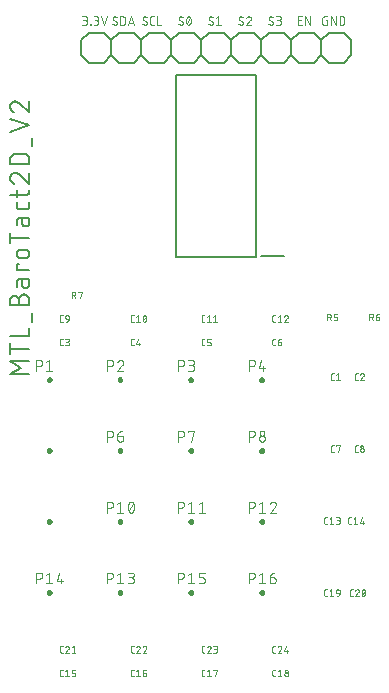
<source format=gbr>
G04 EAGLE Gerber RS-274X export*
G75*
%MOMM*%
%FSLAX34Y34*%
%LPD*%
%INSilkscreen Top*%
%IPPOS*%
%AMOC8*
5,1,8,0,0,1.08239X$1,22.5*%
G01*
%ADD10C,0.152400*%
%ADD11C,0.050800*%
%ADD12C,0.200000*%
%ADD13C,0.250000*%
%ADD14C,0.076200*%


D10*
X41778Y283622D02*
X25522Y283622D01*
X34553Y289041D01*
X25522Y294460D01*
X41778Y294460D01*
X41778Y305193D02*
X25522Y305193D01*
X25522Y300678D02*
X25522Y309709D01*
X25522Y315818D02*
X41778Y315818D01*
X41778Y323043D01*
X43584Y328154D02*
X43584Y335379D01*
X32747Y342051D02*
X32747Y346567D01*
X32746Y346567D02*
X32748Y346700D01*
X32754Y346832D01*
X32764Y346964D01*
X32777Y347096D01*
X32795Y347228D01*
X32816Y347358D01*
X32841Y347489D01*
X32870Y347618D01*
X32903Y347746D01*
X32939Y347874D01*
X32979Y348000D01*
X33023Y348125D01*
X33071Y348249D01*
X33122Y348371D01*
X33177Y348492D01*
X33235Y348611D01*
X33297Y348729D01*
X33362Y348844D01*
X33431Y348958D01*
X33502Y349069D01*
X33578Y349178D01*
X33656Y349285D01*
X33737Y349390D01*
X33822Y349492D01*
X33909Y349592D01*
X33999Y349689D01*
X34092Y349784D01*
X34188Y349875D01*
X34286Y349964D01*
X34387Y350050D01*
X34491Y350133D01*
X34597Y350213D01*
X34705Y350289D01*
X34815Y350363D01*
X34928Y350433D01*
X35042Y350500D01*
X35159Y350563D01*
X35277Y350623D01*
X35397Y350680D01*
X35519Y350733D01*
X35642Y350782D01*
X35766Y350828D01*
X35892Y350870D01*
X36019Y350908D01*
X36147Y350943D01*
X36276Y350974D01*
X36405Y351001D01*
X36536Y351024D01*
X36667Y351044D01*
X36799Y351059D01*
X36931Y351071D01*
X37063Y351079D01*
X37196Y351083D01*
X37328Y351083D01*
X37461Y351079D01*
X37593Y351071D01*
X37725Y351059D01*
X37857Y351044D01*
X37988Y351024D01*
X38119Y351001D01*
X38248Y350974D01*
X38377Y350943D01*
X38505Y350908D01*
X38632Y350870D01*
X38758Y350828D01*
X38882Y350782D01*
X39005Y350733D01*
X39127Y350680D01*
X39247Y350623D01*
X39365Y350563D01*
X39482Y350500D01*
X39596Y350433D01*
X39709Y350363D01*
X39819Y350289D01*
X39927Y350213D01*
X40033Y350133D01*
X40137Y350050D01*
X40238Y349964D01*
X40336Y349875D01*
X40432Y349784D01*
X40525Y349689D01*
X40615Y349592D01*
X40702Y349492D01*
X40787Y349390D01*
X40868Y349285D01*
X40946Y349178D01*
X41022Y349069D01*
X41093Y348958D01*
X41162Y348844D01*
X41227Y348729D01*
X41289Y348611D01*
X41347Y348492D01*
X41402Y348371D01*
X41453Y348249D01*
X41501Y348125D01*
X41545Y348000D01*
X41585Y347874D01*
X41621Y347746D01*
X41654Y347618D01*
X41683Y347489D01*
X41708Y347358D01*
X41729Y347228D01*
X41747Y347096D01*
X41760Y346964D01*
X41770Y346832D01*
X41776Y346700D01*
X41778Y346567D01*
X41778Y342051D01*
X25522Y342051D01*
X25522Y346567D01*
X25524Y346686D01*
X25530Y346806D01*
X25540Y346925D01*
X25554Y347043D01*
X25571Y347162D01*
X25593Y347279D01*
X25618Y347396D01*
X25648Y347511D01*
X25681Y347626D01*
X25718Y347740D01*
X25758Y347852D01*
X25803Y347963D01*
X25851Y348072D01*
X25902Y348180D01*
X25957Y348286D01*
X26016Y348390D01*
X26078Y348492D01*
X26143Y348592D01*
X26212Y348690D01*
X26284Y348786D01*
X26359Y348879D01*
X26436Y348969D01*
X26517Y349057D01*
X26601Y349142D01*
X26688Y349224D01*
X26777Y349304D01*
X26869Y349380D01*
X26963Y349454D01*
X27060Y349524D01*
X27158Y349591D01*
X27259Y349655D01*
X27363Y349715D01*
X27468Y349772D01*
X27575Y349825D01*
X27683Y349875D01*
X27793Y349921D01*
X27905Y349963D01*
X28018Y350002D01*
X28132Y350037D01*
X28247Y350068D01*
X28364Y350096D01*
X28481Y350119D01*
X28598Y350139D01*
X28717Y350155D01*
X28836Y350167D01*
X28955Y350175D01*
X29074Y350179D01*
X29194Y350179D01*
X29313Y350175D01*
X29432Y350167D01*
X29551Y350155D01*
X29670Y350139D01*
X29787Y350119D01*
X29904Y350096D01*
X30021Y350068D01*
X30136Y350037D01*
X30250Y350002D01*
X30363Y349963D01*
X30475Y349921D01*
X30585Y349875D01*
X30693Y349825D01*
X30800Y349772D01*
X30905Y349715D01*
X31009Y349655D01*
X31110Y349591D01*
X31208Y349524D01*
X31305Y349454D01*
X31399Y349380D01*
X31491Y349304D01*
X31580Y349224D01*
X31667Y349142D01*
X31751Y349057D01*
X31832Y348969D01*
X31909Y348879D01*
X31984Y348786D01*
X32056Y348690D01*
X32125Y348592D01*
X32190Y348492D01*
X32252Y348390D01*
X32311Y348286D01*
X32366Y348180D01*
X32417Y348072D01*
X32465Y347963D01*
X32510Y347852D01*
X32550Y347740D01*
X32587Y347626D01*
X32620Y347511D01*
X32650Y347396D01*
X32675Y347279D01*
X32697Y347162D01*
X32714Y347043D01*
X32728Y346925D01*
X32738Y346806D01*
X32744Y346686D01*
X32746Y346567D01*
X35456Y359899D02*
X35456Y363963D01*
X35456Y359899D02*
X35458Y359787D01*
X35464Y359676D01*
X35474Y359565D01*
X35487Y359454D01*
X35505Y359344D01*
X35527Y359235D01*
X35552Y359126D01*
X35581Y359018D01*
X35614Y358912D01*
X35651Y358806D01*
X35691Y358702D01*
X35735Y358600D01*
X35783Y358499D01*
X35834Y358400D01*
X35889Y358302D01*
X35947Y358207D01*
X36008Y358114D01*
X36073Y358023D01*
X36141Y357934D01*
X36212Y357848D01*
X36285Y357765D01*
X36362Y357684D01*
X36442Y357605D01*
X36524Y357530D01*
X36609Y357458D01*
X36696Y357388D01*
X36786Y357322D01*
X36878Y357259D01*
X36973Y357199D01*
X37069Y357143D01*
X37167Y357090D01*
X37267Y357041D01*
X37369Y356995D01*
X37472Y356953D01*
X37577Y356914D01*
X37683Y356879D01*
X37790Y356848D01*
X37898Y356821D01*
X38007Y356797D01*
X38117Y356778D01*
X38227Y356762D01*
X38338Y356750D01*
X38450Y356742D01*
X38561Y356738D01*
X38673Y356738D01*
X38784Y356742D01*
X38896Y356750D01*
X39007Y356762D01*
X39117Y356778D01*
X39227Y356797D01*
X39336Y356821D01*
X39444Y356848D01*
X39551Y356879D01*
X39657Y356914D01*
X39762Y356953D01*
X39865Y356995D01*
X39967Y357041D01*
X40067Y357090D01*
X40165Y357143D01*
X40261Y357199D01*
X40356Y357259D01*
X40448Y357322D01*
X40538Y357388D01*
X40625Y357458D01*
X40710Y357530D01*
X40792Y357605D01*
X40872Y357684D01*
X40949Y357765D01*
X41022Y357848D01*
X41093Y357934D01*
X41161Y358023D01*
X41226Y358114D01*
X41287Y358207D01*
X41345Y358302D01*
X41400Y358400D01*
X41451Y358499D01*
X41499Y358600D01*
X41543Y358702D01*
X41583Y358806D01*
X41620Y358912D01*
X41653Y359018D01*
X41682Y359126D01*
X41707Y359235D01*
X41729Y359344D01*
X41747Y359454D01*
X41760Y359565D01*
X41770Y359676D01*
X41776Y359787D01*
X41778Y359899D01*
X41778Y363963D01*
X33650Y363963D01*
X33549Y363961D01*
X33448Y363955D01*
X33347Y363946D01*
X33246Y363933D01*
X33146Y363916D01*
X33047Y363895D01*
X32949Y363871D01*
X32852Y363843D01*
X32755Y363811D01*
X32660Y363776D01*
X32567Y363737D01*
X32475Y363695D01*
X32384Y363649D01*
X32296Y363600D01*
X32209Y363548D01*
X32124Y363492D01*
X32041Y363434D01*
X31961Y363372D01*
X31883Y363307D01*
X31807Y363240D01*
X31734Y363170D01*
X31664Y363097D01*
X31597Y363021D01*
X31532Y362943D01*
X31470Y362863D01*
X31412Y362780D01*
X31356Y362695D01*
X31304Y362609D01*
X31255Y362520D01*
X31209Y362429D01*
X31167Y362337D01*
X31128Y362244D01*
X31093Y362149D01*
X31061Y362052D01*
X31033Y361955D01*
X31009Y361857D01*
X30988Y361758D01*
X30971Y361658D01*
X30958Y361557D01*
X30949Y361456D01*
X30943Y361355D01*
X30941Y361254D01*
X30941Y357641D01*
X30941Y371485D02*
X41778Y371485D01*
X30941Y371485D02*
X30941Y376904D01*
X32747Y376904D01*
X34553Y381821D02*
X38166Y381821D01*
X34553Y381822D02*
X34434Y381824D01*
X34314Y381830D01*
X34195Y381840D01*
X34077Y381854D01*
X33958Y381871D01*
X33841Y381893D01*
X33724Y381918D01*
X33609Y381948D01*
X33494Y381981D01*
X33380Y382018D01*
X33268Y382058D01*
X33157Y382103D01*
X33048Y382151D01*
X32940Y382202D01*
X32834Y382257D01*
X32730Y382316D01*
X32628Y382378D01*
X32528Y382443D01*
X32430Y382512D01*
X32334Y382584D01*
X32241Y382659D01*
X32151Y382736D01*
X32063Y382817D01*
X31978Y382901D01*
X31896Y382988D01*
X31816Y383077D01*
X31740Y383169D01*
X31666Y383263D01*
X31596Y383360D01*
X31529Y383458D01*
X31465Y383559D01*
X31405Y383663D01*
X31348Y383768D01*
X31295Y383875D01*
X31245Y383983D01*
X31199Y384093D01*
X31157Y384205D01*
X31118Y384318D01*
X31083Y384432D01*
X31052Y384547D01*
X31024Y384664D01*
X31001Y384781D01*
X30981Y384898D01*
X30965Y385017D01*
X30953Y385136D01*
X30945Y385255D01*
X30941Y385374D01*
X30941Y385494D01*
X30945Y385613D01*
X30953Y385732D01*
X30965Y385851D01*
X30981Y385970D01*
X31001Y386087D01*
X31024Y386204D01*
X31052Y386321D01*
X31083Y386436D01*
X31118Y386550D01*
X31157Y386663D01*
X31199Y386775D01*
X31245Y386885D01*
X31295Y386993D01*
X31348Y387100D01*
X31405Y387205D01*
X31465Y387309D01*
X31529Y387410D01*
X31596Y387508D01*
X31666Y387605D01*
X31740Y387699D01*
X31816Y387791D01*
X31896Y387880D01*
X31978Y387967D01*
X32063Y388051D01*
X32151Y388132D01*
X32241Y388209D01*
X32334Y388284D01*
X32430Y388356D01*
X32528Y388425D01*
X32628Y388490D01*
X32730Y388552D01*
X32834Y388611D01*
X32940Y388666D01*
X33048Y388717D01*
X33157Y388765D01*
X33268Y388810D01*
X33380Y388850D01*
X33494Y388887D01*
X33609Y388920D01*
X33724Y388950D01*
X33841Y388975D01*
X33958Y388997D01*
X34077Y389014D01*
X34195Y389028D01*
X34314Y389038D01*
X34434Y389044D01*
X34553Y389046D01*
X38166Y389046D01*
X38285Y389044D01*
X38405Y389038D01*
X38524Y389028D01*
X38642Y389014D01*
X38761Y388997D01*
X38878Y388975D01*
X38995Y388950D01*
X39110Y388920D01*
X39225Y388887D01*
X39339Y388850D01*
X39451Y388810D01*
X39562Y388765D01*
X39671Y388717D01*
X39779Y388666D01*
X39885Y388611D01*
X39989Y388552D01*
X40091Y388490D01*
X40191Y388425D01*
X40289Y388356D01*
X40385Y388284D01*
X40478Y388209D01*
X40568Y388132D01*
X40656Y388051D01*
X40741Y387967D01*
X40823Y387880D01*
X40903Y387791D01*
X40979Y387699D01*
X41053Y387605D01*
X41123Y387508D01*
X41190Y387410D01*
X41254Y387309D01*
X41314Y387205D01*
X41371Y387100D01*
X41424Y386993D01*
X41474Y386885D01*
X41520Y386775D01*
X41562Y386663D01*
X41601Y386550D01*
X41636Y386436D01*
X41667Y386321D01*
X41695Y386204D01*
X41718Y386087D01*
X41738Y385970D01*
X41754Y385851D01*
X41766Y385732D01*
X41774Y385613D01*
X41778Y385494D01*
X41778Y385374D01*
X41774Y385255D01*
X41766Y385136D01*
X41754Y385017D01*
X41738Y384898D01*
X41718Y384781D01*
X41695Y384664D01*
X41667Y384547D01*
X41636Y384432D01*
X41601Y384318D01*
X41562Y384205D01*
X41520Y384093D01*
X41474Y383983D01*
X41424Y383875D01*
X41371Y383768D01*
X41314Y383663D01*
X41254Y383559D01*
X41190Y383458D01*
X41123Y383360D01*
X41053Y383263D01*
X40979Y383169D01*
X40903Y383077D01*
X40823Y382988D01*
X40741Y382901D01*
X40656Y382817D01*
X40568Y382736D01*
X40478Y382659D01*
X40385Y382584D01*
X40289Y382512D01*
X40191Y382443D01*
X40091Y382378D01*
X39989Y382316D01*
X39885Y382257D01*
X39779Y382202D01*
X39671Y382151D01*
X39562Y382103D01*
X39451Y382058D01*
X39339Y382018D01*
X39225Y381981D01*
X39110Y381948D01*
X38995Y381918D01*
X38878Y381893D01*
X38761Y381871D01*
X38642Y381854D01*
X38524Y381840D01*
X38405Y381830D01*
X38285Y381824D01*
X38166Y381822D01*
X41778Y398981D02*
X25522Y398981D01*
X25522Y403496D02*
X25522Y394465D01*
X35456Y412003D02*
X35456Y416067D01*
X35456Y412003D02*
X35458Y411891D01*
X35464Y411780D01*
X35474Y411669D01*
X35487Y411558D01*
X35505Y411448D01*
X35527Y411339D01*
X35552Y411230D01*
X35581Y411122D01*
X35614Y411016D01*
X35651Y410910D01*
X35691Y410806D01*
X35735Y410704D01*
X35783Y410603D01*
X35834Y410504D01*
X35889Y410406D01*
X35947Y410311D01*
X36008Y410218D01*
X36073Y410127D01*
X36141Y410038D01*
X36212Y409952D01*
X36285Y409869D01*
X36362Y409788D01*
X36442Y409709D01*
X36524Y409634D01*
X36609Y409562D01*
X36696Y409492D01*
X36786Y409426D01*
X36878Y409363D01*
X36973Y409303D01*
X37069Y409247D01*
X37167Y409194D01*
X37267Y409145D01*
X37369Y409099D01*
X37472Y409057D01*
X37577Y409018D01*
X37683Y408983D01*
X37790Y408952D01*
X37898Y408925D01*
X38007Y408901D01*
X38117Y408882D01*
X38227Y408866D01*
X38338Y408854D01*
X38450Y408846D01*
X38561Y408842D01*
X38673Y408842D01*
X38784Y408846D01*
X38896Y408854D01*
X39007Y408866D01*
X39117Y408882D01*
X39227Y408901D01*
X39336Y408925D01*
X39444Y408952D01*
X39551Y408983D01*
X39657Y409018D01*
X39762Y409057D01*
X39865Y409099D01*
X39967Y409145D01*
X40067Y409194D01*
X40165Y409247D01*
X40261Y409303D01*
X40356Y409363D01*
X40448Y409426D01*
X40538Y409492D01*
X40625Y409562D01*
X40710Y409634D01*
X40792Y409709D01*
X40872Y409788D01*
X40949Y409869D01*
X41022Y409952D01*
X41093Y410038D01*
X41161Y410127D01*
X41226Y410218D01*
X41287Y410311D01*
X41345Y410406D01*
X41400Y410504D01*
X41451Y410603D01*
X41499Y410704D01*
X41543Y410806D01*
X41583Y410910D01*
X41620Y411016D01*
X41653Y411122D01*
X41682Y411230D01*
X41707Y411339D01*
X41729Y411448D01*
X41747Y411558D01*
X41760Y411669D01*
X41770Y411780D01*
X41776Y411891D01*
X41778Y412003D01*
X41778Y416067D01*
X33650Y416067D01*
X33549Y416065D01*
X33448Y416059D01*
X33347Y416050D01*
X33246Y416037D01*
X33146Y416020D01*
X33047Y415999D01*
X32949Y415975D01*
X32852Y415947D01*
X32755Y415915D01*
X32660Y415880D01*
X32567Y415841D01*
X32475Y415799D01*
X32384Y415753D01*
X32296Y415704D01*
X32209Y415652D01*
X32124Y415596D01*
X32041Y415538D01*
X31961Y415476D01*
X31883Y415411D01*
X31807Y415344D01*
X31734Y415274D01*
X31664Y415201D01*
X31597Y415125D01*
X31532Y415047D01*
X31470Y414967D01*
X31412Y414884D01*
X31356Y414799D01*
X31304Y414713D01*
X31255Y414624D01*
X31209Y414533D01*
X31167Y414441D01*
X31128Y414348D01*
X31093Y414253D01*
X31061Y414156D01*
X31033Y414059D01*
X31009Y413961D01*
X30988Y413862D01*
X30971Y413762D01*
X30958Y413661D01*
X30949Y413560D01*
X30943Y413459D01*
X30941Y413358D01*
X30941Y409745D01*
X41778Y425710D02*
X41778Y429323D01*
X41778Y425710D02*
X41776Y425609D01*
X41770Y425508D01*
X41761Y425407D01*
X41748Y425306D01*
X41731Y425206D01*
X41710Y425107D01*
X41686Y425009D01*
X41658Y424912D01*
X41626Y424815D01*
X41591Y424720D01*
X41552Y424627D01*
X41510Y424535D01*
X41464Y424444D01*
X41415Y424356D01*
X41363Y424269D01*
X41307Y424184D01*
X41249Y424101D01*
X41187Y424021D01*
X41122Y423943D01*
X41055Y423867D01*
X40985Y423794D01*
X40912Y423724D01*
X40836Y423657D01*
X40758Y423592D01*
X40678Y423530D01*
X40595Y423472D01*
X40510Y423416D01*
X40423Y423364D01*
X40335Y423315D01*
X40244Y423269D01*
X40152Y423227D01*
X40059Y423188D01*
X39964Y423153D01*
X39867Y423121D01*
X39770Y423093D01*
X39672Y423069D01*
X39573Y423048D01*
X39473Y423031D01*
X39372Y423018D01*
X39271Y423009D01*
X39170Y423003D01*
X39069Y423001D01*
X33650Y423001D01*
X33549Y423003D01*
X33448Y423009D01*
X33347Y423018D01*
X33246Y423031D01*
X33146Y423048D01*
X33047Y423069D01*
X32949Y423093D01*
X32852Y423121D01*
X32755Y423153D01*
X32660Y423188D01*
X32567Y423227D01*
X32475Y423269D01*
X32384Y423315D01*
X32296Y423364D01*
X32209Y423416D01*
X32124Y423472D01*
X32041Y423530D01*
X31961Y423592D01*
X31883Y423657D01*
X31807Y423724D01*
X31734Y423794D01*
X31664Y423867D01*
X31597Y423943D01*
X31532Y424021D01*
X31470Y424101D01*
X31412Y424184D01*
X31356Y424269D01*
X31304Y424356D01*
X31255Y424444D01*
X31209Y424535D01*
X31167Y424627D01*
X31128Y424720D01*
X31093Y424815D01*
X31061Y424912D01*
X31033Y425009D01*
X31009Y425107D01*
X30988Y425206D01*
X30971Y425306D01*
X30958Y425407D01*
X30949Y425508D01*
X30943Y425609D01*
X30941Y425710D01*
X30941Y429323D01*
X30941Y433670D02*
X30941Y439089D01*
X25522Y435476D02*
X39069Y435476D01*
X39069Y435477D02*
X39170Y435479D01*
X39271Y435485D01*
X39372Y435494D01*
X39473Y435507D01*
X39573Y435524D01*
X39672Y435545D01*
X39770Y435569D01*
X39867Y435597D01*
X39964Y435629D01*
X40059Y435664D01*
X40152Y435703D01*
X40244Y435745D01*
X40335Y435791D01*
X40423Y435840D01*
X40510Y435892D01*
X40595Y435948D01*
X40678Y436006D01*
X40758Y436068D01*
X40836Y436133D01*
X40912Y436200D01*
X40985Y436270D01*
X41055Y436343D01*
X41122Y436419D01*
X41187Y436497D01*
X41249Y436577D01*
X41307Y436660D01*
X41363Y436745D01*
X41415Y436832D01*
X41464Y436920D01*
X41510Y437011D01*
X41552Y437103D01*
X41591Y437196D01*
X41626Y437291D01*
X41658Y437388D01*
X41686Y437485D01*
X41710Y437583D01*
X41731Y437682D01*
X41748Y437782D01*
X41761Y437883D01*
X41770Y437984D01*
X41776Y438085D01*
X41778Y438186D01*
X41778Y439089D01*
X29586Y454037D02*
X29461Y454035D01*
X29336Y454029D01*
X29211Y454020D01*
X29087Y454006D01*
X28963Y453989D01*
X28839Y453968D01*
X28717Y453943D01*
X28595Y453914D01*
X28474Y453882D01*
X28354Y453846D01*
X28235Y453806D01*
X28118Y453763D01*
X28002Y453716D01*
X27887Y453665D01*
X27775Y453611D01*
X27663Y453553D01*
X27554Y453493D01*
X27447Y453428D01*
X27341Y453361D01*
X27238Y453290D01*
X27137Y453216D01*
X27038Y453139D01*
X26942Y453059D01*
X26848Y452976D01*
X26757Y452891D01*
X26668Y452802D01*
X26583Y452711D01*
X26500Y452617D01*
X26420Y452521D01*
X26343Y452422D01*
X26269Y452321D01*
X26198Y452218D01*
X26131Y452112D01*
X26066Y452005D01*
X26006Y451896D01*
X25948Y451784D01*
X25894Y451672D01*
X25843Y451557D01*
X25796Y451441D01*
X25753Y451324D01*
X25713Y451205D01*
X25677Y451085D01*
X25645Y450964D01*
X25616Y450842D01*
X25591Y450720D01*
X25570Y450596D01*
X25553Y450472D01*
X25539Y450348D01*
X25530Y450223D01*
X25524Y450098D01*
X25522Y449973D01*
X25524Y449830D01*
X25530Y449688D01*
X25540Y449545D01*
X25553Y449403D01*
X25571Y449262D01*
X25592Y449120D01*
X25617Y448980D01*
X25646Y448840D01*
X25679Y448701D01*
X25716Y448563D01*
X25756Y448426D01*
X25800Y448291D01*
X25848Y448156D01*
X25900Y448023D01*
X25955Y447891D01*
X26014Y447761D01*
X26076Y447633D01*
X26142Y447506D01*
X26211Y447381D01*
X26283Y447258D01*
X26359Y447137D01*
X26438Y447019D01*
X26521Y446902D01*
X26606Y446788D01*
X26695Y446676D01*
X26786Y446567D01*
X26881Y446460D01*
X26978Y446355D01*
X27079Y446254D01*
X27182Y446155D01*
X27287Y446059D01*
X27396Y445966D01*
X27507Y445876D01*
X27620Y445789D01*
X27735Y445705D01*
X27853Y445625D01*
X27973Y445547D01*
X28095Y445473D01*
X28219Y445403D01*
X28345Y445335D01*
X28473Y445272D01*
X28602Y445211D01*
X28733Y445154D01*
X28865Y445101D01*
X28999Y445052D01*
X29134Y445006D01*
X32747Y452682D02*
X32655Y452776D01*
X32561Y452866D01*
X32464Y452954D01*
X32364Y453039D01*
X32262Y453121D01*
X32157Y453199D01*
X32050Y453275D01*
X31941Y453347D01*
X31830Y453416D01*
X31716Y453482D01*
X31601Y453544D01*
X31484Y453603D01*
X31365Y453658D01*
X31245Y453709D01*
X31123Y453757D01*
X31000Y453802D01*
X30876Y453842D01*
X30750Y453879D01*
X30623Y453912D01*
X30496Y453941D01*
X30367Y453967D01*
X30238Y453988D01*
X30108Y454006D01*
X29978Y454019D01*
X29848Y454029D01*
X29717Y454035D01*
X29586Y454037D01*
X32747Y452683D02*
X41778Y445006D01*
X41778Y454037D01*
X41778Y461158D02*
X25522Y461158D01*
X25522Y465674D01*
X25524Y465805D01*
X25530Y465937D01*
X25539Y466068D01*
X25553Y466198D01*
X25570Y466329D01*
X25591Y466458D01*
X25615Y466587D01*
X25644Y466715D01*
X25676Y466843D01*
X25712Y466969D01*
X25751Y467094D01*
X25794Y467219D01*
X25841Y467341D01*
X25891Y467463D01*
X25945Y467583D01*
X26002Y467701D01*
X26063Y467817D01*
X26127Y467932D01*
X26194Y468045D01*
X26265Y468156D01*
X26339Y468264D01*
X26416Y468371D01*
X26496Y468475D01*
X26579Y468577D01*
X26664Y468676D01*
X26753Y468773D01*
X26845Y468867D01*
X26939Y468959D01*
X27036Y469048D01*
X27135Y469133D01*
X27237Y469216D01*
X27341Y469296D01*
X27448Y469373D01*
X27556Y469447D01*
X27667Y469518D01*
X27780Y469585D01*
X27895Y469649D01*
X28011Y469710D01*
X28129Y469767D01*
X28249Y469821D01*
X28371Y469871D01*
X28493Y469918D01*
X28618Y469961D01*
X28743Y470000D01*
X28869Y470036D01*
X28997Y470068D01*
X29125Y470097D01*
X29254Y470121D01*
X29383Y470142D01*
X29514Y470159D01*
X29644Y470173D01*
X29775Y470182D01*
X29907Y470188D01*
X30038Y470190D01*
X37262Y470190D01*
X37393Y470188D01*
X37525Y470182D01*
X37656Y470173D01*
X37786Y470159D01*
X37917Y470142D01*
X38046Y470121D01*
X38175Y470097D01*
X38303Y470068D01*
X38431Y470036D01*
X38557Y470000D01*
X38682Y469961D01*
X38807Y469918D01*
X38929Y469871D01*
X39051Y469821D01*
X39171Y469767D01*
X39289Y469710D01*
X39405Y469649D01*
X39520Y469585D01*
X39633Y469518D01*
X39744Y469447D01*
X39852Y469373D01*
X39959Y469296D01*
X40063Y469216D01*
X40165Y469133D01*
X40264Y469048D01*
X40361Y468959D01*
X40455Y468867D01*
X40547Y468773D01*
X40636Y468676D01*
X40721Y468577D01*
X40804Y468475D01*
X40884Y468371D01*
X40961Y468264D01*
X41035Y468156D01*
X41106Y468045D01*
X41173Y467932D01*
X41237Y467817D01*
X41298Y467701D01*
X41355Y467583D01*
X41409Y467463D01*
X41459Y467341D01*
X41506Y467219D01*
X41549Y467094D01*
X41588Y466969D01*
X41624Y466843D01*
X41656Y466715D01*
X41685Y466587D01*
X41709Y466458D01*
X41730Y466328D01*
X41747Y466198D01*
X41761Y466068D01*
X41770Y465937D01*
X41776Y465805D01*
X41778Y465674D01*
X41778Y461158D01*
X43584Y476651D02*
X43584Y483876D01*
X41778Y494331D02*
X25522Y488913D01*
X25522Y499750D02*
X41778Y494331D01*
X25522Y510414D02*
X25524Y510539D01*
X25530Y510664D01*
X25539Y510789D01*
X25553Y510913D01*
X25570Y511037D01*
X25591Y511161D01*
X25616Y511283D01*
X25645Y511405D01*
X25677Y511526D01*
X25713Y511646D01*
X25753Y511765D01*
X25796Y511882D01*
X25843Y511998D01*
X25894Y512113D01*
X25948Y512225D01*
X26006Y512337D01*
X26066Y512446D01*
X26131Y512553D01*
X26198Y512659D01*
X26269Y512762D01*
X26343Y512863D01*
X26420Y512962D01*
X26500Y513058D01*
X26583Y513152D01*
X26668Y513243D01*
X26757Y513332D01*
X26848Y513417D01*
X26942Y513500D01*
X27038Y513580D01*
X27137Y513657D01*
X27238Y513731D01*
X27341Y513802D01*
X27447Y513869D01*
X27554Y513934D01*
X27663Y513994D01*
X27775Y514052D01*
X27887Y514106D01*
X28002Y514157D01*
X28118Y514204D01*
X28235Y514247D01*
X28354Y514287D01*
X28474Y514323D01*
X28595Y514355D01*
X28717Y514384D01*
X28839Y514409D01*
X28963Y514430D01*
X29087Y514447D01*
X29211Y514461D01*
X29336Y514470D01*
X29461Y514476D01*
X29586Y514478D01*
X25522Y510414D02*
X25524Y510271D01*
X25530Y510129D01*
X25540Y509986D01*
X25553Y509844D01*
X25571Y509703D01*
X25592Y509561D01*
X25617Y509421D01*
X25646Y509281D01*
X25679Y509142D01*
X25716Y509004D01*
X25756Y508867D01*
X25800Y508732D01*
X25848Y508597D01*
X25900Y508464D01*
X25955Y508332D01*
X26014Y508202D01*
X26076Y508074D01*
X26142Y507947D01*
X26211Y507822D01*
X26283Y507699D01*
X26359Y507578D01*
X26438Y507460D01*
X26521Y507343D01*
X26606Y507229D01*
X26695Y507117D01*
X26786Y507008D01*
X26881Y506901D01*
X26978Y506796D01*
X27079Y506695D01*
X27182Y506596D01*
X27287Y506500D01*
X27396Y506407D01*
X27507Y506317D01*
X27620Y506230D01*
X27735Y506146D01*
X27853Y506066D01*
X27973Y505988D01*
X28095Y505914D01*
X28219Y505844D01*
X28345Y505776D01*
X28473Y505713D01*
X28602Y505652D01*
X28733Y505595D01*
X28865Y505542D01*
X28999Y505493D01*
X29134Y505447D01*
X32747Y513123D02*
X32655Y513217D01*
X32561Y513307D01*
X32464Y513395D01*
X32364Y513480D01*
X32262Y513562D01*
X32157Y513640D01*
X32050Y513716D01*
X31941Y513788D01*
X31830Y513857D01*
X31716Y513923D01*
X31601Y513985D01*
X31484Y514044D01*
X31365Y514099D01*
X31245Y514150D01*
X31123Y514198D01*
X31000Y514243D01*
X30876Y514283D01*
X30750Y514320D01*
X30623Y514353D01*
X30496Y514382D01*
X30367Y514408D01*
X30238Y514429D01*
X30108Y514447D01*
X29978Y514460D01*
X29848Y514470D01*
X29717Y514476D01*
X29586Y514478D01*
X32747Y513123D02*
X41778Y505447D01*
X41778Y514478D01*
D11*
X86614Y579374D02*
X88590Y579374D01*
X88677Y579376D01*
X88765Y579382D01*
X88852Y579391D01*
X88938Y579405D01*
X89024Y579422D01*
X89108Y579443D01*
X89192Y579468D01*
X89275Y579497D01*
X89356Y579529D01*
X89436Y579564D01*
X89514Y579603D01*
X89591Y579646D01*
X89665Y579692D01*
X89737Y579741D01*
X89807Y579793D01*
X89875Y579849D01*
X89940Y579907D01*
X90003Y579968D01*
X90062Y580032D01*
X90119Y580099D01*
X90173Y580167D01*
X90224Y580239D01*
X90271Y580312D01*
X90316Y580387D01*
X90357Y580465D01*
X90394Y580544D01*
X90428Y580624D01*
X90458Y580706D01*
X90485Y580789D01*
X90508Y580874D01*
X90527Y580959D01*
X90542Y581045D01*
X90554Y581132D01*
X90562Y581219D01*
X90566Y581306D01*
X90566Y581394D01*
X90562Y581481D01*
X90554Y581568D01*
X90542Y581655D01*
X90527Y581741D01*
X90508Y581826D01*
X90485Y581911D01*
X90458Y581994D01*
X90428Y582076D01*
X90394Y582156D01*
X90357Y582235D01*
X90316Y582313D01*
X90271Y582388D01*
X90224Y582461D01*
X90173Y582533D01*
X90119Y582601D01*
X90062Y582668D01*
X90003Y582732D01*
X89940Y582793D01*
X89875Y582851D01*
X89807Y582907D01*
X89737Y582959D01*
X89665Y583008D01*
X89591Y583054D01*
X89514Y583097D01*
X89436Y583136D01*
X89356Y583171D01*
X89275Y583203D01*
X89192Y583232D01*
X89108Y583257D01*
X89024Y583278D01*
X88938Y583295D01*
X88852Y583309D01*
X88765Y583318D01*
X88677Y583324D01*
X88590Y583326D01*
X88985Y586486D02*
X86614Y586486D01*
X88985Y586486D02*
X89064Y586484D01*
X89142Y586478D01*
X89220Y586468D01*
X89298Y586455D01*
X89375Y586437D01*
X89451Y586416D01*
X89525Y586391D01*
X89599Y586362D01*
X89671Y586330D01*
X89741Y586294D01*
X89809Y586254D01*
X89875Y586211D01*
X89939Y586165D01*
X90001Y586116D01*
X90060Y586064D01*
X90116Y586009D01*
X90170Y585951D01*
X90220Y585891D01*
X90268Y585828D01*
X90312Y585763D01*
X90353Y585696D01*
X90391Y585627D01*
X90425Y585556D01*
X90456Y585483D01*
X90483Y585409D01*
X90506Y585334D01*
X90525Y585258D01*
X90541Y585180D01*
X90553Y585102D01*
X90561Y585024D01*
X90565Y584945D01*
X90565Y584867D01*
X90561Y584788D01*
X90553Y584710D01*
X90541Y584632D01*
X90525Y584554D01*
X90506Y584478D01*
X90483Y584403D01*
X90456Y584329D01*
X90425Y584256D01*
X90391Y584185D01*
X90353Y584116D01*
X90312Y584049D01*
X90268Y583984D01*
X90220Y583921D01*
X90170Y583861D01*
X90116Y583803D01*
X90060Y583748D01*
X90001Y583696D01*
X89939Y583647D01*
X89875Y583601D01*
X89809Y583558D01*
X89741Y583518D01*
X89671Y583482D01*
X89599Y583450D01*
X89525Y583421D01*
X89451Y583396D01*
X89375Y583375D01*
X89298Y583357D01*
X89220Y583344D01*
X89142Y583334D01*
X89064Y583328D01*
X88985Y583326D01*
X88985Y583325D02*
X87404Y583325D01*
X93193Y579769D02*
X93193Y579374D01*
X93193Y579769D02*
X93588Y579769D01*
X93588Y579374D01*
X93193Y579374D01*
X96215Y579374D02*
X98191Y579374D01*
X98278Y579376D01*
X98366Y579382D01*
X98453Y579391D01*
X98539Y579405D01*
X98625Y579422D01*
X98709Y579443D01*
X98793Y579468D01*
X98876Y579497D01*
X98957Y579529D01*
X99037Y579564D01*
X99115Y579603D01*
X99192Y579646D01*
X99266Y579692D01*
X99338Y579741D01*
X99408Y579793D01*
X99476Y579849D01*
X99541Y579907D01*
X99604Y579968D01*
X99663Y580032D01*
X99720Y580099D01*
X99774Y580167D01*
X99825Y580239D01*
X99872Y580312D01*
X99917Y580387D01*
X99958Y580465D01*
X99995Y580544D01*
X100029Y580624D01*
X100059Y580706D01*
X100086Y580789D01*
X100109Y580874D01*
X100128Y580959D01*
X100143Y581045D01*
X100155Y581132D01*
X100163Y581219D01*
X100167Y581306D01*
X100167Y581394D01*
X100163Y581481D01*
X100155Y581568D01*
X100143Y581655D01*
X100128Y581741D01*
X100109Y581826D01*
X100086Y581911D01*
X100059Y581994D01*
X100029Y582076D01*
X99995Y582156D01*
X99958Y582235D01*
X99917Y582313D01*
X99872Y582388D01*
X99825Y582461D01*
X99774Y582533D01*
X99720Y582601D01*
X99663Y582668D01*
X99604Y582732D01*
X99541Y582793D01*
X99476Y582851D01*
X99408Y582907D01*
X99338Y582959D01*
X99266Y583008D01*
X99192Y583054D01*
X99115Y583097D01*
X99037Y583136D01*
X98957Y583171D01*
X98876Y583203D01*
X98793Y583232D01*
X98709Y583257D01*
X98625Y583278D01*
X98539Y583295D01*
X98453Y583309D01*
X98366Y583318D01*
X98278Y583324D01*
X98191Y583326D01*
X98586Y586486D02*
X96215Y586486D01*
X98586Y586486D02*
X98665Y586484D01*
X98743Y586478D01*
X98821Y586468D01*
X98899Y586455D01*
X98976Y586437D01*
X99052Y586416D01*
X99126Y586391D01*
X99200Y586362D01*
X99272Y586330D01*
X99342Y586294D01*
X99410Y586254D01*
X99476Y586211D01*
X99540Y586165D01*
X99602Y586116D01*
X99661Y586064D01*
X99717Y586009D01*
X99771Y585951D01*
X99821Y585891D01*
X99869Y585828D01*
X99913Y585763D01*
X99954Y585696D01*
X99992Y585627D01*
X100026Y585556D01*
X100057Y585483D01*
X100084Y585409D01*
X100107Y585334D01*
X100126Y585258D01*
X100142Y585180D01*
X100154Y585102D01*
X100162Y585024D01*
X100166Y584945D01*
X100166Y584867D01*
X100162Y584788D01*
X100154Y584710D01*
X100142Y584632D01*
X100126Y584554D01*
X100107Y584478D01*
X100084Y584403D01*
X100057Y584329D01*
X100026Y584256D01*
X99992Y584185D01*
X99954Y584116D01*
X99913Y584049D01*
X99869Y583984D01*
X99821Y583921D01*
X99771Y583861D01*
X99717Y583803D01*
X99661Y583748D01*
X99602Y583696D01*
X99540Y583647D01*
X99476Y583601D01*
X99410Y583558D01*
X99342Y583518D01*
X99272Y583482D01*
X99200Y583450D01*
X99126Y583421D01*
X99052Y583396D01*
X98976Y583375D01*
X98899Y583357D01*
X98821Y583344D01*
X98743Y583334D01*
X98665Y583328D01*
X98586Y583326D01*
X98586Y583325D02*
X97005Y583325D01*
X102678Y586486D02*
X105049Y579374D01*
X107419Y586486D01*
X114385Y579374D02*
X114463Y579376D01*
X114540Y579382D01*
X114617Y579391D01*
X114693Y579404D01*
X114769Y579421D01*
X114844Y579442D01*
X114917Y579466D01*
X114990Y579494D01*
X115061Y579526D01*
X115130Y579561D01*
X115197Y579599D01*
X115263Y579640D01*
X115326Y579685D01*
X115387Y579733D01*
X115446Y579783D01*
X115502Y579837D01*
X115556Y579893D01*
X115606Y579952D01*
X115654Y580013D01*
X115699Y580076D01*
X115740Y580142D01*
X115778Y580209D01*
X115813Y580278D01*
X115845Y580349D01*
X115873Y580422D01*
X115897Y580495D01*
X115918Y580570D01*
X115935Y580646D01*
X115948Y580722D01*
X115957Y580799D01*
X115963Y580876D01*
X115965Y580954D01*
X114385Y579374D02*
X114270Y579376D01*
X114156Y579382D01*
X114042Y579392D01*
X113928Y579405D01*
X113815Y579423D01*
X113702Y579445D01*
X113590Y579470D01*
X113480Y579499D01*
X113370Y579532D01*
X113261Y579569D01*
X113154Y579609D01*
X113048Y579653D01*
X112944Y579701D01*
X112841Y579752D01*
X112741Y579807D01*
X112642Y579865D01*
X112545Y579927D01*
X112451Y579991D01*
X112358Y580059D01*
X112268Y580131D01*
X112181Y580205D01*
X112096Y580282D01*
X112014Y580362D01*
X112212Y584906D02*
X112214Y584984D01*
X112220Y585061D01*
X112229Y585138D01*
X112242Y585214D01*
X112259Y585290D01*
X112280Y585365D01*
X112304Y585438D01*
X112332Y585511D01*
X112364Y585582D01*
X112399Y585651D01*
X112437Y585718D01*
X112478Y585784D01*
X112523Y585847D01*
X112571Y585908D01*
X112621Y585967D01*
X112675Y586023D01*
X112731Y586077D01*
X112790Y586127D01*
X112851Y586175D01*
X112914Y586220D01*
X112980Y586261D01*
X113047Y586299D01*
X113116Y586334D01*
X113187Y586366D01*
X113260Y586394D01*
X113333Y586418D01*
X113408Y586439D01*
X113484Y586456D01*
X113560Y586469D01*
X113637Y586478D01*
X113715Y586484D01*
X113792Y586486D01*
X113898Y586484D01*
X114004Y586478D01*
X114109Y586469D01*
X114214Y586456D01*
X114319Y586439D01*
X114423Y586418D01*
X114526Y586394D01*
X114628Y586366D01*
X114729Y586334D01*
X114829Y586299D01*
X114927Y586260D01*
X115025Y586217D01*
X115120Y586172D01*
X115214Y586123D01*
X115306Y586070D01*
X115396Y586014D01*
X115484Y585955D01*
X115570Y585893D01*
X113002Y583523D02*
X112935Y583565D01*
X112870Y583610D01*
X112807Y583659D01*
X112746Y583710D01*
X112689Y583765D01*
X112634Y583822D01*
X112581Y583882D01*
X112532Y583944D01*
X112486Y584009D01*
X112444Y584075D01*
X112404Y584144D01*
X112368Y584215D01*
X112336Y584288D01*
X112307Y584362D01*
X112282Y584437D01*
X112261Y584513D01*
X112243Y584591D01*
X112230Y584669D01*
X112220Y584748D01*
X112214Y584827D01*
X112212Y584906D01*
X115175Y582337D02*
X115242Y582295D01*
X115307Y582250D01*
X115370Y582201D01*
X115431Y582150D01*
X115488Y582095D01*
X115543Y582038D01*
X115596Y581978D01*
X115645Y581916D01*
X115691Y581851D01*
X115733Y581785D01*
X115773Y581716D01*
X115809Y581645D01*
X115841Y581572D01*
X115870Y581498D01*
X115895Y581423D01*
X115916Y581347D01*
X115934Y581269D01*
X115947Y581191D01*
X115957Y581112D01*
X115963Y581033D01*
X115965Y580954D01*
X115175Y582337D02*
X113002Y583523D01*
X118872Y586486D02*
X118872Y579374D01*
X118872Y586486D02*
X120848Y586486D01*
X120934Y586484D01*
X121020Y586478D01*
X121106Y586469D01*
X121191Y586456D01*
X121276Y586439D01*
X121359Y586419D01*
X121442Y586395D01*
X121524Y586367D01*
X121604Y586336D01*
X121683Y586301D01*
X121760Y586263D01*
X121836Y586221D01*
X121910Y586177D01*
X121981Y586129D01*
X122051Y586078D01*
X122118Y586024D01*
X122183Y585967D01*
X122245Y585907D01*
X122305Y585845D01*
X122362Y585780D01*
X122416Y585713D01*
X122467Y585643D01*
X122515Y585572D01*
X122559Y585498D01*
X122601Y585422D01*
X122639Y585345D01*
X122674Y585266D01*
X122705Y585186D01*
X122733Y585104D01*
X122757Y585021D01*
X122777Y584938D01*
X122794Y584853D01*
X122807Y584768D01*
X122816Y584682D01*
X122822Y584596D01*
X122824Y584510D01*
X122823Y584510D02*
X122823Y581350D01*
X122824Y581350D02*
X122822Y581264D01*
X122816Y581178D01*
X122807Y581092D01*
X122794Y581007D01*
X122777Y580922D01*
X122757Y580839D01*
X122733Y580756D01*
X122705Y580674D01*
X122674Y580594D01*
X122639Y580515D01*
X122601Y580438D01*
X122559Y580362D01*
X122515Y580288D01*
X122467Y580217D01*
X122416Y580147D01*
X122362Y580080D01*
X122305Y580015D01*
X122245Y579953D01*
X122183Y579893D01*
X122118Y579836D01*
X122051Y579782D01*
X121981Y579731D01*
X121910Y579683D01*
X121836Y579639D01*
X121760Y579597D01*
X121683Y579559D01*
X121604Y579524D01*
X121524Y579493D01*
X121442Y579465D01*
X121359Y579441D01*
X121276Y579421D01*
X121191Y579404D01*
X121106Y579391D01*
X121020Y579382D01*
X120934Y579376D01*
X120848Y579374D01*
X118872Y579374D01*
X125563Y579374D02*
X127934Y586486D01*
X130305Y579374D01*
X129712Y581152D02*
X126156Y581152D01*
X139785Y579374D02*
X139863Y579376D01*
X139940Y579382D01*
X140017Y579391D01*
X140093Y579404D01*
X140169Y579421D01*
X140244Y579442D01*
X140317Y579466D01*
X140390Y579494D01*
X140461Y579526D01*
X140530Y579561D01*
X140597Y579599D01*
X140663Y579640D01*
X140726Y579685D01*
X140787Y579733D01*
X140846Y579783D01*
X140902Y579837D01*
X140956Y579893D01*
X141006Y579952D01*
X141054Y580013D01*
X141099Y580076D01*
X141140Y580142D01*
X141178Y580209D01*
X141213Y580278D01*
X141245Y580349D01*
X141273Y580422D01*
X141297Y580495D01*
X141318Y580570D01*
X141335Y580646D01*
X141348Y580722D01*
X141357Y580799D01*
X141363Y580876D01*
X141365Y580954D01*
X139785Y579374D02*
X139670Y579376D01*
X139556Y579382D01*
X139442Y579392D01*
X139328Y579405D01*
X139215Y579423D01*
X139102Y579445D01*
X138990Y579470D01*
X138880Y579499D01*
X138770Y579532D01*
X138661Y579569D01*
X138554Y579609D01*
X138448Y579653D01*
X138344Y579701D01*
X138241Y579752D01*
X138141Y579807D01*
X138042Y579865D01*
X137945Y579927D01*
X137851Y579991D01*
X137758Y580059D01*
X137668Y580131D01*
X137581Y580205D01*
X137496Y580282D01*
X137414Y580362D01*
X137612Y584906D02*
X137614Y584984D01*
X137620Y585061D01*
X137629Y585138D01*
X137642Y585214D01*
X137659Y585290D01*
X137680Y585365D01*
X137704Y585438D01*
X137732Y585511D01*
X137764Y585582D01*
X137799Y585651D01*
X137837Y585718D01*
X137878Y585784D01*
X137923Y585847D01*
X137971Y585908D01*
X138021Y585967D01*
X138075Y586023D01*
X138131Y586077D01*
X138190Y586127D01*
X138251Y586175D01*
X138314Y586220D01*
X138380Y586261D01*
X138447Y586299D01*
X138516Y586334D01*
X138587Y586366D01*
X138660Y586394D01*
X138733Y586418D01*
X138808Y586439D01*
X138884Y586456D01*
X138960Y586469D01*
X139037Y586478D01*
X139115Y586484D01*
X139192Y586486D01*
X139298Y586484D01*
X139404Y586478D01*
X139509Y586469D01*
X139614Y586456D01*
X139719Y586439D01*
X139823Y586418D01*
X139926Y586394D01*
X140028Y586366D01*
X140129Y586334D01*
X140229Y586299D01*
X140327Y586260D01*
X140425Y586217D01*
X140520Y586172D01*
X140614Y586123D01*
X140706Y586070D01*
X140796Y586014D01*
X140884Y585955D01*
X140970Y585893D01*
X138402Y583523D02*
X138335Y583565D01*
X138270Y583610D01*
X138207Y583659D01*
X138146Y583710D01*
X138089Y583765D01*
X138034Y583822D01*
X137981Y583882D01*
X137932Y583944D01*
X137886Y584009D01*
X137844Y584075D01*
X137804Y584144D01*
X137768Y584215D01*
X137736Y584288D01*
X137707Y584362D01*
X137682Y584437D01*
X137661Y584513D01*
X137643Y584591D01*
X137630Y584669D01*
X137620Y584748D01*
X137614Y584827D01*
X137612Y584906D01*
X140575Y582337D02*
X140642Y582295D01*
X140707Y582250D01*
X140770Y582201D01*
X140831Y582150D01*
X140888Y582095D01*
X140943Y582038D01*
X140996Y581978D01*
X141045Y581916D01*
X141091Y581851D01*
X141133Y581785D01*
X141173Y581716D01*
X141209Y581645D01*
X141241Y581572D01*
X141270Y581498D01*
X141295Y581423D01*
X141316Y581347D01*
X141334Y581269D01*
X141347Y581191D01*
X141357Y581112D01*
X141363Y581033D01*
X141365Y580954D01*
X140575Y582337D02*
X138402Y583523D01*
X145606Y579374D02*
X147186Y579374D01*
X145606Y579374D02*
X145528Y579376D01*
X145451Y579382D01*
X145374Y579391D01*
X145298Y579404D01*
X145222Y579421D01*
X145147Y579442D01*
X145074Y579466D01*
X145001Y579494D01*
X144930Y579526D01*
X144861Y579561D01*
X144794Y579599D01*
X144728Y579640D01*
X144665Y579685D01*
X144604Y579733D01*
X144545Y579783D01*
X144489Y579837D01*
X144435Y579893D01*
X144385Y579952D01*
X144337Y580013D01*
X144292Y580076D01*
X144251Y580142D01*
X144213Y580209D01*
X144178Y580278D01*
X144146Y580349D01*
X144118Y580422D01*
X144094Y580495D01*
X144073Y580570D01*
X144056Y580646D01*
X144043Y580722D01*
X144034Y580799D01*
X144028Y580876D01*
X144026Y580954D01*
X144025Y580954D02*
X144025Y584906D01*
X144026Y584906D02*
X144028Y584984D01*
X144034Y585061D01*
X144043Y585138D01*
X144056Y585214D01*
X144073Y585290D01*
X144094Y585365D01*
X144118Y585438D01*
X144146Y585511D01*
X144178Y585582D01*
X144213Y585651D01*
X144251Y585718D01*
X144292Y585784D01*
X144337Y585847D01*
X144385Y585908D01*
X144435Y585967D01*
X144489Y586023D01*
X144545Y586077D01*
X144604Y586127D01*
X144665Y586175D01*
X144728Y586220D01*
X144794Y586261D01*
X144861Y586299D01*
X144930Y586334D01*
X145001Y586366D01*
X145074Y586394D01*
X145147Y586418D01*
X145222Y586439D01*
X145298Y586456D01*
X145374Y586469D01*
X145451Y586478D01*
X145528Y586484D01*
X145606Y586486D01*
X147186Y586486D01*
X149999Y586486D02*
X149999Y579374D01*
X153160Y579374D01*
X170265Y579374D02*
X170343Y579376D01*
X170420Y579382D01*
X170497Y579391D01*
X170573Y579404D01*
X170649Y579421D01*
X170724Y579442D01*
X170797Y579466D01*
X170870Y579494D01*
X170941Y579526D01*
X171010Y579561D01*
X171077Y579599D01*
X171143Y579640D01*
X171206Y579685D01*
X171267Y579733D01*
X171326Y579783D01*
X171382Y579837D01*
X171436Y579893D01*
X171486Y579952D01*
X171534Y580013D01*
X171579Y580076D01*
X171620Y580142D01*
X171658Y580209D01*
X171693Y580278D01*
X171725Y580349D01*
X171753Y580422D01*
X171777Y580495D01*
X171798Y580570D01*
X171815Y580646D01*
X171828Y580722D01*
X171837Y580799D01*
X171843Y580876D01*
X171845Y580954D01*
X170265Y579374D02*
X170150Y579376D01*
X170036Y579382D01*
X169922Y579392D01*
X169808Y579405D01*
X169695Y579423D01*
X169582Y579445D01*
X169470Y579470D01*
X169360Y579499D01*
X169250Y579532D01*
X169141Y579569D01*
X169034Y579609D01*
X168928Y579653D01*
X168824Y579701D01*
X168721Y579752D01*
X168621Y579807D01*
X168522Y579865D01*
X168425Y579927D01*
X168331Y579991D01*
X168238Y580059D01*
X168148Y580131D01*
X168061Y580205D01*
X167976Y580282D01*
X167894Y580362D01*
X168092Y584906D02*
X168094Y584984D01*
X168100Y585061D01*
X168109Y585138D01*
X168122Y585214D01*
X168139Y585290D01*
X168160Y585365D01*
X168184Y585438D01*
X168212Y585511D01*
X168244Y585582D01*
X168279Y585651D01*
X168317Y585718D01*
X168358Y585784D01*
X168403Y585847D01*
X168451Y585908D01*
X168501Y585967D01*
X168555Y586023D01*
X168611Y586077D01*
X168670Y586127D01*
X168731Y586175D01*
X168794Y586220D01*
X168860Y586261D01*
X168927Y586299D01*
X168996Y586334D01*
X169067Y586366D01*
X169140Y586394D01*
X169213Y586418D01*
X169288Y586439D01*
X169364Y586456D01*
X169440Y586469D01*
X169517Y586478D01*
X169595Y586484D01*
X169672Y586486D01*
X169778Y586484D01*
X169884Y586478D01*
X169989Y586469D01*
X170094Y586456D01*
X170199Y586439D01*
X170303Y586418D01*
X170406Y586394D01*
X170508Y586366D01*
X170609Y586334D01*
X170709Y586299D01*
X170807Y586260D01*
X170905Y586217D01*
X171000Y586172D01*
X171094Y586123D01*
X171186Y586070D01*
X171276Y586014D01*
X171364Y585955D01*
X171450Y585893D01*
X168882Y583523D02*
X168815Y583565D01*
X168750Y583610D01*
X168687Y583659D01*
X168626Y583710D01*
X168569Y583765D01*
X168514Y583822D01*
X168461Y583882D01*
X168412Y583944D01*
X168366Y584009D01*
X168324Y584075D01*
X168284Y584144D01*
X168248Y584215D01*
X168216Y584288D01*
X168187Y584362D01*
X168162Y584437D01*
X168141Y584513D01*
X168123Y584591D01*
X168110Y584669D01*
X168100Y584748D01*
X168094Y584827D01*
X168092Y584906D01*
X171055Y582337D02*
X171122Y582295D01*
X171187Y582250D01*
X171250Y582201D01*
X171311Y582150D01*
X171368Y582095D01*
X171423Y582038D01*
X171476Y581978D01*
X171525Y581916D01*
X171571Y581851D01*
X171613Y581785D01*
X171653Y581716D01*
X171689Y581645D01*
X171721Y581572D01*
X171750Y581498D01*
X171775Y581423D01*
X171796Y581347D01*
X171814Y581269D01*
X171827Y581191D01*
X171837Y581112D01*
X171843Y581033D01*
X171845Y580954D01*
X171055Y582337D02*
X168882Y583523D01*
X174523Y582930D02*
X174525Y583078D01*
X174530Y583225D01*
X174540Y583373D01*
X174553Y583520D01*
X174569Y583667D01*
X174590Y583813D01*
X174614Y583959D01*
X174642Y584104D01*
X174673Y584248D01*
X174708Y584391D01*
X174747Y584534D01*
X174789Y584675D01*
X174835Y584816D01*
X174884Y584955D01*
X174937Y585093D01*
X174993Y585230D01*
X175053Y585365D01*
X175116Y585498D01*
X175142Y585569D01*
X175172Y585638D01*
X175206Y585706D01*
X175243Y585772D01*
X175283Y585836D01*
X175327Y585898D01*
X175373Y585957D01*
X175423Y586014D01*
X175476Y586068D01*
X175531Y586120D01*
X175589Y586168D01*
X175649Y586214D01*
X175712Y586256D01*
X175777Y586295D01*
X175843Y586331D01*
X175912Y586363D01*
X175981Y586391D01*
X176053Y586416D01*
X176125Y586437D01*
X176199Y586455D01*
X176273Y586468D01*
X176348Y586478D01*
X176423Y586484D01*
X176499Y586486D01*
X176575Y586484D01*
X176650Y586478D01*
X176725Y586468D01*
X176799Y586455D01*
X176873Y586437D01*
X176945Y586416D01*
X177016Y586391D01*
X177086Y586363D01*
X177155Y586331D01*
X177221Y586295D01*
X177286Y586256D01*
X177349Y586214D01*
X177409Y586168D01*
X177467Y586120D01*
X177522Y586068D01*
X177575Y586014D01*
X177625Y585957D01*
X177671Y585898D01*
X177715Y585836D01*
X177755Y585772D01*
X177792Y585706D01*
X177826Y585638D01*
X177856Y585569D01*
X177882Y585498D01*
X177945Y585365D01*
X178005Y585230D01*
X178061Y585093D01*
X178114Y584955D01*
X178163Y584816D01*
X178209Y584675D01*
X178251Y584534D01*
X178290Y584391D01*
X178325Y584248D01*
X178356Y584104D01*
X178384Y583959D01*
X178408Y583813D01*
X178429Y583667D01*
X178445Y583520D01*
X178458Y583373D01*
X178468Y583225D01*
X178473Y583078D01*
X178475Y582930D01*
X174523Y582930D02*
X174525Y582782D01*
X174530Y582635D01*
X174540Y582487D01*
X174553Y582340D01*
X174569Y582193D01*
X174590Y582047D01*
X174614Y581902D01*
X174642Y581756D01*
X174673Y581612D01*
X174708Y581469D01*
X174747Y581326D01*
X174789Y581185D01*
X174835Y581044D01*
X174884Y580905D01*
X174937Y580767D01*
X174993Y580630D01*
X175053Y580495D01*
X175116Y580362D01*
X175142Y580291D01*
X175172Y580222D01*
X175206Y580154D01*
X175243Y580088D01*
X175283Y580024D01*
X175327Y579962D01*
X175373Y579903D01*
X175423Y579846D01*
X175476Y579792D01*
X175531Y579740D01*
X175589Y579692D01*
X175649Y579646D01*
X175712Y579604D01*
X175777Y579565D01*
X175843Y579529D01*
X175912Y579497D01*
X175982Y579469D01*
X176053Y579444D01*
X176125Y579423D01*
X176199Y579405D01*
X176273Y579392D01*
X176348Y579382D01*
X176423Y579376D01*
X176499Y579374D01*
X177881Y580362D02*
X177944Y580495D01*
X178004Y580630D01*
X178060Y580767D01*
X178113Y580905D01*
X178162Y581044D01*
X178208Y581185D01*
X178250Y581326D01*
X178289Y581469D01*
X178324Y581612D01*
X178355Y581756D01*
X178383Y581902D01*
X178407Y582047D01*
X178428Y582193D01*
X178444Y582340D01*
X178457Y582487D01*
X178467Y582635D01*
X178472Y582782D01*
X178474Y582930D01*
X177882Y580362D02*
X177856Y580291D01*
X177826Y580222D01*
X177792Y580154D01*
X177755Y580088D01*
X177715Y580024D01*
X177671Y579962D01*
X177625Y579903D01*
X177575Y579846D01*
X177522Y579792D01*
X177467Y579740D01*
X177409Y579692D01*
X177349Y579646D01*
X177286Y579604D01*
X177221Y579565D01*
X177155Y579529D01*
X177086Y579497D01*
X177016Y579469D01*
X176945Y579444D01*
X176873Y579423D01*
X176799Y579405D01*
X176725Y579392D01*
X176650Y579382D01*
X176575Y579376D01*
X176499Y579374D01*
X174918Y580954D02*
X178079Y584906D01*
X195665Y579374D02*
X195743Y579376D01*
X195820Y579382D01*
X195897Y579391D01*
X195973Y579404D01*
X196049Y579421D01*
X196124Y579442D01*
X196197Y579466D01*
X196270Y579494D01*
X196341Y579526D01*
X196410Y579561D01*
X196477Y579599D01*
X196543Y579640D01*
X196606Y579685D01*
X196667Y579733D01*
X196726Y579783D01*
X196782Y579837D01*
X196836Y579893D01*
X196886Y579952D01*
X196934Y580013D01*
X196979Y580076D01*
X197020Y580142D01*
X197058Y580209D01*
X197093Y580278D01*
X197125Y580349D01*
X197153Y580422D01*
X197177Y580495D01*
X197198Y580570D01*
X197215Y580646D01*
X197228Y580722D01*
X197237Y580799D01*
X197243Y580876D01*
X197245Y580954D01*
X195665Y579374D02*
X195550Y579376D01*
X195436Y579382D01*
X195322Y579392D01*
X195208Y579405D01*
X195095Y579423D01*
X194982Y579445D01*
X194870Y579470D01*
X194760Y579499D01*
X194650Y579532D01*
X194541Y579569D01*
X194434Y579609D01*
X194328Y579653D01*
X194224Y579701D01*
X194121Y579752D01*
X194021Y579807D01*
X193922Y579865D01*
X193825Y579927D01*
X193731Y579991D01*
X193638Y580059D01*
X193548Y580131D01*
X193461Y580205D01*
X193376Y580282D01*
X193294Y580362D01*
X193492Y584906D02*
X193494Y584984D01*
X193500Y585061D01*
X193509Y585138D01*
X193522Y585214D01*
X193539Y585290D01*
X193560Y585365D01*
X193584Y585438D01*
X193612Y585511D01*
X193644Y585582D01*
X193679Y585651D01*
X193717Y585718D01*
X193758Y585784D01*
X193803Y585847D01*
X193851Y585908D01*
X193901Y585967D01*
X193955Y586023D01*
X194011Y586077D01*
X194070Y586127D01*
X194131Y586175D01*
X194194Y586220D01*
X194260Y586261D01*
X194327Y586299D01*
X194396Y586334D01*
X194467Y586366D01*
X194540Y586394D01*
X194613Y586418D01*
X194688Y586439D01*
X194764Y586456D01*
X194840Y586469D01*
X194917Y586478D01*
X194995Y586484D01*
X195072Y586486D01*
X195178Y586484D01*
X195284Y586478D01*
X195389Y586469D01*
X195494Y586456D01*
X195599Y586439D01*
X195703Y586418D01*
X195806Y586394D01*
X195908Y586366D01*
X196009Y586334D01*
X196109Y586299D01*
X196207Y586260D01*
X196305Y586217D01*
X196400Y586172D01*
X196494Y586123D01*
X196586Y586070D01*
X196676Y586014D01*
X196764Y585955D01*
X196850Y585893D01*
X194282Y583523D02*
X194215Y583565D01*
X194150Y583610D01*
X194087Y583659D01*
X194026Y583710D01*
X193969Y583765D01*
X193914Y583822D01*
X193861Y583882D01*
X193812Y583944D01*
X193766Y584009D01*
X193724Y584075D01*
X193684Y584144D01*
X193648Y584215D01*
X193616Y584288D01*
X193587Y584362D01*
X193562Y584437D01*
X193541Y584513D01*
X193523Y584591D01*
X193510Y584669D01*
X193500Y584748D01*
X193494Y584827D01*
X193492Y584906D01*
X196455Y582337D02*
X196522Y582295D01*
X196587Y582250D01*
X196650Y582201D01*
X196711Y582150D01*
X196768Y582095D01*
X196823Y582038D01*
X196876Y581978D01*
X196925Y581916D01*
X196971Y581851D01*
X197013Y581785D01*
X197053Y581716D01*
X197089Y581645D01*
X197121Y581572D01*
X197150Y581498D01*
X197175Y581423D01*
X197196Y581347D01*
X197214Y581269D01*
X197227Y581191D01*
X197237Y581112D01*
X197243Y581033D01*
X197245Y580954D01*
X196455Y582337D02*
X194282Y583523D01*
X199923Y584906D02*
X201899Y586486D01*
X201899Y579374D01*
X203874Y579374D02*
X199923Y579374D01*
X221065Y579374D02*
X221143Y579376D01*
X221220Y579382D01*
X221297Y579391D01*
X221373Y579404D01*
X221449Y579421D01*
X221524Y579442D01*
X221597Y579466D01*
X221670Y579494D01*
X221741Y579526D01*
X221810Y579561D01*
X221877Y579599D01*
X221943Y579640D01*
X222006Y579685D01*
X222067Y579733D01*
X222126Y579783D01*
X222182Y579837D01*
X222236Y579893D01*
X222286Y579952D01*
X222334Y580013D01*
X222379Y580076D01*
X222420Y580142D01*
X222458Y580209D01*
X222493Y580278D01*
X222525Y580349D01*
X222553Y580422D01*
X222577Y580495D01*
X222598Y580570D01*
X222615Y580646D01*
X222628Y580722D01*
X222637Y580799D01*
X222643Y580876D01*
X222645Y580954D01*
X221065Y579374D02*
X220950Y579376D01*
X220836Y579382D01*
X220722Y579392D01*
X220608Y579405D01*
X220495Y579423D01*
X220382Y579445D01*
X220270Y579470D01*
X220160Y579499D01*
X220050Y579532D01*
X219941Y579569D01*
X219834Y579609D01*
X219728Y579653D01*
X219624Y579701D01*
X219521Y579752D01*
X219421Y579807D01*
X219322Y579865D01*
X219225Y579927D01*
X219131Y579991D01*
X219038Y580059D01*
X218948Y580131D01*
X218861Y580205D01*
X218776Y580282D01*
X218694Y580362D01*
X218892Y584906D02*
X218894Y584984D01*
X218900Y585061D01*
X218909Y585138D01*
X218922Y585214D01*
X218939Y585290D01*
X218960Y585365D01*
X218984Y585438D01*
X219012Y585511D01*
X219044Y585582D01*
X219079Y585651D01*
X219117Y585718D01*
X219158Y585784D01*
X219203Y585847D01*
X219251Y585908D01*
X219301Y585967D01*
X219355Y586023D01*
X219411Y586077D01*
X219470Y586127D01*
X219531Y586175D01*
X219594Y586220D01*
X219660Y586261D01*
X219727Y586299D01*
X219796Y586334D01*
X219867Y586366D01*
X219940Y586394D01*
X220013Y586418D01*
X220088Y586439D01*
X220164Y586456D01*
X220240Y586469D01*
X220317Y586478D01*
X220395Y586484D01*
X220472Y586486D01*
X220578Y586484D01*
X220684Y586478D01*
X220789Y586469D01*
X220894Y586456D01*
X220999Y586439D01*
X221103Y586418D01*
X221206Y586394D01*
X221308Y586366D01*
X221409Y586334D01*
X221509Y586299D01*
X221607Y586260D01*
X221705Y586217D01*
X221800Y586172D01*
X221894Y586123D01*
X221986Y586070D01*
X222076Y586014D01*
X222164Y585955D01*
X222250Y585893D01*
X219682Y583523D02*
X219615Y583565D01*
X219550Y583610D01*
X219487Y583659D01*
X219426Y583710D01*
X219369Y583765D01*
X219314Y583822D01*
X219261Y583882D01*
X219212Y583944D01*
X219166Y584009D01*
X219124Y584075D01*
X219084Y584144D01*
X219048Y584215D01*
X219016Y584288D01*
X218987Y584362D01*
X218962Y584437D01*
X218941Y584513D01*
X218923Y584591D01*
X218910Y584669D01*
X218900Y584748D01*
X218894Y584827D01*
X218892Y584906D01*
X221855Y582337D02*
X221922Y582295D01*
X221987Y582250D01*
X222050Y582201D01*
X222111Y582150D01*
X222168Y582095D01*
X222223Y582038D01*
X222276Y581978D01*
X222325Y581916D01*
X222371Y581851D01*
X222413Y581785D01*
X222453Y581716D01*
X222489Y581645D01*
X222521Y581572D01*
X222550Y581498D01*
X222575Y581423D01*
X222596Y581347D01*
X222614Y581269D01*
X222627Y581191D01*
X222637Y581112D01*
X222643Y581033D01*
X222645Y580954D01*
X221855Y582337D02*
X219682Y583523D01*
X227496Y586486D02*
X227578Y586484D01*
X227660Y586478D01*
X227742Y586469D01*
X227823Y586456D01*
X227903Y586439D01*
X227983Y586418D01*
X228061Y586394D01*
X228138Y586366D01*
X228214Y586335D01*
X228289Y586300D01*
X228361Y586261D01*
X228432Y586220D01*
X228501Y586175D01*
X228567Y586127D01*
X228632Y586076D01*
X228694Y586022D01*
X228753Y585965D01*
X228810Y585906D01*
X228864Y585844D01*
X228915Y585779D01*
X228963Y585713D01*
X229008Y585644D01*
X229049Y585573D01*
X229088Y585501D01*
X229123Y585426D01*
X229154Y585350D01*
X229182Y585273D01*
X229206Y585195D01*
X229227Y585115D01*
X229244Y585035D01*
X229257Y584954D01*
X229266Y584872D01*
X229272Y584790D01*
X229274Y584708D01*
X227496Y586486D02*
X227403Y586484D01*
X227311Y586478D01*
X227219Y586469D01*
X227127Y586456D01*
X227036Y586439D01*
X226946Y586419D01*
X226856Y586395D01*
X226768Y586367D01*
X226680Y586335D01*
X226595Y586301D01*
X226510Y586262D01*
X226428Y586221D01*
X226347Y586176D01*
X226267Y586127D01*
X226190Y586076D01*
X226115Y586022D01*
X226043Y585964D01*
X225973Y585904D01*
X225905Y585840D01*
X225840Y585775D01*
X225777Y585706D01*
X225718Y585635D01*
X225661Y585562D01*
X225607Y585486D01*
X225557Y585409D01*
X225509Y585329D01*
X225465Y585248D01*
X225425Y585164D01*
X225387Y585080D01*
X225353Y584993D01*
X225323Y584906D01*
X228682Y583325D02*
X228743Y583386D01*
X228801Y583449D01*
X228856Y583515D01*
X228909Y583583D01*
X228958Y583654D01*
X229003Y583726D01*
X229046Y583801D01*
X229085Y583877D01*
X229121Y583956D01*
X229153Y584035D01*
X229181Y584116D01*
X229206Y584199D01*
X229227Y584282D01*
X229244Y584366D01*
X229258Y584451D01*
X229267Y584536D01*
X229273Y584622D01*
X229275Y584708D01*
X228682Y583325D02*
X225323Y579374D01*
X229274Y579374D01*
X246465Y579374D02*
X246543Y579376D01*
X246620Y579382D01*
X246697Y579391D01*
X246773Y579404D01*
X246849Y579421D01*
X246924Y579442D01*
X246997Y579466D01*
X247070Y579494D01*
X247141Y579526D01*
X247210Y579561D01*
X247277Y579599D01*
X247343Y579640D01*
X247406Y579685D01*
X247467Y579733D01*
X247526Y579783D01*
X247582Y579837D01*
X247636Y579893D01*
X247686Y579952D01*
X247734Y580013D01*
X247779Y580076D01*
X247820Y580142D01*
X247858Y580209D01*
X247893Y580278D01*
X247925Y580349D01*
X247953Y580422D01*
X247977Y580495D01*
X247998Y580570D01*
X248015Y580646D01*
X248028Y580722D01*
X248037Y580799D01*
X248043Y580876D01*
X248045Y580954D01*
X246465Y579374D02*
X246350Y579376D01*
X246236Y579382D01*
X246122Y579392D01*
X246008Y579405D01*
X245895Y579423D01*
X245782Y579445D01*
X245670Y579470D01*
X245560Y579499D01*
X245450Y579532D01*
X245341Y579569D01*
X245234Y579609D01*
X245128Y579653D01*
X245024Y579701D01*
X244921Y579752D01*
X244821Y579807D01*
X244722Y579865D01*
X244625Y579927D01*
X244531Y579991D01*
X244438Y580059D01*
X244348Y580131D01*
X244261Y580205D01*
X244176Y580282D01*
X244094Y580362D01*
X244292Y584906D02*
X244294Y584984D01*
X244300Y585061D01*
X244309Y585138D01*
X244322Y585214D01*
X244339Y585290D01*
X244360Y585365D01*
X244384Y585438D01*
X244412Y585511D01*
X244444Y585582D01*
X244479Y585651D01*
X244517Y585718D01*
X244558Y585784D01*
X244603Y585847D01*
X244651Y585908D01*
X244701Y585967D01*
X244755Y586023D01*
X244811Y586077D01*
X244870Y586127D01*
X244931Y586175D01*
X244994Y586220D01*
X245060Y586261D01*
X245127Y586299D01*
X245196Y586334D01*
X245267Y586366D01*
X245340Y586394D01*
X245413Y586418D01*
X245488Y586439D01*
X245564Y586456D01*
X245640Y586469D01*
X245717Y586478D01*
X245795Y586484D01*
X245872Y586486D01*
X245978Y586484D01*
X246084Y586478D01*
X246189Y586469D01*
X246294Y586456D01*
X246399Y586439D01*
X246503Y586418D01*
X246606Y586394D01*
X246708Y586366D01*
X246809Y586334D01*
X246909Y586299D01*
X247007Y586260D01*
X247105Y586217D01*
X247200Y586172D01*
X247294Y586123D01*
X247386Y586070D01*
X247476Y586014D01*
X247564Y585955D01*
X247650Y585893D01*
X245082Y583523D02*
X245015Y583565D01*
X244950Y583610D01*
X244887Y583659D01*
X244826Y583710D01*
X244769Y583765D01*
X244714Y583822D01*
X244661Y583882D01*
X244612Y583944D01*
X244566Y584009D01*
X244524Y584075D01*
X244484Y584144D01*
X244448Y584215D01*
X244416Y584288D01*
X244387Y584362D01*
X244362Y584437D01*
X244341Y584513D01*
X244323Y584591D01*
X244310Y584669D01*
X244300Y584748D01*
X244294Y584827D01*
X244292Y584906D01*
X247255Y582337D02*
X247322Y582295D01*
X247387Y582250D01*
X247450Y582201D01*
X247511Y582150D01*
X247568Y582095D01*
X247623Y582038D01*
X247676Y581978D01*
X247725Y581916D01*
X247771Y581851D01*
X247813Y581785D01*
X247853Y581716D01*
X247889Y581645D01*
X247921Y581572D01*
X247950Y581498D01*
X247975Y581423D01*
X247996Y581347D01*
X248014Y581269D01*
X248027Y581191D01*
X248037Y581112D01*
X248043Y581033D01*
X248045Y580954D01*
X247255Y582337D02*
X245082Y583523D01*
X250723Y579374D02*
X252699Y579374D01*
X252786Y579376D01*
X252874Y579382D01*
X252961Y579391D01*
X253047Y579405D01*
X253133Y579422D01*
X253217Y579443D01*
X253301Y579468D01*
X253384Y579497D01*
X253465Y579529D01*
X253545Y579564D01*
X253623Y579603D01*
X253700Y579646D01*
X253774Y579692D01*
X253846Y579741D01*
X253916Y579793D01*
X253984Y579849D01*
X254049Y579907D01*
X254112Y579968D01*
X254171Y580032D01*
X254228Y580099D01*
X254282Y580167D01*
X254333Y580239D01*
X254380Y580312D01*
X254425Y580387D01*
X254466Y580465D01*
X254503Y580544D01*
X254537Y580624D01*
X254567Y580706D01*
X254594Y580789D01*
X254617Y580874D01*
X254636Y580959D01*
X254651Y581045D01*
X254663Y581132D01*
X254671Y581219D01*
X254675Y581306D01*
X254675Y581394D01*
X254671Y581481D01*
X254663Y581568D01*
X254651Y581655D01*
X254636Y581741D01*
X254617Y581826D01*
X254594Y581911D01*
X254567Y581994D01*
X254537Y582076D01*
X254503Y582156D01*
X254466Y582235D01*
X254425Y582313D01*
X254380Y582388D01*
X254333Y582461D01*
X254282Y582533D01*
X254228Y582601D01*
X254171Y582668D01*
X254112Y582732D01*
X254049Y582793D01*
X253984Y582851D01*
X253916Y582907D01*
X253846Y582959D01*
X253774Y583008D01*
X253700Y583054D01*
X253623Y583097D01*
X253545Y583136D01*
X253465Y583171D01*
X253384Y583203D01*
X253301Y583232D01*
X253217Y583257D01*
X253133Y583278D01*
X253047Y583295D01*
X252961Y583309D01*
X252874Y583318D01*
X252786Y583324D01*
X252699Y583326D01*
X253094Y586486D02*
X250723Y586486D01*
X253094Y586486D02*
X253173Y586484D01*
X253251Y586478D01*
X253329Y586468D01*
X253407Y586455D01*
X253484Y586437D01*
X253560Y586416D01*
X253634Y586391D01*
X253708Y586362D01*
X253780Y586330D01*
X253850Y586294D01*
X253918Y586254D01*
X253984Y586211D01*
X254048Y586165D01*
X254110Y586116D01*
X254169Y586064D01*
X254225Y586009D01*
X254279Y585951D01*
X254329Y585891D01*
X254377Y585828D01*
X254421Y585763D01*
X254462Y585696D01*
X254500Y585627D01*
X254534Y585556D01*
X254565Y585483D01*
X254592Y585409D01*
X254615Y585334D01*
X254634Y585258D01*
X254650Y585180D01*
X254662Y585102D01*
X254670Y585024D01*
X254674Y584945D01*
X254674Y584867D01*
X254670Y584788D01*
X254662Y584710D01*
X254650Y584632D01*
X254634Y584554D01*
X254615Y584478D01*
X254592Y584403D01*
X254565Y584329D01*
X254534Y584256D01*
X254500Y584185D01*
X254462Y584116D01*
X254421Y584049D01*
X254377Y583984D01*
X254329Y583921D01*
X254279Y583861D01*
X254225Y583803D01*
X254169Y583748D01*
X254110Y583696D01*
X254048Y583647D01*
X253984Y583601D01*
X253918Y583558D01*
X253850Y583518D01*
X253780Y583482D01*
X253708Y583450D01*
X253634Y583421D01*
X253560Y583396D01*
X253484Y583375D01*
X253407Y583357D01*
X253329Y583344D01*
X253251Y583334D01*
X253173Y583328D01*
X253094Y583326D01*
X253094Y583325D02*
X251514Y583325D01*
X269494Y579374D02*
X272655Y579374D01*
X269494Y579374D02*
X269494Y586486D01*
X272655Y586486D01*
X271865Y583325D02*
X269494Y583325D01*
X275425Y586486D02*
X275425Y579374D01*
X279376Y579374D02*
X275425Y586486D01*
X279376Y586486D02*
X279376Y579374D01*
X292580Y583325D02*
X293765Y583325D01*
X293765Y579374D01*
X291394Y579374D01*
X291316Y579376D01*
X291239Y579382D01*
X291162Y579391D01*
X291086Y579404D01*
X291010Y579421D01*
X290935Y579442D01*
X290862Y579466D01*
X290789Y579494D01*
X290718Y579526D01*
X290649Y579561D01*
X290582Y579599D01*
X290516Y579640D01*
X290453Y579685D01*
X290392Y579733D01*
X290333Y579783D01*
X290277Y579837D01*
X290223Y579893D01*
X290173Y579952D01*
X290125Y580013D01*
X290080Y580076D01*
X290039Y580142D01*
X290001Y580209D01*
X289966Y580278D01*
X289934Y580349D01*
X289906Y580422D01*
X289882Y580495D01*
X289861Y580570D01*
X289844Y580646D01*
X289831Y580722D01*
X289822Y580799D01*
X289816Y580876D01*
X289814Y580954D01*
X289814Y584906D01*
X289816Y584984D01*
X289822Y585061D01*
X289831Y585138D01*
X289844Y585214D01*
X289861Y585290D01*
X289882Y585365D01*
X289906Y585438D01*
X289934Y585511D01*
X289966Y585582D01*
X290001Y585651D01*
X290039Y585718D01*
X290080Y585784D01*
X290125Y585847D01*
X290173Y585908D01*
X290223Y585967D01*
X290277Y586023D01*
X290333Y586077D01*
X290392Y586127D01*
X290453Y586175D01*
X290516Y586220D01*
X290582Y586261D01*
X290649Y586299D01*
X290718Y586334D01*
X290789Y586366D01*
X290862Y586394D01*
X290935Y586418D01*
X291010Y586439D01*
X291086Y586456D01*
X291162Y586469D01*
X291239Y586478D01*
X291316Y586484D01*
X291394Y586486D01*
X293765Y586486D01*
X297129Y586486D02*
X297129Y579374D01*
X301080Y579374D02*
X297129Y586486D01*
X301080Y586486D02*
X301080Y579374D01*
X304444Y579374D02*
X304444Y586486D01*
X306420Y586486D01*
X306506Y586484D01*
X306592Y586478D01*
X306678Y586469D01*
X306763Y586456D01*
X306848Y586439D01*
X306931Y586419D01*
X307014Y586395D01*
X307096Y586367D01*
X307176Y586336D01*
X307255Y586301D01*
X307332Y586263D01*
X307408Y586221D01*
X307482Y586177D01*
X307553Y586129D01*
X307623Y586078D01*
X307690Y586024D01*
X307755Y585967D01*
X307817Y585907D01*
X307877Y585845D01*
X307934Y585780D01*
X307988Y585713D01*
X308039Y585643D01*
X308087Y585572D01*
X308131Y585498D01*
X308173Y585422D01*
X308211Y585345D01*
X308246Y585266D01*
X308277Y585186D01*
X308305Y585104D01*
X308329Y585021D01*
X308349Y584938D01*
X308366Y584853D01*
X308379Y584768D01*
X308388Y584682D01*
X308394Y584596D01*
X308396Y584510D01*
X308395Y584510D02*
X308395Y581350D01*
X308396Y581350D02*
X308394Y581264D01*
X308388Y581178D01*
X308379Y581092D01*
X308366Y581007D01*
X308349Y580922D01*
X308329Y580839D01*
X308305Y580756D01*
X308277Y580674D01*
X308246Y580594D01*
X308211Y580515D01*
X308173Y580438D01*
X308131Y580362D01*
X308087Y580288D01*
X308039Y580217D01*
X307988Y580147D01*
X307934Y580080D01*
X307877Y580015D01*
X307817Y579953D01*
X307755Y579893D01*
X307690Y579836D01*
X307623Y579782D01*
X307553Y579731D01*
X307482Y579683D01*
X307408Y579639D01*
X307332Y579597D01*
X307255Y579559D01*
X307176Y579524D01*
X307096Y579493D01*
X307014Y579465D01*
X306931Y579441D01*
X306848Y579421D01*
X306763Y579404D01*
X306678Y579391D01*
X306592Y579382D01*
X306506Y579376D01*
X306420Y579374D01*
X304444Y579374D01*
X299687Y278638D02*
X298445Y278638D01*
X298375Y278640D01*
X298306Y278646D01*
X298237Y278656D01*
X298169Y278669D01*
X298101Y278687D01*
X298035Y278708D01*
X297970Y278733D01*
X297906Y278761D01*
X297844Y278793D01*
X297784Y278828D01*
X297726Y278867D01*
X297671Y278909D01*
X297617Y278954D01*
X297567Y279002D01*
X297519Y279052D01*
X297474Y279106D01*
X297432Y279161D01*
X297393Y279219D01*
X297358Y279279D01*
X297326Y279341D01*
X297298Y279405D01*
X297273Y279470D01*
X297252Y279536D01*
X297234Y279604D01*
X297221Y279672D01*
X297211Y279741D01*
X297205Y279810D01*
X297203Y279880D01*
X297203Y282984D01*
X297205Y283054D01*
X297211Y283123D01*
X297221Y283192D01*
X297234Y283260D01*
X297252Y283328D01*
X297273Y283394D01*
X297298Y283459D01*
X297326Y283523D01*
X297358Y283585D01*
X297393Y283645D01*
X297432Y283703D01*
X297474Y283758D01*
X297519Y283812D01*
X297567Y283862D01*
X297617Y283910D01*
X297671Y283955D01*
X297726Y283997D01*
X297784Y284036D01*
X297844Y284071D01*
X297906Y284103D01*
X297970Y284131D01*
X298035Y284156D01*
X298101Y284177D01*
X298169Y284195D01*
X298237Y284208D01*
X298306Y284218D01*
X298375Y284224D01*
X298445Y284226D01*
X299687Y284226D01*
X301792Y282984D02*
X303344Y284226D01*
X303344Y278638D01*
X301792Y278638D02*
X304896Y278638D01*
X318415Y278638D02*
X319657Y278638D01*
X318415Y278638D02*
X318345Y278640D01*
X318276Y278646D01*
X318207Y278656D01*
X318139Y278669D01*
X318071Y278687D01*
X318005Y278708D01*
X317940Y278733D01*
X317876Y278761D01*
X317814Y278793D01*
X317754Y278828D01*
X317696Y278867D01*
X317641Y278909D01*
X317587Y278954D01*
X317537Y279002D01*
X317489Y279052D01*
X317444Y279106D01*
X317402Y279161D01*
X317363Y279219D01*
X317328Y279279D01*
X317296Y279341D01*
X317268Y279405D01*
X317243Y279470D01*
X317222Y279536D01*
X317204Y279604D01*
X317191Y279672D01*
X317181Y279741D01*
X317175Y279810D01*
X317173Y279880D01*
X317173Y282984D01*
X317175Y283054D01*
X317181Y283123D01*
X317191Y283192D01*
X317204Y283260D01*
X317222Y283328D01*
X317243Y283394D01*
X317268Y283459D01*
X317296Y283523D01*
X317328Y283585D01*
X317363Y283645D01*
X317402Y283703D01*
X317444Y283758D01*
X317489Y283812D01*
X317537Y283862D01*
X317587Y283910D01*
X317641Y283955D01*
X317696Y283997D01*
X317754Y284036D01*
X317814Y284071D01*
X317876Y284103D01*
X317940Y284131D01*
X318005Y284156D01*
X318071Y284177D01*
X318139Y284195D01*
X318207Y284208D01*
X318276Y284218D01*
X318345Y284224D01*
X318415Y284226D01*
X319657Y284226D01*
X323469Y284226D02*
X323542Y284224D01*
X323615Y284218D01*
X323688Y284209D01*
X323759Y284195D01*
X323831Y284178D01*
X323901Y284158D01*
X323970Y284133D01*
X324037Y284105D01*
X324103Y284074D01*
X324168Y284039D01*
X324230Y284001D01*
X324290Y283959D01*
X324348Y283915D01*
X324404Y283867D01*
X324457Y283817D01*
X324507Y283764D01*
X324555Y283708D01*
X324599Y283650D01*
X324641Y283590D01*
X324679Y283528D01*
X324714Y283463D01*
X324745Y283397D01*
X324773Y283330D01*
X324798Y283261D01*
X324818Y283191D01*
X324835Y283119D01*
X324849Y283048D01*
X324858Y282975D01*
X324864Y282902D01*
X324866Y282829D01*
X323469Y284226D02*
X323385Y284224D01*
X323302Y284218D01*
X323219Y284209D01*
X323137Y284195D01*
X323055Y284178D01*
X322974Y284156D01*
X322894Y284131D01*
X322816Y284103D01*
X322738Y284071D01*
X322663Y284035D01*
X322589Y283996D01*
X322517Y283953D01*
X322447Y283907D01*
X322380Y283858D01*
X322314Y283805D01*
X322252Y283750D01*
X322192Y283692D01*
X322134Y283631D01*
X322080Y283568D01*
X322028Y283502D01*
X321980Y283434D01*
X321935Y283363D01*
X321893Y283291D01*
X321855Y283216D01*
X321820Y283140D01*
X321789Y283063D01*
X321761Y282984D01*
X324400Y281743D02*
X324454Y281796D01*
X324505Y281853D01*
X324553Y281912D01*
X324598Y281973D01*
X324639Y282036D01*
X324678Y282102D01*
X324713Y282169D01*
X324745Y282238D01*
X324773Y282309D01*
X324797Y282380D01*
X324818Y282453D01*
X324835Y282527D01*
X324849Y282602D01*
X324858Y282677D01*
X324864Y282753D01*
X324866Y282829D01*
X324400Y281742D02*
X321762Y278638D01*
X324866Y278638D01*
X190038Y307874D02*
X188796Y307874D01*
X188726Y307876D01*
X188657Y307882D01*
X188588Y307892D01*
X188520Y307905D01*
X188452Y307923D01*
X188386Y307944D01*
X188321Y307969D01*
X188257Y307997D01*
X188195Y308029D01*
X188135Y308064D01*
X188077Y308103D01*
X188022Y308145D01*
X187968Y308190D01*
X187918Y308238D01*
X187870Y308288D01*
X187825Y308342D01*
X187783Y308397D01*
X187744Y308455D01*
X187709Y308515D01*
X187677Y308577D01*
X187649Y308641D01*
X187624Y308706D01*
X187603Y308772D01*
X187585Y308840D01*
X187572Y308908D01*
X187562Y308977D01*
X187556Y309046D01*
X187554Y309116D01*
X187554Y312220D01*
X187556Y312290D01*
X187562Y312359D01*
X187572Y312428D01*
X187585Y312496D01*
X187603Y312564D01*
X187624Y312630D01*
X187649Y312695D01*
X187677Y312759D01*
X187709Y312821D01*
X187744Y312881D01*
X187783Y312939D01*
X187825Y312994D01*
X187870Y313048D01*
X187918Y313098D01*
X187968Y313146D01*
X188022Y313191D01*
X188077Y313233D01*
X188135Y313272D01*
X188195Y313307D01*
X188257Y313339D01*
X188321Y313367D01*
X188386Y313392D01*
X188452Y313413D01*
X188520Y313431D01*
X188588Y313444D01*
X188657Y313454D01*
X188726Y313460D01*
X188796Y313462D01*
X190038Y313462D01*
X192142Y307874D02*
X194005Y307874D01*
X194075Y307876D01*
X194144Y307882D01*
X194213Y307892D01*
X194281Y307905D01*
X194349Y307923D01*
X194415Y307944D01*
X194480Y307969D01*
X194544Y307997D01*
X194606Y308029D01*
X194666Y308064D01*
X194724Y308103D01*
X194779Y308145D01*
X194833Y308190D01*
X194883Y308238D01*
X194931Y308288D01*
X194976Y308342D01*
X195018Y308397D01*
X195057Y308455D01*
X195092Y308515D01*
X195124Y308577D01*
X195152Y308641D01*
X195177Y308706D01*
X195198Y308772D01*
X195216Y308840D01*
X195229Y308908D01*
X195239Y308977D01*
X195245Y309046D01*
X195247Y309116D01*
X195247Y309737D01*
X195245Y309807D01*
X195239Y309876D01*
X195229Y309945D01*
X195216Y310013D01*
X195198Y310081D01*
X195177Y310147D01*
X195152Y310212D01*
X195124Y310276D01*
X195092Y310338D01*
X195057Y310398D01*
X195018Y310456D01*
X194976Y310511D01*
X194931Y310565D01*
X194883Y310615D01*
X194833Y310663D01*
X194779Y310708D01*
X194724Y310750D01*
X194666Y310789D01*
X194606Y310824D01*
X194544Y310856D01*
X194480Y310884D01*
X194415Y310909D01*
X194349Y310930D01*
X194281Y310948D01*
X194213Y310961D01*
X194144Y310971D01*
X194075Y310977D01*
X194005Y310979D01*
X194005Y310978D02*
X192142Y310978D01*
X192142Y313462D01*
X195247Y313462D01*
X70038Y307874D02*
X68796Y307874D01*
X68726Y307876D01*
X68657Y307882D01*
X68588Y307892D01*
X68520Y307905D01*
X68452Y307923D01*
X68386Y307944D01*
X68321Y307969D01*
X68257Y307997D01*
X68195Y308029D01*
X68135Y308064D01*
X68077Y308103D01*
X68022Y308145D01*
X67968Y308190D01*
X67918Y308238D01*
X67870Y308288D01*
X67825Y308342D01*
X67783Y308397D01*
X67744Y308455D01*
X67709Y308515D01*
X67677Y308577D01*
X67649Y308641D01*
X67624Y308706D01*
X67603Y308772D01*
X67585Y308840D01*
X67572Y308908D01*
X67562Y308977D01*
X67556Y309046D01*
X67554Y309116D01*
X67554Y312220D01*
X67556Y312290D01*
X67562Y312359D01*
X67572Y312428D01*
X67585Y312496D01*
X67603Y312564D01*
X67624Y312630D01*
X67649Y312695D01*
X67677Y312759D01*
X67709Y312821D01*
X67744Y312881D01*
X67783Y312939D01*
X67825Y312994D01*
X67870Y313048D01*
X67918Y313098D01*
X67968Y313146D01*
X68022Y313191D01*
X68077Y313233D01*
X68135Y313272D01*
X68195Y313307D01*
X68257Y313339D01*
X68321Y313367D01*
X68386Y313392D01*
X68452Y313413D01*
X68520Y313431D01*
X68588Y313444D01*
X68657Y313454D01*
X68726Y313460D01*
X68796Y313462D01*
X70038Y313462D01*
X72142Y307874D02*
X73694Y307874D01*
X73771Y307876D01*
X73849Y307882D01*
X73925Y307891D01*
X74002Y307905D01*
X74077Y307922D01*
X74151Y307943D01*
X74225Y307968D01*
X74297Y307996D01*
X74367Y308028D01*
X74436Y308063D01*
X74503Y308102D01*
X74568Y308144D01*
X74631Y308189D01*
X74692Y308237D01*
X74750Y308288D01*
X74805Y308342D01*
X74858Y308399D01*
X74907Y308458D01*
X74954Y308520D01*
X74998Y308584D01*
X75038Y308650D01*
X75075Y308718D01*
X75109Y308788D01*
X75139Y308859D01*
X75165Y308932D01*
X75188Y309006D01*
X75207Y309081D01*
X75222Y309156D01*
X75234Y309233D01*
X75242Y309310D01*
X75246Y309387D01*
X75246Y309465D01*
X75242Y309542D01*
X75234Y309619D01*
X75222Y309696D01*
X75207Y309771D01*
X75188Y309846D01*
X75165Y309920D01*
X75139Y309993D01*
X75109Y310064D01*
X75075Y310134D01*
X75038Y310202D01*
X74998Y310268D01*
X74954Y310332D01*
X74907Y310394D01*
X74858Y310453D01*
X74805Y310510D01*
X74750Y310564D01*
X74692Y310615D01*
X74631Y310663D01*
X74568Y310708D01*
X74503Y310750D01*
X74436Y310789D01*
X74367Y310824D01*
X74297Y310856D01*
X74225Y310884D01*
X74151Y310909D01*
X74077Y310930D01*
X74002Y310947D01*
X73925Y310961D01*
X73849Y310970D01*
X73771Y310976D01*
X73694Y310978D01*
X74005Y313462D02*
X72142Y313462D01*
X74005Y313462D02*
X74075Y313460D01*
X74144Y313454D01*
X74213Y313444D01*
X74281Y313431D01*
X74349Y313413D01*
X74415Y313392D01*
X74480Y313367D01*
X74544Y313339D01*
X74606Y313307D01*
X74666Y313272D01*
X74724Y313233D01*
X74779Y313191D01*
X74833Y313146D01*
X74883Y313098D01*
X74931Y313048D01*
X74976Y312994D01*
X75018Y312939D01*
X75057Y312881D01*
X75092Y312821D01*
X75124Y312759D01*
X75152Y312695D01*
X75177Y312630D01*
X75198Y312564D01*
X75216Y312496D01*
X75229Y312428D01*
X75239Y312359D01*
X75245Y312290D01*
X75247Y312220D01*
X75245Y312150D01*
X75239Y312081D01*
X75229Y312012D01*
X75216Y311944D01*
X75198Y311876D01*
X75177Y311810D01*
X75152Y311745D01*
X75124Y311681D01*
X75092Y311619D01*
X75057Y311559D01*
X75018Y311501D01*
X74976Y311446D01*
X74931Y311392D01*
X74883Y311342D01*
X74833Y311294D01*
X74779Y311249D01*
X74724Y311207D01*
X74666Y311168D01*
X74606Y311133D01*
X74544Y311101D01*
X74480Y311073D01*
X74415Y311048D01*
X74349Y311027D01*
X74281Y311009D01*
X74213Y310996D01*
X74144Y310986D01*
X74075Y310980D01*
X74005Y310978D01*
X72763Y310978D01*
X248796Y307874D02*
X250038Y307874D01*
X248796Y307874D02*
X248726Y307876D01*
X248657Y307882D01*
X248588Y307892D01*
X248520Y307905D01*
X248452Y307923D01*
X248386Y307944D01*
X248321Y307969D01*
X248257Y307997D01*
X248195Y308029D01*
X248135Y308064D01*
X248077Y308103D01*
X248022Y308145D01*
X247968Y308190D01*
X247918Y308238D01*
X247870Y308288D01*
X247825Y308342D01*
X247783Y308397D01*
X247744Y308455D01*
X247709Y308515D01*
X247677Y308577D01*
X247649Y308641D01*
X247624Y308706D01*
X247603Y308772D01*
X247585Y308840D01*
X247572Y308908D01*
X247562Y308977D01*
X247556Y309046D01*
X247554Y309116D01*
X247554Y312220D01*
X247556Y312290D01*
X247562Y312359D01*
X247572Y312428D01*
X247585Y312496D01*
X247603Y312564D01*
X247624Y312630D01*
X247649Y312695D01*
X247677Y312759D01*
X247709Y312821D01*
X247744Y312881D01*
X247783Y312939D01*
X247825Y312994D01*
X247870Y313048D01*
X247918Y313098D01*
X247968Y313146D01*
X248022Y313191D01*
X248077Y313233D01*
X248135Y313272D01*
X248195Y313307D01*
X248257Y313339D01*
X248321Y313367D01*
X248386Y313392D01*
X248452Y313413D01*
X248520Y313431D01*
X248588Y313444D01*
X248657Y313454D01*
X248726Y313460D01*
X248796Y313462D01*
X250038Y313462D01*
X252142Y310978D02*
X254005Y310978D01*
X254005Y310979D02*
X254075Y310977D01*
X254144Y310971D01*
X254213Y310961D01*
X254281Y310948D01*
X254349Y310930D01*
X254415Y310909D01*
X254480Y310884D01*
X254544Y310856D01*
X254606Y310824D01*
X254666Y310789D01*
X254724Y310750D01*
X254779Y310708D01*
X254833Y310663D01*
X254883Y310615D01*
X254931Y310565D01*
X254976Y310511D01*
X255018Y310456D01*
X255057Y310398D01*
X255092Y310338D01*
X255124Y310276D01*
X255152Y310212D01*
X255177Y310147D01*
X255198Y310081D01*
X255216Y310013D01*
X255229Y309945D01*
X255239Y309876D01*
X255245Y309807D01*
X255247Y309737D01*
X255247Y309426D01*
X255246Y309426D02*
X255244Y309349D01*
X255238Y309271D01*
X255229Y309195D01*
X255215Y309118D01*
X255198Y309043D01*
X255177Y308969D01*
X255152Y308895D01*
X255124Y308823D01*
X255092Y308753D01*
X255057Y308684D01*
X255018Y308617D01*
X254976Y308552D01*
X254931Y308489D01*
X254883Y308428D01*
X254832Y308370D01*
X254778Y308315D01*
X254721Y308262D01*
X254662Y308213D01*
X254600Y308166D01*
X254536Y308122D01*
X254470Y308082D01*
X254402Y308045D01*
X254332Y308011D01*
X254261Y307981D01*
X254188Y307955D01*
X254114Y307932D01*
X254039Y307913D01*
X253964Y307898D01*
X253887Y307886D01*
X253810Y307878D01*
X253733Y307874D01*
X253655Y307874D01*
X253578Y307878D01*
X253501Y307886D01*
X253424Y307898D01*
X253349Y307913D01*
X253274Y307932D01*
X253200Y307955D01*
X253127Y307981D01*
X253056Y308011D01*
X252986Y308045D01*
X252918Y308082D01*
X252852Y308122D01*
X252788Y308166D01*
X252726Y308213D01*
X252667Y308262D01*
X252610Y308315D01*
X252556Y308370D01*
X252505Y308428D01*
X252457Y308489D01*
X252412Y308552D01*
X252370Y308617D01*
X252331Y308684D01*
X252296Y308753D01*
X252264Y308823D01*
X252236Y308895D01*
X252211Y308969D01*
X252190Y309043D01*
X252173Y309118D01*
X252159Y309195D01*
X252150Y309271D01*
X252144Y309349D01*
X252142Y309426D01*
X252142Y310978D01*
X252144Y311076D01*
X252150Y311173D01*
X252159Y311270D01*
X252173Y311367D01*
X252190Y311463D01*
X252211Y311558D01*
X252235Y311652D01*
X252264Y311746D01*
X252296Y311838D01*
X252331Y311929D01*
X252370Y312018D01*
X252413Y312106D01*
X252459Y312192D01*
X252508Y312276D01*
X252561Y312358D01*
X252616Y312438D01*
X252675Y312516D01*
X252737Y312591D01*
X252802Y312664D01*
X252870Y312734D01*
X252940Y312802D01*
X253013Y312867D01*
X253088Y312929D01*
X253166Y312988D01*
X253246Y313043D01*
X253328Y313096D01*
X253412Y313145D01*
X253498Y313191D01*
X253586Y313234D01*
X253675Y313273D01*
X253766Y313308D01*
X253858Y313340D01*
X253952Y313369D01*
X254046Y313393D01*
X254141Y313414D01*
X254237Y313431D01*
X254334Y313445D01*
X254431Y313454D01*
X254528Y313460D01*
X254626Y313462D01*
X130038Y307874D02*
X128796Y307874D01*
X128726Y307876D01*
X128657Y307882D01*
X128588Y307892D01*
X128520Y307905D01*
X128452Y307923D01*
X128386Y307944D01*
X128321Y307969D01*
X128257Y307997D01*
X128195Y308029D01*
X128135Y308064D01*
X128077Y308103D01*
X128022Y308145D01*
X127968Y308190D01*
X127918Y308238D01*
X127870Y308288D01*
X127825Y308342D01*
X127783Y308397D01*
X127744Y308455D01*
X127709Y308515D01*
X127677Y308577D01*
X127649Y308641D01*
X127624Y308706D01*
X127603Y308772D01*
X127585Y308840D01*
X127572Y308908D01*
X127562Y308977D01*
X127556Y309046D01*
X127554Y309116D01*
X127554Y312220D01*
X127556Y312290D01*
X127562Y312359D01*
X127572Y312428D01*
X127585Y312496D01*
X127603Y312564D01*
X127624Y312630D01*
X127649Y312695D01*
X127677Y312759D01*
X127709Y312821D01*
X127744Y312881D01*
X127783Y312939D01*
X127825Y312994D01*
X127870Y313048D01*
X127918Y313098D01*
X127968Y313146D01*
X128022Y313191D01*
X128077Y313233D01*
X128135Y313272D01*
X128195Y313307D01*
X128257Y313339D01*
X128321Y313367D01*
X128386Y313392D01*
X128452Y313413D01*
X128520Y313431D01*
X128588Y313444D01*
X128657Y313454D01*
X128726Y313460D01*
X128796Y313462D01*
X130038Y313462D01*
X133384Y313462D02*
X132142Y309116D01*
X135247Y309116D01*
X134315Y310358D02*
X134315Y307874D01*
D12*
X166000Y383000D02*
X234000Y383000D01*
X166000Y383000D02*
X166000Y537000D01*
X234000Y537000D01*
X234000Y383000D01*
X237500Y383400D02*
X257000Y383400D01*
D10*
X257150Y572700D02*
X244450Y572700D01*
X257150Y572700D02*
X263500Y566350D01*
X263500Y553650D01*
X257150Y547300D01*
X263500Y566350D02*
X269850Y572700D01*
X282550Y572700D01*
X288900Y566350D01*
X288900Y553650D01*
X282550Y547300D01*
X269850Y547300D01*
X263500Y553650D01*
X219050Y572700D02*
X212700Y566350D01*
X219050Y572700D02*
X231750Y572700D01*
X238100Y566350D01*
X238100Y553650D01*
X231750Y547300D01*
X219050Y547300D01*
X212700Y553650D01*
X238100Y566350D02*
X244450Y572700D01*
X238100Y553650D02*
X244450Y547300D01*
X257150Y547300D01*
X180950Y572700D02*
X168250Y572700D01*
X180950Y572700D02*
X187300Y566350D01*
X187300Y553650D01*
X180950Y547300D01*
X187300Y566350D02*
X193650Y572700D01*
X206350Y572700D01*
X212700Y566350D01*
X212700Y553650D01*
X206350Y547300D01*
X193650Y547300D01*
X187300Y553650D01*
X142850Y572700D02*
X136500Y566350D01*
X142850Y572700D02*
X155550Y572700D01*
X161900Y566350D01*
X161900Y553650D01*
X155550Y547300D01*
X142850Y547300D01*
X136500Y553650D01*
X161900Y566350D02*
X168250Y572700D01*
X161900Y553650D02*
X168250Y547300D01*
X180950Y547300D01*
X104750Y572700D02*
X92050Y572700D01*
X104750Y572700D02*
X111100Y566350D01*
X111100Y553650D01*
X104750Y547300D01*
X111100Y566350D02*
X117450Y572700D01*
X130150Y572700D01*
X136500Y566350D01*
X136500Y553650D01*
X130150Y547300D01*
X117450Y547300D01*
X111100Y553650D01*
X85700Y553650D02*
X85700Y566350D01*
X92050Y572700D01*
X85700Y553650D02*
X92050Y547300D01*
X104750Y547300D01*
X295250Y572700D02*
X307950Y572700D01*
X314300Y566350D01*
X314300Y553650D01*
X307950Y547300D01*
X288900Y566350D02*
X295250Y572700D01*
X288900Y553650D02*
X295250Y547300D01*
X307950Y547300D01*
D13*
X57250Y278750D02*
X57252Y278820D01*
X57258Y278890D01*
X57268Y278959D01*
X57281Y279028D01*
X57299Y279096D01*
X57320Y279163D01*
X57345Y279228D01*
X57374Y279292D01*
X57406Y279355D01*
X57442Y279415D01*
X57481Y279473D01*
X57523Y279529D01*
X57568Y279583D01*
X57616Y279634D01*
X57667Y279682D01*
X57721Y279727D01*
X57777Y279769D01*
X57835Y279808D01*
X57895Y279844D01*
X57958Y279876D01*
X58022Y279905D01*
X58087Y279930D01*
X58154Y279951D01*
X58222Y279969D01*
X58291Y279982D01*
X58360Y279992D01*
X58430Y279998D01*
X58500Y280000D01*
X58570Y279998D01*
X58640Y279992D01*
X58709Y279982D01*
X58778Y279969D01*
X58846Y279951D01*
X58913Y279930D01*
X58978Y279905D01*
X59042Y279876D01*
X59105Y279844D01*
X59165Y279808D01*
X59223Y279769D01*
X59279Y279727D01*
X59333Y279682D01*
X59384Y279634D01*
X59432Y279583D01*
X59477Y279529D01*
X59519Y279473D01*
X59558Y279415D01*
X59594Y279355D01*
X59626Y279292D01*
X59655Y279228D01*
X59680Y279163D01*
X59701Y279096D01*
X59719Y279028D01*
X59732Y278959D01*
X59742Y278890D01*
X59748Y278820D01*
X59750Y278750D01*
X59748Y278680D01*
X59742Y278610D01*
X59732Y278541D01*
X59719Y278472D01*
X59701Y278404D01*
X59680Y278337D01*
X59655Y278272D01*
X59626Y278208D01*
X59594Y278145D01*
X59558Y278085D01*
X59519Y278027D01*
X59477Y277971D01*
X59432Y277917D01*
X59384Y277866D01*
X59333Y277818D01*
X59279Y277773D01*
X59223Y277731D01*
X59165Y277692D01*
X59105Y277656D01*
X59042Y277624D01*
X58978Y277595D01*
X58913Y277570D01*
X58846Y277549D01*
X58778Y277531D01*
X58709Y277518D01*
X58640Y277508D01*
X58570Y277502D01*
X58500Y277500D01*
X58430Y277502D01*
X58360Y277508D01*
X58291Y277518D01*
X58222Y277531D01*
X58154Y277549D01*
X58087Y277570D01*
X58022Y277595D01*
X57958Y277624D01*
X57895Y277656D01*
X57835Y277692D01*
X57777Y277731D01*
X57721Y277773D01*
X57667Y277818D01*
X57616Y277866D01*
X57568Y277917D01*
X57523Y277971D01*
X57481Y278027D01*
X57442Y278085D01*
X57406Y278145D01*
X57374Y278208D01*
X57345Y278272D01*
X57320Y278337D01*
X57299Y278404D01*
X57281Y278472D01*
X57268Y278541D01*
X57258Y278610D01*
X57252Y278680D01*
X57250Y278750D01*
D14*
X47631Y286381D02*
X47631Y295619D01*
X50197Y295619D01*
X50296Y295617D01*
X50396Y295611D01*
X50495Y295602D01*
X50593Y295588D01*
X50691Y295571D01*
X50789Y295550D01*
X50885Y295525D01*
X50980Y295496D01*
X51075Y295464D01*
X51167Y295428D01*
X51259Y295389D01*
X51349Y295346D01*
X51437Y295300D01*
X51523Y295250D01*
X51607Y295197D01*
X51689Y295141D01*
X51769Y295081D01*
X51846Y295019D01*
X51921Y294953D01*
X51994Y294885D01*
X52063Y294814D01*
X52130Y294740D01*
X52194Y294664D01*
X52255Y294585D01*
X52313Y294504D01*
X52368Y294421D01*
X52419Y294336D01*
X52467Y294249D01*
X52512Y294160D01*
X52553Y294069D01*
X52591Y293977D01*
X52625Y293884D01*
X52655Y293789D01*
X52682Y293693D01*
X52705Y293596D01*
X52724Y293499D01*
X52739Y293400D01*
X52751Y293301D01*
X52759Y293202D01*
X52763Y293103D01*
X52763Y293003D01*
X52759Y292904D01*
X52751Y292805D01*
X52739Y292706D01*
X52724Y292607D01*
X52705Y292510D01*
X52682Y292413D01*
X52655Y292317D01*
X52625Y292222D01*
X52591Y292129D01*
X52553Y292037D01*
X52512Y291946D01*
X52467Y291857D01*
X52419Y291770D01*
X52368Y291685D01*
X52313Y291602D01*
X52255Y291521D01*
X52194Y291442D01*
X52130Y291366D01*
X52063Y291292D01*
X51994Y291221D01*
X51921Y291153D01*
X51846Y291087D01*
X51769Y291025D01*
X51689Y290965D01*
X51607Y290909D01*
X51523Y290856D01*
X51437Y290806D01*
X51349Y290760D01*
X51259Y290717D01*
X51167Y290678D01*
X51075Y290642D01*
X50980Y290610D01*
X50885Y290581D01*
X50789Y290556D01*
X50691Y290535D01*
X50593Y290518D01*
X50495Y290504D01*
X50396Y290495D01*
X50296Y290489D01*
X50197Y290487D01*
X47631Y290487D01*
X56201Y293566D02*
X58767Y295619D01*
X58767Y286381D01*
X56201Y286381D02*
X61333Y286381D01*
D13*
X237250Y278750D02*
X237252Y278820D01*
X237258Y278890D01*
X237268Y278959D01*
X237281Y279028D01*
X237299Y279096D01*
X237320Y279163D01*
X237345Y279228D01*
X237374Y279292D01*
X237406Y279355D01*
X237442Y279415D01*
X237481Y279473D01*
X237523Y279529D01*
X237568Y279583D01*
X237616Y279634D01*
X237667Y279682D01*
X237721Y279727D01*
X237777Y279769D01*
X237835Y279808D01*
X237895Y279844D01*
X237958Y279876D01*
X238022Y279905D01*
X238087Y279930D01*
X238154Y279951D01*
X238222Y279969D01*
X238291Y279982D01*
X238360Y279992D01*
X238430Y279998D01*
X238500Y280000D01*
X238570Y279998D01*
X238640Y279992D01*
X238709Y279982D01*
X238778Y279969D01*
X238846Y279951D01*
X238913Y279930D01*
X238978Y279905D01*
X239042Y279876D01*
X239105Y279844D01*
X239165Y279808D01*
X239223Y279769D01*
X239279Y279727D01*
X239333Y279682D01*
X239384Y279634D01*
X239432Y279583D01*
X239477Y279529D01*
X239519Y279473D01*
X239558Y279415D01*
X239594Y279355D01*
X239626Y279292D01*
X239655Y279228D01*
X239680Y279163D01*
X239701Y279096D01*
X239719Y279028D01*
X239732Y278959D01*
X239742Y278890D01*
X239748Y278820D01*
X239750Y278750D01*
X239748Y278680D01*
X239742Y278610D01*
X239732Y278541D01*
X239719Y278472D01*
X239701Y278404D01*
X239680Y278337D01*
X239655Y278272D01*
X239626Y278208D01*
X239594Y278145D01*
X239558Y278085D01*
X239519Y278027D01*
X239477Y277971D01*
X239432Y277917D01*
X239384Y277866D01*
X239333Y277818D01*
X239279Y277773D01*
X239223Y277731D01*
X239165Y277692D01*
X239105Y277656D01*
X239042Y277624D01*
X238978Y277595D01*
X238913Y277570D01*
X238846Y277549D01*
X238778Y277531D01*
X238709Y277518D01*
X238640Y277508D01*
X238570Y277502D01*
X238500Y277500D01*
X238430Y277502D01*
X238360Y277508D01*
X238291Y277518D01*
X238222Y277531D01*
X238154Y277549D01*
X238087Y277570D01*
X238022Y277595D01*
X237958Y277624D01*
X237895Y277656D01*
X237835Y277692D01*
X237777Y277731D01*
X237721Y277773D01*
X237667Y277818D01*
X237616Y277866D01*
X237568Y277917D01*
X237523Y277971D01*
X237481Y278027D01*
X237442Y278085D01*
X237406Y278145D01*
X237374Y278208D01*
X237345Y278272D01*
X237320Y278337D01*
X237299Y278404D01*
X237281Y278472D01*
X237268Y278541D01*
X237258Y278610D01*
X237252Y278680D01*
X237250Y278750D01*
D14*
X227631Y286381D02*
X227631Y295619D01*
X230197Y295619D01*
X230296Y295617D01*
X230396Y295611D01*
X230495Y295602D01*
X230593Y295588D01*
X230691Y295571D01*
X230789Y295550D01*
X230885Y295525D01*
X230980Y295496D01*
X231075Y295464D01*
X231167Y295428D01*
X231259Y295389D01*
X231349Y295346D01*
X231437Y295300D01*
X231523Y295250D01*
X231607Y295197D01*
X231689Y295141D01*
X231769Y295081D01*
X231846Y295019D01*
X231921Y294953D01*
X231994Y294885D01*
X232063Y294814D01*
X232130Y294740D01*
X232194Y294664D01*
X232255Y294585D01*
X232313Y294504D01*
X232368Y294421D01*
X232419Y294336D01*
X232467Y294249D01*
X232512Y294160D01*
X232553Y294069D01*
X232591Y293977D01*
X232625Y293884D01*
X232655Y293789D01*
X232682Y293693D01*
X232705Y293596D01*
X232724Y293499D01*
X232739Y293400D01*
X232751Y293301D01*
X232759Y293202D01*
X232763Y293103D01*
X232763Y293003D01*
X232759Y292904D01*
X232751Y292805D01*
X232739Y292706D01*
X232724Y292607D01*
X232705Y292510D01*
X232682Y292413D01*
X232655Y292317D01*
X232625Y292222D01*
X232591Y292129D01*
X232553Y292037D01*
X232512Y291946D01*
X232467Y291857D01*
X232419Y291770D01*
X232368Y291685D01*
X232313Y291602D01*
X232255Y291521D01*
X232194Y291442D01*
X232130Y291366D01*
X232063Y291292D01*
X231994Y291221D01*
X231921Y291153D01*
X231846Y291087D01*
X231769Y291025D01*
X231689Y290965D01*
X231607Y290909D01*
X231523Y290856D01*
X231437Y290806D01*
X231349Y290760D01*
X231259Y290717D01*
X231167Y290678D01*
X231075Y290642D01*
X230980Y290610D01*
X230885Y290581D01*
X230789Y290556D01*
X230691Y290535D01*
X230593Y290518D01*
X230495Y290504D01*
X230396Y290495D01*
X230296Y290489D01*
X230197Y290487D01*
X227631Y290487D01*
X236201Y288434D02*
X238254Y295619D01*
X236201Y288434D02*
X241333Y288434D01*
X239793Y290487D02*
X239793Y286381D01*
D13*
X117250Y278750D02*
X117252Y278820D01*
X117258Y278890D01*
X117268Y278959D01*
X117281Y279028D01*
X117299Y279096D01*
X117320Y279163D01*
X117345Y279228D01*
X117374Y279292D01*
X117406Y279355D01*
X117442Y279415D01*
X117481Y279473D01*
X117523Y279529D01*
X117568Y279583D01*
X117616Y279634D01*
X117667Y279682D01*
X117721Y279727D01*
X117777Y279769D01*
X117835Y279808D01*
X117895Y279844D01*
X117958Y279876D01*
X118022Y279905D01*
X118087Y279930D01*
X118154Y279951D01*
X118222Y279969D01*
X118291Y279982D01*
X118360Y279992D01*
X118430Y279998D01*
X118500Y280000D01*
X118570Y279998D01*
X118640Y279992D01*
X118709Y279982D01*
X118778Y279969D01*
X118846Y279951D01*
X118913Y279930D01*
X118978Y279905D01*
X119042Y279876D01*
X119105Y279844D01*
X119165Y279808D01*
X119223Y279769D01*
X119279Y279727D01*
X119333Y279682D01*
X119384Y279634D01*
X119432Y279583D01*
X119477Y279529D01*
X119519Y279473D01*
X119558Y279415D01*
X119594Y279355D01*
X119626Y279292D01*
X119655Y279228D01*
X119680Y279163D01*
X119701Y279096D01*
X119719Y279028D01*
X119732Y278959D01*
X119742Y278890D01*
X119748Y278820D01*
X119750Y278750D01*
X119748Y278680D01*
X119742Y278610D01*
X119732Y278541D01*
X119719Y278472D01*
X119701Y278404D01*
X119680Y278337D01*
X119655Y278272D01*
X119626Y278208D01*
X119594Y278145D01*
X119558Y278085D01*
X119519Y278027D01*
X119477Y277971D01*
X119432Y277917D01*
X119384Y277866D01*
X119333Y277818D01*
X119279Y277773D01*
X119223Y277731D01*
X119165Y277692D01*
X119105Y277656D01*
X119042Y277624D01*
X118978Y277595D01*
X118913Y277570D01*
X118846Y277549D01*
X118778Y277531D01*
X118709Y277518D01*
X118640Y277508D01*
X118570Y277502D01*
X118500Y277500D01*
X118430Y277502D01*
X118360Y277508D01*
X118291Y277518D01*
X118222Y277531D01*
X118154Y277549D01*
X118087Y277570D01*
X118022Y277595D01*
X117958Y277624D01*
X117895Y277656D01*
X117835Y277692D01*
X117777Y277731D01*
X117721Y277773D01*
X117667Y277818D01*
X117616Y277866D01*
X117568Y277917D01*
X117523Y277971D01*
X117481Y278027D01*
X117442Y278085D01*
X117406Y278145D01*
X117374Y278208D01*
X117345Y278272D01*
X117320Y278337D01*
X117299Y278404D01*
X117281Y278472D01*
X117268Y278541D01*
X117258Y278610D01*
X117252Y278680D01*
X117250Y278750D01*
D14*
X107631Y286381D02*
X107631Y295619D01*
X110197Y295619D01*
X110296Y295617D01*
X110396Y295611D01*
X110495Y295602D01*
X110593Y295588D01*
X110691Y295571D01*
X110789Y295550D01*
X110885Y295525D01*
X110980Y295496D01*
X111075Y295464D01*
X111167Y295428D01*
X111259Y295389D01*
X111349Y295346D01*
X111437Y295300D01*
X111523Y295250D01*
X111607Y295197D01*
X111689Y295141D01*
X111769Y295081D01*
X111846Y295019D01*
X111921Y294953D01*
X111994Y294885D01*
X112063Y294814D01*
X112130Y294740D01*
X112194Y294664D01*
X112255Y294585D01*
X112313Y294504D01*
X112368Y294421D01*
X112419Y294336D01*
X112467Y294249D01*
X112512Y294160D01*
X112553Y294069D01*
X112591Y293977D01*
X112625Y293884D01*
X112655Y293789D01*
X112682Y293693D01*
X112705Y293596D01*
X112724Y293499D01*
X112739Y293400D01*
X112751Y293301D01*
X112759Y293202D01*
X112763Y293103D01*
X112763Y293003D01*
X112759Y292904D01*
X112751Y292805D01*
X112739Y292706D01*
X112724Y292607D01*
X112705Y292510D01*
X112682Y292413D01*
X112655Y292317D01*
X112625Y292222D01*
X112591Y292129D01*
X112553Y292037D01*
X112512Y291946D01*
X112467Y291857D01*
X112419Y291770D01*
X112368Y291685D01*
X112313Y291602D01*
X112255Y291521D01*
X112194Y291442D01*
X112130Y291366D01*
X112063Y291292D01*
X111994Y291221D01*
X111921Y291153D01*
X111846Y291087D01*
X111769Y291025D01*
X111689Y290965D01*
X111607Y290909D01*
X111523Y290856D01*
X111437Y290806D01*
X111349Y290760D01*
X111259Y290717D01*
X111167Y290678D01*
X111075Y290642D01*
X110980Y290610D01*
X110885Y290581D01*
X110789Y290556D01*
X110691Y290535D01*
X110593Y290518D01*
X110495Y290504D01*
X110396Y290495D01*
X110296Y290489D01*
X110197Y290487D01*
X107631Y290487D01*
X119024Y295619D02*
X119117Y295617D01*
X119210Y295612D01*
X119302Y295602D01*
X119395Y295589D01*
X119486Y295572D01*
X119577Y295552D01*
X119667Y295528D01*
X119756Y295500D01*
X119843Y295469D01*
X119929Y295434D01*
X120014Y295396D01*
X120098Y295354D01*
X120179Y295310D01*
X120259Y295261D01*
X120336Y295210D01*
X120412Y295156D01*
X120485Y295098D01*
X120556Y295038D01*
X120624Y294975D01*
X120690Y294909D01*
X120753Y294841D01*
X120813Y294770D01*
X120871Y294697D01*
X120925Y294621D01*
X120976Y294544D01*
X121025Y294464D01*
X121069Y294383D01*
X121111Y294299D01*
X121149Y294214D01*
X121184Y294128D01*
X121215Y294041D01*
X121243Y293952D01*
X121267Y293862D01*
X121287Y293771D01*
X121304Y293680D01*
X121317Y293587D01*
X121327Y293495D01*
X121332Y293402D01*
X121334Y293309D01*
X119024Y295619D02*
X118917Y295617D01*
X118811Y295611D01*
X118705Y295602D01*
X118599Y295588D01*
X118494Y295571D01*
X118389Y295550D01*
X118286Y295526D01*
X118183Y295497D01*
X118081Y295465D01*
X117981Y295430D01*
X117882Y295390D01*
X117784Y295347D01*
X117688Y295301D01*
X117594Y295251D01*
X117501Y295198D01*
X117411Y295142D01*
X117322Y295082D01*
X117236Y295020D01*
X117152Y294954D01*
X117071Y294885D01*
X116992Y294814D01*
X116915Y294739D01*
X116842Y294662D01*
X116771Y294583D01*
X116703Y294500D01*
X116638Y294416D01*
X116576Y294329D01*
X116518Y294240D01*
X116462Y294149D01*
X116410Y294056D01*
X116361Y293961D01*
X116316Y293865D01*
X116274Y293766D01*
X116236Y293667D01*
X116201Y293566D01*
X120564Y291512D02*
X120632Y291580D01*
X120697Y291650D01*
X120760Y291722D01*
X120820Y291797D01*
X120877Y291874D01*
X120930Y291953D01*
X120981Y292034D01*
X121029Y292117D01*
X121073Y292201D01*
X121114Y292288D01*
X121152Y292376D01*
X121186Y292465D01*
X121217Y292556D01*
X121244Y292647D01*
X121268Y292740D01*
X121288Y292834D01*
X121305Y292928D01*
X121317Y293023D01*
X121327Y293118D01*
X121332Y293213D01*
X121334Y293309D01*
X120563Y291513D02*
X116201Y286381D01*
X121333Y286381D01*
D13*
X177250Y278750D02*
X177252Y278820D01*
X177258Y278890D01*
X177268Y278959D01*
X177281Y279028D01*
X177299Y279096D01*
X177320Y279163D01*
X177345Y279228D01*
X177374Y279292D01*
X177406Y279355D01*
X177442Y279415D01*
X177481Y279473D01*
X177523Y279529D01*
X177568Y279583D01*
X177616Y279634D01*
X177667Y279682D01*
X177721Y279727D01*
X177777Y279769D01*
X177835Y279808D01*
X177895Y279844D01*
X177958Y279876D01*
X178022Y279905D01*
X178087Y279930D01*
X178154Y279951D01*
X178222Y279969D01*
X178291Y279982D01*
X178360Y279992D01*
X178430Y279998D01*
X178500Y280000D01*
X178570Y279998D01*
X178640Y279992D01*
X178709Y279982D01*
X178778Y279969D01*
X178846Y279951D01*
X178913Y279930D01*
X178978Y279905D01*
X179042Y279876D01*
X179105Y279844D01*
X179165Y279808D01*
X179223Y279769D01*
X179279Y279727D01*
X179333Y279682D01*
X179384Y279634D01*
X179432Y279583D01*
X179477Y279529D01*
X179519Y279473D01*
X179558Y279415D01*
X179594Y279355D01*
X179626Y279292D01*
X179655Y279228D01*
X179680Y279163D01*
X179701Y279096D01*
X179719Y279028D01*
X179732Y278959D01*
X179742Y278890D01*
X179748Y278820D01*
X179750Y278750D01*
X179748Y278680D01*
X179742Y278610D01*
X179732Y278541D01*
X179719Y278472D01*
X179701Y278404D01*
X179680Y278337D01*
X179655Y278272D01*
X179626Y278208D01*
X179594Y278145D01*
X179558Y278085D01*
X179519Y278027D01*
X179477Y277971D01*
X179432Y277917D01*
X179384Y277866D01*
X179333Y277818D01*
X179279Y277773D01*
X179223Y277731D01*
X179165Y277692D01*
X179105Y277656D01*
X179042Y277624D01*
X178978Y277595D01*
X178913Y277570D01*
X178846Y277549D01*
X178778Y277531D01*
X178709Y277518D01*
X178640Y277508D01*
X178570Y277502D01*
X178500Y277500D01*
X178430Y277502D01*
X178360Y277508D01*
X178291Y277518D01*
X178222Y277531D01*
X178154Y277549D01*
X178087Y277570D01*
X178022Y277595D01*
X177958Y277624D01*
X177895Y277656D01*
X177835Y277692D01*
X177777Y277731D01*
X177721Y277773D01*
X177667Y277818D01*
X177616Y277866D01*
X177568Y277917D01*
X177523Y277971D01*
X177481Y278027D01*
X177442Y278085D01*
X177406Y278145D01*
X177374Y278208D01*
X177345Y278272D01*
X177320Y278337D01*
X177299Y278404D01*
X177281Y278472D01*
X177268Y278541D01*
X177258Y278610D01*
X177252Y278680D01*
X177250Y278750D01*
D14*
X167631Y286381D02*
X167631Y295619D01*
X170197Y295619D01*
X170296Y295617D01*
X170396Y295611D01*
X170495Y295602D01*
X170593Y295588D01*
X170691Y295571D01*
X170789Y295550D01*
X170885Y295525D01*
X170980Y295496D01*
X171075Y295464D01*
X171167Y295428D01*
X171259Y295389D01*
X171349Y295346D01*
X171437Y295300D01*
X171523Y295250D01*
X171607Y295197D01*
X171689Y295141D01*
X171769Y295081D01*
X171846Y295019D01*
X171921Y294953D01*
X171994Y294885D01*
X172063Y294814D01*
X172130Y294740D01*
X172194Y294664D01*
X172255Y294585D01*
X172313Y294504D01*
X172368Y294421D01*
X172419Y294336D01*
X172467Y294249D01*
X172512Y294160D01*
X172553Y294069D01*
X172591Y293977D01*
X172625Y293884D01*
X172655Y293789D01*
X172682Y293693D01*
X172705Y293596D01*
X172724Y293499D01*
X172739Y293400D01*
X172751Y293301D01*
X172759Y293202D01*
X172763Y293103D01*
X172763Y293003D01*
X172759Y292904D01*
X172751Y292805D01*
X172739Y292706D01*
X172724Y292607D01*
X172705Y292510D01*
X172682Y292413D01*
X172655Y292317D01*
X172625Y292222D01*
X172591Y292129D01*
X172553Y292037D01*
X172512Y291946D01*
X172467Y291857D01*
X172419Y291770D01*
X172368Y291685D01*
X172313Y291602D01*
X172255Y291521D01*
X172194Y291442D01*
X172130Y291366D01*
X172063Y291292D01*
X171994Y291221D01*
X171921Y291153D01*
X171846Y291087D01*
X171769Y291025D01*
X171689Y290965D01*
X171607Y290909D01*
X171523Y290856D01*
X171437Y290806D01*
X171349Y290760D01*
X171259Y290717D01*
X171167Y290678D01*
X171075Y290642D01*
X170980Y290610D01*
X170885Y290581D01*
X170789Y290556D01*
X170691Y290535D01*
X170593Y290518D01*
X170495Y290504D01*
X170396Y290495D01*
X170296Y290489D01*
X170197Y290487D01*
X167631Y290487D01*
X176201Y286381D02*
X178767Y286381D01*
X178866Y286383D01*
X178966Y286389D01*
X179065Y286398D01*
X179163Y286412D01*
X179261Y286429D01*
X179359Y286450D01*
X179455Y286475D01*
X179550Y286504D01*
X179645Y286536D01*
X179737Y286572D01*
X179829Y286611D01*
X179919Y286654D01*
X180007Y286700D01*
X180093Y286750D01*
X180177Y286803D01*
X180259Y286859D01*
X180339Y286919D01*
X180416Y286981D01*
X180491Y287047D01*
X180564Y287115D01*
X180633Y287186D01*
X180700Y287260D01*
X180764Y287336D01*
X180825Y287415D01*
X180883Y287496D01*
X180938Y287579D01*
X180989Y287664D01*
X181037Y287751D01*
X181082Y287840D01*
X181123Y287931D01*
X181161Y288023D01*
X181195Y288116D01*
X181225Y288211D01*
X181252Y288307D01*
X181275Y288404D01*
X181294Y288501D01*
X181309Y288600D01*
X181321Y288699D01*
X181329Y288798D01*
X181333Y288897D01*
X181333Y288997D01*
X181329Y289096D01*
X181321Y289195D01*
X181309Y289294D01*
X181294Y289393D01*
X181275Y289490D01*
X181252Y289587D01*
X181225Y289683D01*
X181195Y289778D01*
X181161Y289871D01*
X181123Y289963D01*
X181082Y290054D01*
X181037Y290143D01*
X180989Y290230D01*
X180938Y290315D01*
X180883Y290398D01*
X180825Y290479D01*
X180764Y290558D01*
X180700Y290634D01*
X180633Y290708D01*
X180564Y290779D01*
X180491Y290847D01*
X180416Y290913D01*
X180339Y290975D01*
X180259Y291035D01*
X180177Y291091D01*
X180093Y291144D01*
X180007Y291194D01*
X179919Y291240D01*
X179829Y291283D01*
X179737Y291322D01*
X179645Y291358D01*
X179550Y291390D01*
X179455Y291419D01*
X179359Y291444D01*
X179261Y291465D01*
X179163Y291482D01*
X179065Y291496D01*
X178966Y291505D01*
X178866Y291511D01*
X178767Y291513D01*
X179280Y295619D02*
X176201Y295619D01*
X179280Y295619D02*
X179370Y295617D01*
X179459Y295611D01*
X179548Y295601D01*
X179636Y295588D01*
X179724Y295570D01*
X179811Y295549D01*
X179897Y295524D01*
X179982Y295495D01*
X180066Y295463D01*
X180148Y295427D01*
X180228Y295387D01*
X180307Y295344D01*
X180383Y295297D01*
X180458Y295248D01*
X180530Y295195D01*
X180600Y295139D01*
X180667Y295080D01*
X180732Y295018D01*
X180794Y294953D01*
X180853Y294886D01*
X180909Y294816D01*
X180962Y294744D01*
X181011Y294669D01*
X181058Y294593D01*
X181101Y294514D01*
X181141Y294434D01*
X181177Y294352D01*
X181209Y294268D01*
X181238Y294183D01*
X181263Y294097D01*
X181284Y294010D01*
X181302Y293922D01*
X181315Y293834D01*
X181325Y293745D01*
X181331Y293656D01*
X181333Y293566D01*
X181331Y293476D01*
X181325Y293387D01*
X181315Y293298D01*
X181302Y293210D01*
X181284Y293122D01*
X181263Y293035D01*
X181238Y292949D01*
X181209Y292864D01*
X181177Y292780D01*
X181141Y292698D01*
X181101Y292618D01*
X181058Y292540D01*
X181011Y292463D01*
X180962Y292388D01*
X180909Y292316D01*
X180853Y292246D01*
X180794Y292179D01*
X180732Y292114D01*
X180667Y292052D01*
X180600Y291993D01*
X180530Y291937D01*
X180458Y291884D01*
X180383Y291835D01*
X180307Y291788D01*
X180228Y291745D01*
X180148Y291705D01*
X180066Y291669D01*
X179982Y291637D01*
X179897Y291608D01*
X179811Y291583D01*
X179724Y291562D01*
X179636Y291544D01*
X179548Y291531D01*
X179459Y291521D01*
X179370Y291515D01*
X179280Y291513D01*
X177227Y291513D01*
D11*
X293904Y329144D02*
X293904Y334732D01*
X295456Y334732D01*
X295533Y334730D01*
X295611Y334724D01*
X295687Y334715D01*
X295764Y334701D01*
X295839Y334684D01*
X295913Y334663D01*
X295987Y334638D01*
X296059Y334610D01*
X296129Y334578D01*
X296198Y334543D01*
X296265Y334504D01*
X296330Y334462D01*
X296393Y334417D01*
X296454Y334369D01*
X296512Y334318D01*
X296567Y334264D01*
X296620Y334207D01*
X296669Y334148D01*
X296716Y334086D01*
X296760Y334022D01*
X296800Y333956D01*
X296837Y333888D01*
X296871Y333818D01*
X296901Y333747D01*
X296927Y333674D01*
X296950Y333600D01*
X296969Y333525D01*
X296984Y333450D01*
X296996Y333373D01*
X297004Y333296D01*
X297008Y333219D01*
X297008Y333141D01*
X297004Y333064D01*
X296996Y332987D01*
X296984Y332910D01*
X296969Y332835D01*
X296950Y332760D01*
X296927Y332686D01*
X296901Y332613D01*
X296871Y332542D01*
X296837Y332472D01*
X296800Y332404D01*
X296760Y332338D01*
X296716Y332274D01*
X296669Y332212D01*
X296620Y332153D01*
X296567Y332096D01*
X296512Y332042D01*
X296454Y331991D01*
X296393Y331943D01*
X296330Y331898D01*
X296265Y331856D01*
X296198Y331817D01*
X296129Y331782D01*
X296059Y331750D01*
X295987Y331722D01*
X295913Y331697D01*
X295839Y331676D01*
X295764Y331659D01*
X295687Y331645D01*
X295611Y331636D01*
X295533Y331630D01*
X295456Y331628D01*
X293904Y331628D01*
X295767Y331628D02*
X297008Y329144D01*
X299354Y329144D02*
X301217Y329144D01*
X301287Y329146D01*
X301356Y329152D01*
X301425Y329162D01*
X301493Y329175D01*
X301561Y329193D01*
X301627Y329214D01*
X301692Y329239D01*
X301756Y329267D01*
X301818Y329299D01*
X301878Y329334D01*
X301936Y329373D01*
X301991Y329415D01*
X302045Y329460D01*
X302095Y329508D01*
X302143Y329558D01*
X302188Y329612D01*
X302230Y329667D01*
X302269Y329725D01*
X302304Y329785D01*
X302336Y329847D01*
X302364Y329911D01*
X302389Y329976D01*
X302410Y330042D01*
X302428Y330110D01*
X302441Y330178D01*
X302451Y330247D01*
X302457Y330316D01*
X302459Y330386D01*
X302459Y331007D01*
X302457Y331077D01*
X302451Y331146D01*
X302441Y331215D01*
X302428Y331283D01*
X302410Y331351D01*
X302389Y331417D01*
X302364Y331482D01*
X302336Y331546D01*
X302304Y331608D01*
X302269Y331668D01*
X302230Y331726D01*
X302188Y331781D01*
X302143Y331835D01*
X302095Y331885D01*
X302045Y331933D01*
X301991Y331978D01*
X301936Y332020D01*
X301878Y332059D01*
X301818Y332094D01*
X301756Y332126D01*
X301692Y332154D01*
X301627Y332179D01*
X301561Y332200D01*
X301493Y332218D01*
X301425Y332231D01*
X301356Y332241D01*
X301287Y332247D01*
X301217Y332249D01*
X301217Y332248D02*
X299354Y332248D01*
X299354Y334732D01*
X302459Y334732D01*
X329544Y334812D02*
X329544Y329224D01*
X329544Y334812D02*
X331096Y334812D01*
X331173Y334810D01*
X331251Y334804D01*
X331327Y334795D01*
X331404Y334781D01*
X331479Y334764D01*
X331553Y334743D01*
X331627Y334718D01*
X331699Y334690D01*
X331769Y334658D01*
X331838Y334623D01*
X331905Y334584D01*
X331970Y334542D01*
X332033Y334497D01*
X332094Y334449D01*
X332152Y334398D01*
X332207Y334344D01*
X332260Y334287D01*
X332309Y334228D01*
X332356Y334166D01*
X332400Y334102D01*
X332440Y334036D01*
X332477Y333968D01*
X332511Y333898D01*
X332541Y333827D01*
X332567Y333754D01*
X332590Y333680D01*
X332609Y333605D01*
X332624Y333530D01*
X332636Y333453D01*
X332644Y333376D01*
X332648Y333299D01*
X332648Y333221D01*
X332644Y333144D01*
X332636Y333067D01*
X332624Y332990D01*
X332609Y332915D01*
X332590Y332840D01*
X332567Y332766D01*
X332541Y332693D01*
X332511Y332622D01*
X332477Y332552D01*
X332440Y332484D01*
X332400Y332418D01*
X332356Y332354D01*
X332309Y332292D01*
X332260Y332233D01*
X332207Y332176D01*
X332152Y332122D01*
X332094Y332071D01*
X332033Y332023D01*
X331970Y331978D01*
X331905Y331936D01*
X331838Y331897D01*
X331769Y331862D01*
X331699Y331830D01*
X331627Y331802D01*
X331553Y331777D01*
X331479Y331756D01*
X331404Y331739D01*
X331327Y331725D01*
X331251Y331716D01*
X331173Y331710D01*
X331096Y331708D01*
X329544Y331708D01*
X331407Y331708D02*
X332648Y329224D01*
X334994Y332328D02*
X336857Y332328D01*
X336857Y332329D02*
X336927Y332327D01*
X336996Y332321D01*
X337065Y332311D01*
X337133Y332298D01*
X337201Y332280D01*
X337267Y332259D01*
X337332Y332234D01*
X337396Y332206D01*
X337458Y332174D01*
X337518Y332139D01*
X337576Y332100D01*
X337631Y332058D01*
X337685Y332013D01*
X337735Y331965D01*
X337783Y331915D01*
X337828Y331861D01*
X337870Y331806D01*
X337909Y331748D01*
X337944Y331688D01*
X337976Y331626D01*
X338004Y331562D01*
X338029Y331497D01*
X338050Y331431D01*
X338068Y331363D01*
X338081Y331295D01*
X338091Y331226D01*
X338097Y331157D01*
X338099Y331087D01*
X338099Y330776D01*
X338097Y330699D01*
X338091Y330621D01*
X338082Y330545D01*
X338068Y330468D01*
X338051Y330393D01*
X338030Y330319D01*
X338005Y330245D01*
X337977Y330173D01*
X337945Y330103D01*
X337910Y330034D01*
X337871Y329967D01*
X337829Y329902D01*
X337784Y329839D01*
X337736Y329778D01*
X337685Y329720D01*
X337631Y329665D01*
X337574Y329612D01*
X337515Y329563D01*
X337453Y329516D01*
X337389Y329472D01*
X337323Y329432D01*
X337255Y329395D01*
X337185Y329361D01*
X337114Y329331D01*
X337041Y329305D01*
X336967Y329282D01*
X336892Y329263D01*
X336817Y329248D01*
X336740Y329236D01*
X336663Y329228D01*
X336586Y329224D01*
X336508Y329224D01*
X336431Y329228D01*
X336354Y329236D01*
X336277Y329248D01*
X336202Y329263D01*
X336127Y329282D01*
X336053Y329305D01*
X335980Y329331D01*
X335909Y329361D01*
X335839Y329395D01*
X335771Y329432D01*
X335705Y329472D01*
X335641Y329516D01*
X335579Y329563D01*
X335520Y329612D01*
X335463Y329665D01*
X335409Y329720D01*
X335358Y329778D01*
X335310Y329839D01*
X335265Y329902D01*
X335223Y329967D01*
X335184Y330034D01*
X335149Y330103D01*
X335117Y330173D01*
X335089Y330245D01*
X335064Y330319D01*
X335043Y330393D01*
X335026Y330468D01*
X335012Y330545D01*
X335003Y330621D01*
X334997Y330699D01*
X334995Y330776D01*
X334994Y330776D02*
X334994Y332328D01*
X334996Y332426D01*
X335002Y332523D01*
X335011Y332620D01*
X335025Y332717D01*
X335042Y332813D01*
X335063Y332908D01*
X335087Y333002D01*
X335116Y333096D01*
X335148Y333188D01*
X335183Y333279D01*
X335222Y333368D01*
X335265Y333456D01*
X335311Y333542D01*
X335360Y333626D01*
X335413Y333708D01*
X335468Y333788D01*
X335527Y333866D01*
X335589Y333941D01*
X335654Y334014D01*
X335722Y334084D01*
X335792Y334152D01*
X335865Y334217D01*
X335940Y334279D01*
X336018Y334338D01*
X336098Y334393D01*
X336180Y334446D01*
X336264Y334495D01*
X336350Y334541D01*
X336438Y334584D01*
X336527Y334623D01*
X336618Y334658D01*
X336710Y334690D01*
X336804Y334719D01*
X336898Y334743D01*
X336993Y334764D01*
X337089Y334781D01*
X337186Y334795D01*
X337283Y334804D01*
X337380Y334810D01*
X337478Y334812D01*
X77541Y347808D02*
X77541Y353396D01*
X79094Y353396D01*
X79171Y353394D01*
X79249Y353388D01*
X79325Y353379D01*
X79402Y353365D01*
X79477Y353348D01*
X79551Y353327D01*
X79625Y353302D01*
X79697Y353274D01*
X79767Y353242D01*
X79836Y353207D01*
X79903Y353168D01*
X79968Y353126D01*
X80031Y353081D01*
X80092Y353033D01*
X80150Y352982D01*
X80205Y352928D01*
X80258Y352871D01*
X80307Y352812D01*
X80354Y352750D01*
X80398Y352686D01*
X80438Y352620D01*
X80475Y352552D01*
X80509Y352482D01*
X80539Y352411D01*
X80565Y352338D01*
X80588Y352264D01*
X80607Y352189D01*
X80622Y352114D01*
X80634Y352037D01*
X80642Y351960D01*
X80646Y351883D01*
X80646Y351805D01*
X80642Y351728D01*
X80634Y351651D01*
X80622Y351574D01*
X80607Y351499D01*
X80588Y351424D01*
X80565Y351350D01*
X80539Y351277D01*
X80509Y351206D01*
X80475Y351136D01*
X80438Y351068D01*
X80398Y351002D01*
X80354Y350938D01*
X80307Y350876D01*
X80258Y350817D01*
X80205Y350760D01*
X80150Y350706D01*
X80092Y350655D01*
X80031Y350607D01*
X79968Y350562D01*
X79903Y350520D01*
X79836Y350481D01*
X79767Y350446D01*
X79697Y350414D01*
X79625Y350386D01*
X79551Y350361D01*
X79477Y350340D01*
X79402Y350323D01*
X79325Y350309D01*
X79249Y350300D01*
X79171Y350294D01*
X79094Y350292D01*
X77541Y350292D01*
X79404Y350292D02*
X80646Y347808D01*
X82992Y352775D02*
X82992Y353396D01*
X86096Y353396D01*
X84544Y347808D01*
D13*
X57250Y218750D02*
X57252Y218820D01*
X57258Y218890D01*
X57268Y218959D01*
X57281Y219028D01*
X57299Y219096D01*
X57320Y219163D01*
X57345Y219228D01*
X57374Y219292D01*
X57406Y219355D01*
X57442Y219415D01*
X57481Y219473D01*
X57523Y219529D01*
X57568Y219583D01*
X57616Y219634D01*
X57667Y219682D01*
X57721Y219727D01*
X57777Y219769D01*
X57835Y219808D01*
X57895Y219844D01*
X57958Y219876D01*
X58022Y219905D01*
X58087Y219930D01*
X58154Y219951D01*
X58222Y219969D01*
X58291Y219982D01*
X58360Y219992D01*
X58430Y219998D01*
X58500Y220000D01*
X58570Y219998D01*
X58640Y219992D01*
X58709Y219982D01*
X58778Y219969D01*
X58846Y219951D01*
X58913Y219930D01*
X58978Y219905D01*
X59042Y219876D01*
X59105Y219844D01*
X59165Y219808D01*
X59223Y219769D01*
X59279Y219727D01*
X59333Y219682D01*
X59384Y219634D01*
X59432Y219583D01*
X59477Y219529D01*
X59519Y219473D01*
X59558Y219415D01*
X59594Y219355D01*
X59626Y219292D01*
X59655Y219228D01*
X59680Y219163D01*
X59701Y219096D01*
X59719Y219028D01*
X59732Y218959D01*
X59742Y218890D01*
X59748Y218820D01*
X59750Y218750D01*
X59748Y218680D01*
X59742Y218610D01*
X59732Y218541D01*
X59719Y218472D01*
X59701Y218404D01*
X59680Y218337D01*
X59655Y218272D01*
X59626Y218208D01*
X59594Y218145D01*
X59558Y218085D01*
X59519Y218027D01*
X59477Y217971D01*
X59432Y217917D01*
X59384Y217866D01*
X59333Y217818D01*
X59279Y217773D01*
X59223Y217731D01*
X59165Y217692D01*
X59105Y217656D01*
X59042Y217624D01*
X58978Y217595D01*
X58913Y217570D01*
X58846Y217549D01*
X58778Y217531D01*
X58709Y217518D01*
X58640Y217508D01*
X58570Y217502D01*
X58500Y217500D01*
X58430Y217502D01*
X58360Y217508D01*
X58291Y217518D01*
X58222Y217531D01*
X58154Y217549D01*
X58087Y217570D01*
X58022Y217595D01*
X57958Y217624D01*
X57895Y217656D01*
X57835Y217692D01*
X57777Y217731D01*
X57721Y217773D01*
X57667Y217818D01*
X57616Y217866D01*
X57568Y217917D01*
X57523Y217971D01*
X57481Y218027D01*
X57442Y218085D01*
X57406Y218145D01*
X57374Y218208D01*
X57345Y218272D01*
X57320Y218337D01*
X57299Y218404D01*
X57281Y218472D01*
X57268Y218541D01*
X57258Y218610D01*
X57252Y218680D01*
X57250Y218750D01*
D11*
X298095Y217678D02*
X299337Y217678D01*
X298095Y217678D02*
X298025Y217680D01*
X297956Y217686D01*
X297887Y217696D01*
X297819Y217709D01*
X297751Y217727D01*
X297685Y217748D01*
X297620Y217773D01*
X297556Y217801D01*
X297494Y217833D01*
X297434Y217868D01*
X297376Y217907D01*
X297321Y217949D01*
X297267Y217994D01*
X297217Y218042D01*
X297169Y218092D01*
X297124Y218146D01*
X297082Y218201D01*
X297043Y218259D01*
X297008Y218319D01*
X296976Y218381D01*
X296948Y218445D01*
X296923Y218510D01*
X296902Y218576D01*
X296884Y218644D01*
X296871Y218712D01*
X296861Y218781D01*
X296855Y218850D01*
X296853Y218920D01*
X296853Y222024D01*
X296855Y222094D01*
X296861Y222163D01*
X296871Y222232D01*
X296884Y222300D01*
X296902Y222368D01*
X296923Y222434D01*
X296948Y222499D01*
X296976Y222563D01*
X297008Y222625D01*
X297043Y222685D01*
X297082Y222743D01*
X297124Y222798D01*
X297169Y222852D01*
X297217Y222902D01*
X297267Y222950D01*
X297321Y222995D01*
X297376Y223037D01*
X297434Y223076D01*
X297494Y223111D01*
X297556Y223143D01*
X297620Y223171D01*
X297685Y223196D01*
X297751Y223217D01*
X297819Y223235D01*
X297887Y223248D01*
X297956Y223258D01*
X298025Y223264D01*
X298095Y223266D01*
X299337Y223266D01*
X301442Y223266D02*
X301442Y222645D01*
X301442Y223266D02*
X304546Y223266D01*
X302994Y217678D01*
X318415Y217678D02*
X319657Y217678D01*
X318415Y217678D02*
X318345Y217680D01*
X318276Y217686D01*
X318207Y217696D01*
X318139Y217709D01*
X318071Y217727D01*
X318005Y217748D01*
X317940Y217773D01*
X317876Y217801D01*
X317814Y217833D01*
X317754Y217868D01*
X317696Y217907D01*
X317641Y217949D01*
X317587Y217994D01*
X317537Y218042D01*
X317489Y218092D01*
X317444Y218146D01*
X317402Y218201D01*
X317363Y218259D01*
X317328Y218319D01*
X317296Y218381D01*
X317268Y218445D01*
X317243Y218510D01*
X317222Y218576D01*
X317204Y218644D01*
X317191Y218712D01*
X317181Y218781D01*
X317175Y218850D01*
X317173Y218920D01*
X317173Y222024D01*
X317175Y222094D01*
X317181Y222163D01*
X317191Y222232D01*
X317204Y222300D01*
X317222Y222368D01*
X317243Y222434D01*
X317268Y222499D01*
X317296Y222563D01*
X317328Y222625D01*
X317363Y222685D01*
X317402Y222743D01*
X317444Y222798D01*
X317489Y222852D01*
X317537Y222902D01*
X317587Y222950D01*
X317641Y222995D01*
X317696Y223037D01*
X317754Y223076D01*
X317814Y223111D01*
X317876Y223143D01*
X317940Y223171D01*
X318005Y223196D01*
X318071Y223217D01*
X318139Y223235D01*
X318207Y223248D01*
X318276Y223258D01*
X318345Y223264D01*
X318415Y223266D01*
X319657Y223266D01*
X321762Y219230D02*
X321764Y219307D01*
X321770Y219385D01*
X321779Y219461D01*
X321793Y219538D01*
X321810Y219613D01*
X321831Y219687D01*
X321856Y219761D01*
X321884Y219833D01*
X321916Y219903D01*
X321951Y219972D01*
X321990Y220039D01*
X322032Y220104D01*
X322077Y220167D01*
X322125Y220228D01*
X322176Y220286D01*
X322230Y220341D01*
X322287Y220394D01*
X322346Y220443D01*
X322408Y220490D01*
X322472Y220534D01*
X322538Y220574D01*
X322606Y220611D01*
X322676Y220645D01*
X322747Y220675D01*
X322820Y220701D01*
X322894Y220724D01*
X322969Y220743D01*
X323044Y220758D01*
X323121Y220770D01*
X323198Y220778D01*
X323275Y220782D01*
X323353Y220782D01*
X323430Y220778D01*
X323507Y220770D01*
X323584Y220758D01*
X323659Y220743D01*
X323734Y220724D01*
X323808Y220701D01*
X323881Y220675D01*
X323952Y220645D01*
X324022Y220611D01*
X324090Y220574D01*
X324156Y220534D01*
X324220Y220490D01*
X324282Y220443D01*
X324341Y220394D01*
X324398Y220341D01*
X324452Y220286D01*
X324503Y220228D01*
X324551Y220167D01*
X324596Y220104D01*
X324638Y220039D01*
X324677Y219972D01*
X324712Y219903D01*
X324744Y219833D01*
X324772Y219761D01*
X324797Y219687D01*
X324818Y219613D01*
X324835Y219538D01*
X324849Y219461D01*
X324858Y219385D01*
X324864Y219307D01*
X324866Y219230D01*
X324864Y219153D01*
X324858Y219075D01*
X324849Y218999D01*
X324835Y218922D01*
X324818Y218847D01*
X324797Y218773D01*
X324772Y218699D01*
X324744Y218627D01*
X324712Y218557D01*
X324677Y218488D01*
X324638Y218421D01*
X324596Y218356D01*
X324551Y218293D01*
X324503Y218232D01*
X324452Y218174D01*
X324398Y218119D01*
X324341Y218066D01*
X324282Y218017D01*
X324220Y217970D01*
X324156Y217926D01*
X324090Y217886D01*
X324022Y217849D01*
X323952Y217815D01*
X323881Y217785D01*
X323808Y217759D01*
X323734Y217736D01*
X323659Y217717D01*
X323584Y217702D01*
X323507Y217690D01*
X323430Y217682D01*
X323353Y217678D01*
X323275Y217678D01*
X323198Y217682D01*
X323121Y217690D01*
X323044Y217702D01*
X322969Y217717D01*
X322894Y217736D01*
X322820Y217759D01*
X322747Y217785D01*
X322676Y217815D01*
X322606Y217849D01*
X322538Y217886D01*
X322472Y217926D01*
X322408Y217970D01*
X322346Y218017D01*
X322287Y218066D01*
X322230Y218119D01*
X322176Y218174D01*
X322125Y218232D01*
X322077Y218293D01*
X322032Y218356D01*
X321990Y218421D01*
X321951Y218488D01*
X321916Y218557D01*
X321884Y218627D01*
X321856Y218699D01*
X321831Y218773D01*
X321810Y218847D01*
X321793Y218922D01*
X321779Y218999D01*
X321770Y219075D01*
X321764Y219153D01*
X321762Y219230D01*
X322072Y222024D02*
X322074Y222094D01*
X322080Y222163D01*
X322090Y222232D01*
X322103Y222300D01*
X322121Y222368D01*
X322142Y222434D01*
X322167Y222499D01*
X322195Y222563D01*
X322227Y222625D01*
X322262Y222685D01*
X322301Y222743D01*
X322343Y222798D01*
X322388Y222852D01*
X322436Y222902D01*
X322486Y222950D01*
X322540Y222995D01*
X322595Y223037D01*
X322653Y223076D01*
X322713Y223111D01*
X322775Y223143D01*
X322839Y223171D01*
X322904Y223196D01*
X322970Y223217D01*
X323038Y223235D01*
X323106Y223248D01*
X323175Y223258D01*
X323244Y223264D01*
X323314Y223266D01*
X323384Y223264D01*
X323453Y223258D01*
X323522Y223248D01*
X323590Y223235D01*
X323658Y223217D01*
X323724Y223196D01*
X323789Y223171D01*
X323853Y223143D01*
X323915Y223111D01*
X323975Y223076D01*
X324033Y223037D01*
X324088Y222995D01*
X324142Y222950D01*
X324192Y222902D01*
X324240Y222852D01*
X324285Y222798D01*
X324327Y222743D01*
X324366Y222685D01*
X324401Y222625D01*
X324433Y222563D01*
X324461Y222499D01*
X324486Y222434D01*
X324507Y222368D01*
X324525Y222300D01*
X324538Y222232D01*
X324548Y222163D01*
X324554Y222094D01*
X324556Y222024D01*
X324554Y221954D01*
X324548Y221885D01*
X324538Y221816D01*
X324525Y221748D01*
X324507Y221680D01*
X324486Y221614D01*
X324461Y221549D01*
X324433Y221485D01*
X324401Y221423D01*
X324366Y221363D01*
X324327Y221305D01*
X324285Y221250D01*
X324240Y221196D01*
X324192Y221146D01*
X324142Y221098D01*
X324088Y221053D01*
X324033Y221011D01*
X323975Y220972D01*
X323915Y220937D01*
X323853Y220905D01*
X323789Y220877D01*
X323724Y220852D01*
X323658Y220831D01*
X323590Y220813D01*
X323522Y220800D01*
X323453Y220790D01*
X323384Y220784D01*
X323314Y220782D01*
X323244Y220784D01*
X323175Y220790D01*
X323106Y220800D01*
X323038Y220813D01*
X322970Y220831D01*
X322904Y220852D01*
X322839Y220877D01*
X322775Y220905D01*
X322713Y220937D01*
X322653Y220972D01*
X322595Y221011D01*
X322540Y221053D01*
X322486Y221098D01*
X322436Y221146D01*
X322388Y221196D01*
X322343Y221250D01*
X322301Y221305D01*
X322262Y221363D01*
X322227Y221423D01*
X322195Y221485D01*
X322167Y221549D01*
X322142Y221614D01*
X322121Y221680D01*
X322103Y221748D01*
X322090Y221816D01*
X322080Y221885D01*
X322074Y221954D01*
X322072Y222024D01*
X70038Y327874D02*
X68796Y327874D01*
X68726Y327876D01*
X68657Y327882D01*
X68588Y327892D01*
X68520Y327905D01*
X68452Y327923D01*
X68386Y327944D01*
X68321Y327969D01*
X68257Y327997D01*
X68195Y328029D01*
X68135Y328064D01*
X68077Y328103D01*
X68022Y328145D01*
X67968Y328190D01*
X67918Y328238D01*
X67870Y328288D01*
X67825Y328342D01*
X67783Y328397D01*
X67744Y328455D01*
X67709Y328515D01*
X67677Y328577D01*
X67649Y328641D01*
X67624Y328706D01*
X67603Y328772D01*
X67585Y328840D01*
X67572Y328908D01*
X67562Y328977D01*
X67556Y329046D01*
X67554Y329116D01*
X67554Y332220D01*
X67556Y332290D01*
X67562Y332359D01*
X67572Y332428D01*
X67585Y332496D01*
X67603Y332564D01*
X67624Y332630D01*
X67649Y332695D01*
X67677Y332759D01*
X67709Y332821D01*
X67744Y332881D01*
X67783Y332939D01*
X67825Y332994D01*
X67870Y333048D01*
X67918Y333098D01*
X67968Y333146D01*
X68022Y333191D01*
X68077Y333233D01*
X68135Y333272D01*
X68195Y333307D01*
X68257Y333339D01*
X68321Y333367D01*
X68386Y333392D01*
X68452Y333413D01*
X68520Y333431D01*
X68588Y333444D01*
X68657Y333454D01*
X68726Y333460D01*
X68796Y333462D01*
X70038Y333462D01*
X73384Y330358D02*
X75247Y330358D01*
X73384Y330357D02*
X73314Y330359D01*
X73245Y330365D01*
X73176Y330375D01*
X73108Y330388D01*
X73040Y330406D01*
X72974Y330427D01*
X72909Y330452D01*
X72845Y330480D01*
X72783Y330512D01*
X72723Y330547D01*
X72665Y330586D01*
X72610Y330628D01*
X72556Y330673D01*
X72506Y330721D01*
X72458Y330771D01*
X72413Y330825D01*
X72371Y330880D01*
X72332Y330938D01*
X72297Y330998D01*
X72265Y331060D01*
X72237Y331124D01*
X72212Y331189D01*
X72191Y331255D01*
X72173Y331323D01*
X72160Y331391D01*
X72150Y331460D01*
X72144Y331529D01*
X72142Y331599D01*
X72142Y331910D01*
X72144Y331987D01*
X72150Y332065D01*
X72159Y332141D01*
X72173Y332218D01*
X72190Y332293D01*
X72211Y332367D01*
X72236Y332441D01*
X72264Y332513D01*
X72296Y332583D01*
X72331Y332652D01*
X72370Y332719D01*
X72412Y332784D01*
X72457Y332847D01*
X72505Y332908D01*
X72556Y332966D01*
X72610Y333021D01*
X72667Y333074D01*
X72726Y333123D01*
X72788Y333170D01*
X72852Y333214D01*
X72918Y333254D01*
X72986Y333291D01*
X73056Y333325D01*
X73127Y333355D01*
X73200Y333381D01*
X73274Y333404D01*
X73349Y333423D01*
X73424Y333438D01*
X73501Y333450D01*
X73578Y333458D01*
X73655Y333462D01*
X73733Y333462D01*
X73810Y333458D01*
X73887Y333450D01*
X73964Y333438D01*
X74039Y333423D01*
X74114Y333404D01*
X74188Y333381D01*
X74261Y333355D01*
X74332Y333325D01*
X74402Y333291D01*
X74470Y333254D01*
X74536Y333214D01*
X74600Y333170D01*
X74662Y333123D01*
X74721Y333074D01*
X74778Y333021D01*
X74832Y332966D01*
X74883Y332908D01*
X74931Y332847D01*
X74976Y332784D01*
X75018Y332719D01*
X75057Y332652D01*
X75092Y332583D01*
X75124Y332513D01*
X75152Y332441D01*
X75177Y332367D01*
X75198Y332293D01*
X75215Y332218D01*
X75229Y332141D01*
X75238Y332065D01*
X75244Y331987D01*
X75246Y331910D01*
X75247Y331910D02*
X75247Y330358D01*
X75245Y330260D01*
X75239Y330163D01*
X75230Y330066D01*
X75216Y329969D01*
X75199Y329873D01*
X75178Y329778D01*
X75154Y329684D01*
X75125Y329590D01*
X75093Y329498D01*
X75058Y329407D01*
X75019Y329318D01*
X74976Y329230D01*
X74930Y329144D01*
X74881Y329060D01*
X74828Y328978D01*
X74773Y328898D01*
X74714Y328820D01*
X74652Y328745D01*
X74587Y328672D01*
X74519Y328602D01*
X74449Y328534D01*
X74376Y328469D01*
X74301Y328407D01*
X74223Y328348D01*
X74143Y328293D01*
X74061Y328240D01*
X73977Y328191D01*
X73891Y328145D01*
X73803Y328102D01*
X73714Y328063D01*
X73623Y328028D01*
X73531Y327996D01*
X73437Y327967D01*
X73343Y327943D01*
X73248Y327922D01*
X73152Y327905D01*
X73055Y327891D01*
X72958Y327882D01*
X72860Y327876D01*
X72763Y327874D01*
D13*
X117250Y218750D02*
X117252Y218820D01*
X117258Y218890D01*
X117268Y218959D01*
X117281Y219028D01*
X117299Y219096D01*
X117320Y219163D01*
X117345Y219228D01*
X117374Y219292D01*
X117406Y219355D01*
X117442Y219415D01*
X117481Y219473D01*
X117523Y219529D01*
X117568Y219583D01*
X117616Y219634D01*
X117667Y219682D01*
X117721Y219727D01*
X117777Y219769D01*
X117835Y219808D01*
X117895Y219844D01*
X117958Y219876D01*
X118022Y219905D01*
X118087Y219930D01*
X118154Y219951D01*
X118222Y219969D01*
X118291Y219982D01*
X118360Y219992D01*
X118430Y219998D01*
X118500Y220000D01*
X118570Y219998D01*
X118640Y219992D01*
X118709Y219982D01*
X118778Y219969D01*
X118846Y219951D01*
X118913Y219930D01*
X118978Y219905D01*
X119042Y219876D01*
X119105Y219844D01*
X119165Y219808D01*
X119223Y219769D01*
X119279Y219727D01*
X119333Y219682D01*
X119384Y219634D01*
X119432Y219583D01*
X119477Y219529D01*
X119519Y219473D01*
X119558Y219415D01*
X119594Y219355D01*
X119626Y219292D01*
X119655Y219228D01*
X119680Y219163D01*
X119701Y219096D01*
X119719Y219028D01*
X119732Y218959D01*
X119742Y218890D01*
X119748Y218820D01*
X119750Y218750D01*
X119748Y218680D01*
X119742Y218610D01*
X119732Y218541D01*
X119719Y218472D01*
X119701Y218404D01*
X119680Y218337D01*
X119655Y218272D01*
X119626Y218208D01*
X119594Y218145D01*
X119558Y218085D01*
X119519Y218027D01*
X119477Y217971D01*
X119432Y217917D01*
X119384Y217866D01*
X119333Y217818D01*
X119279Y217773D01*
X119223Y217731D01*
X119165Y217692D01*
X119105Y217656D01*
X119042Y217624D01*
X118978Y217595D01*
X118913Y217570D01*
X118846Y217549D01*
X118778Y217531D01*
X118709Y217518D01*
X118640Y217508D01*
X118570Y217502D01*
X118500Y217500D01*
X118430Y217502D01*
X118360Y217508D01*
X118291Y217518D01*
X118222Y217531D01*
X118154Y217549D01*
X118087Y217570D01*
X118022Y217595D01*
X117958Y217624D01*
X117895Y217656D01*
X117835Y217692D01*
X117777Y217731D01*
X117721Y217773D01*
X117667Y217818D01*
X117616Y217866D01*
X117568Y217917D01*
X117523Y217971D01*
X117481Y218027D01*
X117442Y218085D01*
X117406Y218145D01*
X117374Y218208D01*
X117345Y218272D01*
X117320Y218337D01*
X117299Y218404D01*
X117281Y218472D01*
X117268Y218541D01*
X117258Y218610D01*
X117252Y218680D01*
X117250Y218750D01*
D14*
X107631Y226381D02*
X107631Y235619D01*
X110197Y235619D01*
X110296Y235617D01*
X110396Y235611D01*
X110495Y235602D01*
X110593Y235588D01*
X110691Y235571D01*
X110789Y235550D01*
X110885Y235525D01*
X110980Y235496D01*
X111075Y235464D01*
X111167Y235428D01*
X111259Y235389D01*
X111349Y235346D01*
X111437Y235300D01*
X111523Y235250D01*
X111607Y235197D01*
X111689Y235141D01*
X111769Y235081D01*
X111846Y235019D01*
X111921Y234953D01*
X111994Y234885D01*
X112063Y234814D01*
X112130Y234740D01*
X112194Y234664D01*
X112255Y234585D01*
X112313Y234504D01*
X112368Y234421D01*
X112419Y234336D01*
X112467Y234249D01*
X112512Y234160D01*
X112553Y234069D01*
X112591Y233977D01*
X112625Y233884D01*
X112655Y233789D01*
X112682Y233693D01*
X112705Y233596D01*
X112724Y233499D01*
X112739Y233400D01*
X112751Y233301D01*
X112759Y233202D01*
X112763Y233103D01*
X112763Y233003D01*
X112759Y232904D01*
X112751Y232805D01*
X112739Y232706D01*
X112724Y232607D01*
X112705Y232510D01*
X112682Y232413D01*
X112655Y232317D01*
X112625Y232222D01*
X112591Y232129D01*
X112553Y232037D01*
X112512Y231946D01*
X112467Y231857D01*
X112419Y231770D01*
X112368Y231685D01*
X112313Y231602D01*
X112255Y231521D01*
X112194Y231442D01*
X112130Y231366D01*
X112063Y231292D01*
X111994Y231221D01*
X111921Y231153D01*
X111846Y231087D01*
X111769Y231025D01*
X111689Y230965D01*
X111607Y230909D01*
X111523Y230856D01*
X111437Y230806D01*
X111349Y230760D01*
X111259Y230717D01*
X111167Y230678D01*
X111075Y230642D01*
X110980Y230610D01*
X110885Y230581D01*
X110789Y230556D01*
X110691Y230535D01*
X110593Y230518D01*
X110495Y230504D01*
X110396Y230495D01*
X110296Y230489D01*
X110197Y230487D01*
X107631Y230487D01*
X116201Y231513D02*
X119280Y231513D01*
X119370Y231511D01*
X119459Y231505D01*
X119548Y231495D01*
X119636Y231482D01*
X119724Y231464D01*
X119811Y231443D01*
X119897Y231418D01*
X119982Y231389D01*
X120066Y231357D01*
X120148Y231321D01*
X120228Y231281D01*
X120307Y231238D01*
X120383Y231191D01*
X120458Y231142D01*
X120530Y231089D01*
X120600Y231033D01*
X120667Y230974D01*
X120732Y230912D01*
X120794Y230847D01*
X120853Y230780D01*
X120909Y230710D01*
X120962Y230638D01*
X121011Y230563D01*
X121058Y230487D01*
X121101Y230408D01*
X121141Y230328D01*
X121177Y230246D01*
X121209Y230162D01*
X121238Y230077D01*
X121263Y229991D01*
X121284Y229904D01*
X121302Y229816D01*
X121315Y229728D01*
X121325Y229639D01*
X121331Y229550D01*
X121333Y229460D01*
X121333Y228947D01*
X121331Y228848D01*
X121325Y228748D01*
X121316Y228649D01*
X121302Y228551D01*
X121285Y228453D01*
X121264Y228355D01*
X121239Y228259D01*
X121210Y228164D01*
X121178Y228069D01*
X121142Y227977D01*
X121103Y227885D01*
X121060Y227795D01*
X121014Y227707D01*
X120964Y227621D01*
X120911Y227537D01*
X120855Y227455D01*
X120795Y227375D01*
X120733Y227298D01*
X120667Y227223D01*
X120599Y227150D01*
X120528Y227081D01*
X120454Y227014D01*
X120378Y226950D01*
X120299Y226889D01*
X120218Y226831D01*
X120135Y226776D01*
X120050Y226725D01*
X119963Y226677D01*
X119874Y226632D01*
X119783Y226591D01*
X119691Y226553D01*
X119598Y226519D01*
X119503Y226489D01*
X119407Y226462D01*
X119310Y226439D01*
X119213Y226420D01*
X119114Y226405D01*
X119015Y226393D01*
X118916Y226385D01*
X118817Y226381D01*
X118717Y226381D01*
X118618Y226385D01*
X118519Y226393D01*
X118420Y226405D01*
X118321Y226420D01*
X118224Y226439D01*
X118127Y226462D01*
X118031Y226489D01*
X117936Y226519D01*
X117843Y226553D01*
X117751Y226591D01*
X117660Y226632D01*
X117571Y226677D01*
X117484Y226725D01*
X117399Y226776D01*
X117316Y226831D01*
X117235Y226889D01*
X117156Y226950D01*
X117080Y227014D01*
X117006Y227081D01*
X116935Y227150D01*
X116867Y227223D01*
X116801Y227298D01*
X116739Y227375D01*
X116679Y227455D01*
X116623Y227537D01*
X116570Y227621D01*
X116520Y227707D01*
X116474Y227795D01*
X116431Y227885D01*
X116392Y227977D01*
X116356Y228069D01*
X116324Y228164D01*
X116295Y228259D01*
X116270Y228355D01*
X116249Y228453D01*
X116232Y228551D01*
X116218Y228649D01*
X116209Y228748D01*
X116203Y228848D01*
X116201Y228947D01*
X116201Y231513D01*
X116203Y231639D01*
X116209Y231766D01*
X116219Y231892D01*
X116232Y232018D01*
X116250Y232143D01*
X116271Y232267D01*
X116296Y232391D01*
X116325Y232515D01*
X116358Y232637D01*
X116394Y232758D01*
X116434Y232878D01*
X116478Y232996D01*
X116526Y233113D01*
X116577Y233229D01*
X116631Y233343D01*
X116690Y233456D01*
X116751Y233566D01*
X116816Y233675D01*
X116884Y233781D01*
X116956Y233885D01*
X117030Y233987D01*
X117108Y234087D01*
X117189Y234184D01*
X117273Y234279D01*
X117359Y234371D01*
X117449Y234461D01*
X117541Y234547D01*
X117636Y234631D01*
X117733Y234712D01*
X117833Y234790D01*
X117935Y234864D01*
X118039Y234936D01*
X118145Y235004D01*
X118254Y235069D01*
X118364Y235130D01*
X118477Y235189D01*
X118591Y235243D01*
X118707Y235294D01*
X118824Y235342D01*
X118942Y235386D01*
X119062Y235426D01*
X119183Y235462D01*
X119305Y235495D01*
X119429Y235524D01*
X119552Y235549D01*
X119677Y235570D01*
X119802Y235588D01*
X119928Y235601D01*
X120054Y235611D01*
X120181Y235617D01*
X120307Y235619D01*
D11*
X128796Y327874D02*
X130038Y327874D01*
X128796Y327874D02*
X128726Y327876D01*
X128657Y327882D01*
X128588Y327892D01*
X128520Y327905D01*
X128452Y327923D01*
X128386Y327944D01*
X128321Y327969D01*
X128257Y327997D01*
X128195Y328029D01*
X128135Y328064D01*
X128077Y328103D01*
X128022Y328145D01*
X127968Y328190D01*
X127918Y328238D01*
X127870Y328288D01*
X127825Y328342D01*
X127783Y328397D01*
X127744Y328455D01*
X127709Y328515D01*
X127677Y328577D01*
X127649Y328641D01*
X127624Y328706D01*
X127603Y328772D01*
X127585Y328840D01*
X127572Y328908D01*
X127562Y328977D01*
X127556Y329046D01*
X127554Y329116D01*
X127554Y332220D01*
X127556Y332290D01*
X127562Y332359D01*
X127572Y332428D01*
X127585Y332496D01*
X127603Y332564D01*
X127624Y332630D01*
X127649Y332695D01*
X127677Y332759D01*
X127709Y332821D01*
X127744Y332881D01*
X127783Y332939D01*
X127825Y332994D01*
X127870Y333048D01*
X127918Y333098D01*
X127968Y333146D01*
X128022Y333191D01*
X128077Y333233D01*
X128135Y333272D01*
X128195Y333307D01*
X128257Y333339D01*
X128321Y333367D01*
X128386Y333392D01*
X128452Y333413D01*
X128520Y333431D01*
X128588Y333444D01*
X128657Y333454D01*
X128726Y333460D01*
X128796Y333462D01*
X130038Y333462D01*
X132142Y332220D02*
X133694Y333462D01*
X133694Y327874D01*
X132142Y327874D02*
X135247Y327874D01*
X137629Y330668D02*
X137631Y330799D01*
X137636Y330929D01*
X137646Y331059D01*
X137659Y331189D01*
X137675Y331319D01*
X137695Y331448D01*
X137719Y331576D01*
X137747Y331703D01*
X137778Y331830D01*
X137813Y331956D01*
X137851Y332081D01*
X137893Y332205D01*
X137938Y332327D01*
X137987Y332448D01*
X138039Y332568D01*
X138095Y332686D01*
X138094Y332686D02*
X138117Y332746D01*
X138143Y332806D01*
X138172Y332863D01*
X138205Y332919D01*
X138241Y332973D01*
X138279Y333025D01*
X138321Y333075D01*
X138365Y333122D01*
X138412Y333167D01*
X138462Y333209D01*
X138513Y333248D01*
X138567Y333284D01*
X138623Y333317D01*
X138680Y333347D01*
X138739Y333374D01*
X138800Y333397D01*
X138861Y333417D01*
X138924Y333433D01*
X138988Y333446D01*
X139052Y333455D01*
X139116Y333460D01*
X139181Y333462D01*
X139246Y333460D01*
X139310Y333455D01*
X139374Y333446D01*
X139438Y333433D01*
X139501Y333417D01*
X139562Y333397D01*
X139623Y333374D01*
X139682Y333347D01*
X139739Y333317D01*
X139795Y333284D01*
X139849Y333248D01*
X139900Y333209D01*
X139950Y333167D01*
X139997Y333122D01*
X140041Y333075D01*
X140083Y333025D01*
X140121Y332973D01*
X140157Y332919D01*
X140190Y332863D01*
X140219Y332806D01*
X140245Y332746D01*
X140268Y332686D01*
X140267Y332686D02*
X140323Y332568D01*
X140375Y332448D01*
X140424Y332327D01*
X140469Y332205D01*
X140511Y332081D01*
X140549Y331956D01*
X140584Y331830D01*
X140615Y331704D01*
X140643Y331576D01*
X140667Y331448D01*
X140687Y331319D01*
X140703Y331189D01*
X140716Y331059D01*
X140726Y330929D01*
X140731Y330799D01*
X140733Y330668D01*
X137629Y330668D02*
X137631Y330537D01*
X137636Y330407D01*
X137646Y330277D01*
X137659Y330147D01*
X137675Y330017D01*
X137695Y329888D01*
X137719Y329760D01*
X137747Y329633D01*
X137778Y329506D01*
X137813Y329380D01*
X137851Y329255D01*
X137893Y329131D01*
X137938Y329009D01*
X137987Y328888D01*
X138039Y328768D01*
X138095Y328650D01*
X138094Y328650D02*
X138117Y328590D01*
X138143Y328530D01*
X138172Y328473D01*
X138205Y328417D01*
X138241Y328363D01*
X138279Y328311D01*
X138321Y328261D01*
X138365Y328214D01*
X138412Y328169D01*
X138462Y328127D01*
X138513Y328088D01*
X138567Y328052D01*
X138623Y328019D01*
X138680Y327989D01*
X138739Y327962D01*
X138800Y327939D01*
X138861Y327919D01*
X138924Y327903D01*
X138988Y327890D01*
X139052Y327881D01*
X139116Y327876D01*
X139181Y327874D01*
X140267Y328650D02*
X140323Y328768D01*
X140375Y328888D01*
X140424Y329009D01*
X140469Y329131D01*
X140511Y329255D01*
X140549Y329380D01*
X140584Y329506D01*
X140615Y329632D01*
X140643Y329760D01*
X140667Y329888D01*
X140687Y330017D01*
X140703Y330147D01*
X140716Y330277D01*
X140726Y330407D01*
X140731Y330537D01*
X140733Y330668D01*
X140268Y328650D02*
X140245Y328590D01*
X140219Y328530D01*
X140190Y328473D01*
X140157Y328417D01*
X140121Y328363D01*
X140083Y328311D01*
X140041Y328261D01*
X139997Y328214D01*
X139950Y328169D01*
X139900Y328127D01*
X139849Y328088D01*
X139795Y328052D01*
X139739Y328019D01*
X139682Y327989D01*
X139623Y327962D01*
X139562Y327939D01*
X139501Y327919D01*
X139438Y327903D01*
X139374Y327890D01*
X139310Y327881D01*
X139246Y327876D01*
X139181Y327874D01*
X137939Y329116D02*
X140423Y332220D01*
D13*
X177250Y218750D02*
X177252Y218820D01*
X177258Y218890D01*
X177268Y218959D01*
X177281Y219028D01*
X177299Y219096D01*
X177320Y219163D01*
X177345Y219228D01*
X177374Y219292D01*
X177406Y219355D01*
X177442Y219415D01*
X177481Y219473D01*
X177523Y219529D01*
X177568Y219583D01*
X177616Y219634D01*
X177667Y219682D01*
X177721Y219727D01*
X177777Y219769D01*
X177835Y219808D01*
X177895Y219844D01*
X177958Y219876D01*
X178022Y219905D01*
X178087Y219930D01*
X178154Y219951D01*
X178222Y219969D01*
X178291Y219982D01*
X178360Y219992D01*
X178430Y219998D01*
X178500Y220000D01*
X178570Y219998D01*
X178640Y219992D01*
X178709Y219982D01*
X178778Y219969D01*
X178846Y219951D01*
X178913Y219930D01*
X178978Y219905D01*
X179042Y219876D01*
X179105Y219844D01*
X179165Y219808D01*
X179223Y219769D01*
X179279Y219727D01*
X179333Y219682D01*
X179384Y219634D01*
X179432Y219583D01*
X179477Y219529D01*
X179519Y219473D01*
X179558Y219415D01*
X179594Y219355D01*
X179626Y219292D01*
X179655Y219228D01*
X179680Y219163D01*
X179701Y219096D01*
X179719Y219028D01*
X179732Y218959D01*
X179742Y218890D01*
X179748Y218820D01*
X179750Y218750D01*
X179748Y218680D01*
X179742Y218610D01*
X179732Y218541D01*
X179719Y218472D01*
X179701Y218404D01*
X179680Y218337D01*
X179655Y218272D01*
X179626Y218208D01*
X179594Y218145D01*
X179558Y218085D01*
X179519Y218027D01*
X179477Y217971D01*
X179432Y217917D01*
X179384Y217866D01*
X179333Y217818D01*
X179279Y217773D01*
X179223Y217731D01*
X179165Y217692D01*
X179105Y217656D01*
X179042Y217624D01*
X178978Y217595D01*
X178913Y217570D01*
X178846Y217549D01*
X178778Y217531D01*
X178709Y217518D01*
X178640Y217508D01*
X178570Y217502D01*
X178500Y217500D01*
X178430Y217502D01*
X178360Y217508D01*
X178291Y217518D01*
X178222Y217531D01*
X178154Y217549D01*
X178087Y217570D01*
X178022Y217595D01*
X177958Y217624D01*
X177895Y217656D01*
X177835Y217692D01*
X177777Y217731D01*
X177721Y217773D01*
X177667Y217818D01*
X177616Y217866D01*
X177568Y217917D01*
X177523Y217971D01*
X177481Y218027D01*
X177442Y218085D01*
X177406Y218145D01*
X177374Y218208D01*
X177345Y218272D01*
X177320Y218337D01*
X177299Y218404D01*
X177281Y218472D01*
X177268Y218541D01*
X177258Y218610D01*
X177252Y218680D01*
X177250Y218750D01*
D14*
X167631Y226381D02*
X167631Y235619D01*
X170197Y235619D01*
X170296Y235617D01*
X170396Y235611D01*
X170495Y235602D01*
X170593Y235588D01*
X170691Y235571D01*
X170789Y235550D01*
X170885Y235525D01*
X170980Y235496D01*
X171075Y235464D01*
X171167Y235428D01*
X171259Y235389D01*
X171349Y235346D01*
X171437Y235300D01*
X171523Y235250D01*
X171607Y235197D01*
X171689Y235141D01*
X171769Y235081D01*
X171846Y235019D01*
X171921Y234953D01*
X171994Y234885D01*
X172063Y234814D01*
X172130Y234740D01*
X172194Y234664D01*
X172255Y234585D01*
X172313Y234504D01*
X172368Y234421D01*
X172419Y234336D01*
X172467Y234249D01*
X172512Y234160D01*
X172553Y234069D01*
X172591Y233977D01*
X172625Y233884D01*
X172655Y233789D01*
X172682Y233693D01*
X172705Y233596D01*
X172724Y233499D01*
X172739Y233400D01*
X172751Y233301D01*
X172759Y233202D01*
X172763Y233103D01*
X172763Y233003D01*
X172759Y232904D01*
X172751Y232805D01*
X172739Y232706D01*
X172724Y232607D01*
X172705Y232510D01*
X172682Y232413D01*
X172655Y232317D01*
X172625Y232222D01*
X172591Y232129D01*
X172553Y232037D01*
X172512Y231946D01*
X172467Y231857D01*
X172419Y231770D01*
X172368Y231685D01*
X172313Y231602D01*
X172255Y231521D01*
X172194Y231442D01*
X172130Y231366D01*
X172063Y231292D01*
X171994Y231221D01*
X171921Y231153D01*
X171846Y231087D01*
X171769Y231025D01*
X171689Y230965D01*
X171607Y230909D01*
X171523Y230856D01*
X171437Y230806D01*
X171349Y230760D01*
X171259Y230717D01*
X171167Y230678D01*
X171075Y230642D01*
X170980Y230610D01*
X170885Y230581D01*
X170789Y230556D01*
X170691Y230535D01*
X170593Y230518D01*
X170495Y230504D01*
X170396Y230495D01*
X170296Y230489D01*
X170197Y230487D01*
X167631Y230487D01*
X176201Y234593D02*
X176201Y235619D01*
X181333Y235619D01*
X178767Y226381D01*
D11*
X188796Y327874D02*
X190038Y327874D01*
X188796Y327874D02*
X188726Y327876D01*
X188657Y327882D01*
X188588Y327892D01*
X188520Y327905D01*
X188452Y327923D01*
X188386Y327944D01*
X188321Y327969D01*
X188257Y327997D01*
X188195Y328029D01*
X188135Y328064D01*
X188077Y328103D01*
X188022Y328145D01*
X187968Y328190D01*
X187918Y328238D01*
X187870Y328288D01*
X187825Y328342D01*
X187783Y328397D01*
X187744Y328455D01*
X187709Y328515D01*
X187677Y328577D01*
X187649Y328641D01*
X187624Y328706D01*
X187603Y328772D01*
X187585Y328840D01*
X187572Y328908D01*
X187562Y328977D01*
X187556Y329046D01*
X187554Y329116D01*
X187554Y332220D01*
X187556Y332290D01*
X187562Y332359D01*
X187572Y332428D01*
X187585Y332496D01*
X187603Y332564D01*
X187624Y332630D01*
X187649Y332695D01*
X187677Y332759D01*
X187709Y332821D01*
X187744Y332881D01*
X187783Y332939D01*
X187825Y332994D01*
X187870Y333048D01*
X187918Y333098D01*
X187968Y333146D01*
X188022Y333191D01*
X188077Y333233D01*
X188135Y333272D01*
X188195Y333307D01*
X188257Y333339D01*
X188321Y333367D01*
X188386Y333392D01*
X188452Y333413D01*
X188520Y333431D01*
X188588Y333444D01*
X188657Y333454D01*
X188726Y333460D01*
X188796Y333462D01*
X190038Y333462D01*
X192142Y332220D02*
X193694Y333462D01*
X193694Y327874D01*
X192142Y327874D02*
X195247Y327874D01*
X197629Y332220D02*
X199181Y333462D01*
X199181Y327874D01*
X197629Y327874D02*
X200733Y327874D01*
D13*
X237250Y218750D02*
X237252Y218820D01*
X237258Y218890D01*
X237268Y218959D01*
X237281Y219028D01*
X237299Y219096D01*
X237320Y219163D01*
X237345Y219228D01*
X237374Y219292D01*
X237406Y219355D01*
X237442Y219415D01*
X237481Y219473D01*
X237523Y219529D01*
X237568Y219583D01*
X237616Y219634D01*
X237667Y219682D01*
X237721Y219727D01*
X237777Y219769D01*
X237835Y219808D01*
X237895Y219844D01*
X237958Y219876D01*
X238022Y219905D01*
X238087Y219930D01*
X238154Y219951D01*
X238222Y219969D01*
X238291Y219982D01*
X238360Y219992D01*
X238430Y219998D01*
X238500Y220000D01*
X238570Y219998D01*
X238640Y219992D01*
X238709Y219982D01*
X238778Y219969D01*
X238846Y219951D01*
X238913Y219930D01*
X238978Y219905D01*
X239042Y219876D01*
X239105Y219844D01*
X239165Y219808D01*
X239223Y219769D01*
X239279Y219727D01*
X239333Y219682D01*
X239384Y219634D01*
X239432Y219583D01*
X239477Y219529D01*
X239519Y219473D01*
X239558Y219415D01*
X239594Y219355D01*
X239626Y219292D01*
X239655Y219228D01*
X239680Y219163D01*
X239701Y219096D01*
X239719Y219028D01*
X239732Y218959D01*
X239742Y218890D01*
X239748Y218820D01*
X239750Y218750D01*
X239748Y218680D01*
X239742Y218610D01*
X239732Y218541D01*
X239719Y218472D01*
X239701Y218404D01*
X239680Y218337D01*
X239655Y218272D01*
X239626Y218208D01*
X239594Y218145D01*
X239558Y218085D01*
X239519Y218027D01*
X239477Y217971D01*
X239432Y217917D01*
X239384Y217866D01*
X239333Y217818D01*
X239279Y217773D01*
X239223Y217731D01*
X239165Y217692D01*
X239105Y217656D01*
X239042Y217624D01*
X238978Y217595D01*
X238913Y217570D01*
X238846Y217549D01*
X238778Y217531D01*
X238709Y217518D01*
X238640Y217508D01*
X238570Y217502D01*
X238500Y217500D01*
X238430Y217502D01*
X238360Y217508D01*
X238291Y217518D01*
X238222Y217531D01*
X238154Y217549D01*
X238087Y217570D01*
X238022Y217595D01*
X237958Y217624D01*
X237895Y217656D01*
X237835Y217692D01*
X237777Y217731D01*
X237721Y217773D01*
X237667Y217818D01*
X237616Y217866D01*
X237568Y217917D01*
X237523Y217971D01*
X237481Y218027D01*
X237442Y218085D01*
X237406Y218145D01*
X237374Y218208D01*
X237345Y218272D01*
X237320Y218337D01*
X237299Y218404D01*
X237281Y218472D01*
X237268Y218541D01*
X237258Y218610D01*
X237252Y218680D01*
X237250Y218750D01*
D14*
X227631Y226381D02*
X227631Y235619D01*
X230197Y235619D01*
X230296Y235617D01*
X230396Y235611D01*
X230495Y235602D01*
X230593Y235588D01*
X230691Y235571D01*
X230789Y235550D01*
X230885Y235525D01*
X230980Y235496D01*
X231075Y235464D01*
X231167Y235428D01*
X231259Y235389D01*
X231349Y235346D01*
X231437Y235300D01*
X231523Y235250D01*
X231607Y235197D01*
X231689Y235141D01*
X231769Y235081D01*
X231846Y235019D01*
X231921Y234953D01*
X231994Y234885D01*
X232063Y234814D01*
X232130Y234740D01*
X232194Y234664D01*
X232255Y234585D01*
X232313Y234504D01*
X232368Y234421D01*
X232419Y234336D01*
X232467Y234249D01*
X232512Y234160D01*
X232553Y234069D01*
X232591Y233977D01*
X232625Y233884D01*
X232655Y233789D01*
X232682Y233693D01*
X232705Y233596D01*
X232724Y233499D01*
X232739Y233400D01*
X232751Y233301D01*
X232759Y233202D01*
X232763Y233103D01*
X232763Y233003D01*
X232759Y232904D01*
X232751Y232805D01*
X232739Y232706D01*
X232724Y232607D01*
X232705Y232510D01*
X232682Y232413D01*
X232655Y232317D01*
X232625Y232222D01*
X232591Y232129D01*
X232553Y232037D01*
X232512Y231946D01*
X232467Y231857D01*
X232419Y231770D01*
X232368Y231685D01*
X232313Y231602D01*
X232255Y231521D01*
X232194Y231442D01*
X232130Y231366D01*
X232063Y231292D01*
X231994Y231221D01*
X231921Y231153D01*
X231846Y231087D01*
X231769Y231025D01*
X231689Y230965D01*
X231607Y230909D01*
X231523Y230856D01*
X231437Y230806D01*
X231349Y230760D01*
X231259Y230717D01*
X231167Y230678D01*
X231075Y230642D01*
X230980Y230610D01*
X230885Y230581D01*
X230789Y230556D01*
X230691Y230535D01*
X230593Y230518D01*
X230495Y230504D01*
X230396Y230495D01*
X230296Y230489D01*
X230197Y230487D01*
X227631Y230487D01*
X236201Y228947D02*
X236203Y229046D01*
X236209Y229146D01*
X236218Y229245D01*
X236232Y229343D01*
X236249Y229441D01*
X236270Y229539D01*
X236295Y229635D01*
X236324Y229730D01*
X236356Y229825D01*
X236392Y229917D01*
X236431Y230009D01*
X236474Y230099D01*
X236520Y230187D01*
X236570Y230273D01*
X236623Y230357D01*
X236679Y230439D01*
X236739Y230519D01*
X236801Y230596D01*
X236867Y230671D01*
X236935Y230744D01*
X237006Y230813D01*
X237080Y230880D01*
X237156Y230944D01*
X237235Y231005D01*
X237316Y231063D01*
X237399Y231118D01*
X237484Y231169D01*
X237571Y231217D01*
X237660Y231262D01*
X237751Y231303D01*
X237843Y231341D01*
X237936Y231375D01*
X238031Y231405D01*
X238127Y231432D01*
X238224Y231455D01*
X238321Y231474D01*
X238420Y231489D01*
X238519Y231501D01*
X238618Y231509D01*
X238717Y231513D01*
X238817Y231513D01*
X238916Y231509D01*
X239015Y231501D01*
X239114Y231489D01*
X239213Y231474D01*
X239310Y231455D01*
X239407Y231432D01*
X239503Y231405D01*
X239598Y231375D01*
X239691Y231341D01*
X239783Y231303D01*
X239874Y231262D01*
X239963Y231217D01*
X240050Y231169D01*
X240135Y231118D01*
X240218Y231063D01*
X240299Y231005D01*
X240378Y230944D01*
X240454Y230880D01*
X240528Y230813D01*
X240599Y230744D01*
X240667Y230671D01*
X240733Y230596D01*
X240795Y230519D01*
X240855Y230439D01*
X240911Y230357D01*
X240964Y230273D01*
X241014Y230187D01*
X241060Y230099D01*
X241103Y230009D01*
X241142Y229917D01*
X241178Y229825D01*
X241210Y229730D01*
X241239Y229635D01*
X241264Y229539D01*
X241285Y229441D01*
X241302Y229343D01*
X241316Y229245D01*
X241325Y229146D01*
X241331Y229046D01*
X241333Y228947D01*
X241331Y228848D01*
X241325Y228748D01*
X241316Y228649D01*
X241302Y228551D01*
X241285Y228453D01*
X241264Y228355D01*
X241239Y228259D01*
X241210Y228164D01*
X241178Y228069D01*
X241142Y227977D01*
X241103Y227885D01*
X241060Y227795D01*
X241014Y227707D01*
X240964Y227621D01*
X240911Y227537D01*
X240855Y227455D01*
X240795Y227375D01*
X240733Y227298D01*
X240667Y227223D01*
X240599Y227150D01*
X240528Y227081D01*
X240454Y227014D01*
X240378Y226950D01*
X240299Y226889D01*
X240218Y226831D01*
X240135Y226776D01*
X240050Y226725D01*
X239963Y226677D01*
X239874Y226632D01*
X239783Y226591D01*
X239691Y226553D01*
X239598Y226519D01*
X239503Y226489D01*
X239407Y226462D01*
X239310Y226439D01*
X239213Y226420D01*
X239114Y226405D01*
X239015Y226393D01*
X238916Y226385D01*
X238817Y226381D01*
X238717Y226381D01*
X238618Y226385D01*
X238519Y226393D01*
X238420Y226405D01*
X238321Y226420D01*
X238224Y226439D01*
X238127Y226462D01*
X238031Y226489D01*
X237936Y226519D01*
X237843Y226553D01*
X237751Y226591D01*
X237660Y226632D01*
X237571Y226677D01*
X237484Y226725D01*
X237399Y226776D01*
X237316Y226831D01*
X237235Y226889D01*
X237156Y226950D01*
X237080Y227014D01*
X237006Y227081D01*
X236935Y227150D01*
X236867Y227223D01*
X236801Y227298D01*
X236739Y227375D01*
X236679Y227455D01*
X236623Y227537D01*
X236570Y227621D01*
X236520Y227707D01*
X236474Y227795D01*
X236431Y227885D01*
X236392Y227977D01*
X236356Y228069D01*
X236324Y228164D01*
X236295Y228259D01*
X236270Y228355D01*
X236249Y228453D01*
X236232Y228551D01*
X236218Y228649D01*
X236209Y228748D01*
X236203Y228848D01*
X236201Y228947D01*
X236714Y233566D02*
X236716Y233656D01*
X236722Y233745D01*
X236732Y233834D01*
X236745Y233922D01*
X236763Y234010D01*
X236784Y234097D01*
X236809Y234183D01*
X236838Y234268D01*
X236870Y234352D01*
X236906Y234434D01*
X236946Y234514D01*
X236989Y234593D01*
X237036Y234669D01*
X237085Y234744D01*
X237138Y234816D01*
X237194Y234886D01*
X237253Y234953D01*
X237315Y235018D01*
X237380Y235080D01*
X237447Y235139D01*
X237517Y235195D01*
X237589Y235248D01*
X237664Y235297D01*
X237741Y235344D01*
X237819Y235387D01*
X237899Y235427D01*
X237981Y235463D01*
X238065Y235495D01*
X238150Y235524D01*
X238236Y235549D01*
X238323Y235570D01*
X238411Y235588D01*
X238499Y235601D01*
X238588Y235611D01*
X238677Y235617D01*
X238767Y235619D01*
X238857Y235617D01*
X238946Y235611D01*
X239035Y235601D01*
X239123Y235588D01*
X239211Y235570D01*
X239298Y235549D01*
X239384Y235524D01*
X239469Y235495D01*
X239553Y235463D01*
X239635Y235427D01*
X239715Y235387D01*
X239794Y235344D01*
X239870Y235297D01*
X239945Y235248D01*
X240017Y235195D01*
X240087Y235139D01*
X240154Y235080D01*
X240219Y235018D01*
X240281Y234953D01*
X240340Y234886D01*
X240396Y234816D01*
X240449Y234744D01*
X240498Y234669D01*
X240545Y234593D01*
X240588Y234514D01*
X240628Y234434D01*
X240664Y234352D01*
X240696Y234268D01*
X240725Y234183D01*
X240750Y234097D01*
X240771Y234010D01*
X240789Y233922D01*
X240802Y233834D01*
X240812Y233745D01*
X240818Y233656D01*
X240820Y233566D01*
X240818Y233476D01*
X240812Y233387D01*
X240802Y233298D01*
X240789Y233210D01*
X240771Y233122D01*
X240750Y233035D01*
X240725Y232949D01*
X240696Y232864D01*
X240664Y232780D01*
X240628Y232698D01*
X240588Y232618D01*
X240545Y232540D01*
X240498Y232463D01*
X240449Y232388D01*
X240396Y232316D01*
X240340Y232246D01*
X240281Y232179D01*
X240219Y232114D01*
X240154Y232052D01*
X240087Y231993D01*
X240017Y231937D01*
X239945Y231884D01*
X239870Y231835D01*
X239794Y231788D01*
X239715Y231745D01*
X239635Y231705D01*
X239553Y231669D01*
X239469Y231637D01*
X239384Y231608D01*
X239298Y231583D01*
X239211Y231562D01*
X239123Y231544D01*
X239035Y231531D01*
X238946Y231521D01*
X238857Y231515D01*
X238767Y231513D01*
X238677Y231515D01*
X238588Y231521D01*
X238499Y231531D01*
X238411Y231544D01*
X238323Y231562D01*
X238236Y231583D01*
X238150Y231608D01*
X238065Y231637D01*
X237981Y231669D01*
X237899Y231705D01*
X237819Y231745D01*
X237741Y231788D01*
X237664Y231835D01*
X237589Y231884D01*
X237517Y231937D01*
X237447Y231993D01*
X237380Y232052D01*
X237315Y232114D01*
X237253Y232179D01*
X237194Y232246D01*
X237138Y232316D01*
X237085Y232388D01*
X237036Y232463D01*
X236989Y232540D01*
X236946Y232618D01*
X236906Y232698D01*
X236870Y232780D01*
X236838Y232864D01*
X236809Y232949D01*
X236784Y233035D01*
X236763Y233122D01*
X236745Y233210D01*
X236732Y233298D01*
X236722Y233387D01*
X236716Y233476D01*
X236714Y233566D01*
D11*
X248796Y327874D02*
X250038Y327874D01*
X248796Y327874D02*
X248726Y327876D01*
X248657Y327882D01*
X248588Y327892D01*
X248520Y327905D01*
X248452Y327923D01*
X248386Y327944D01*
X248321Y327969D01*
X248257Y327997D01*
X248195Y328029D01*
X248135Y328064D01*
X248077Y328103D01*
X248022Y328145D01*
X247968Y328190D01*
X247918Y328238D01*
X247870Y328288D01*
X247825Y328342D01*
X247783Y328397D01*
X247744Y328455D01*
X247709Y328515D01*
X247677Y328577D01*
X247649Y328641D01*
X247624Y328706D01*
X247603Y328772D01*
X247585Y328840D01*
X247572Y328908D01*
X247562Y328977D01*
X247556Y329046D01*
X247554Y329116D01*
X247554Y332220D01*
X247556Y332290D01*
X247562Y332359D01*
X247572Y332428D01*
X247585Y332496D01*
X247603Y332564D01*
X247624Y332630D01*
X247649Y332695D01*
X247677Y332759D01*
X247709Y332821D01*
X247744Y332881D01*
X247783Y332939D01*
X247825Y332994D01*
X247870Y333048D01*
X247918Y333098D01*
X247968Y333146D01*
X248022Y333191D01*
X248077Y333233D01*
X248135Y333272D01*
X248195Y333307D01*
X248257Y333339D01*
X248321Y333367D01*
X248386Y333392D01*
X248452Y333413D01*
X248520Y333431D01*
X248588Y333444D01*
X248657Y333454D01*
X248726Y333460D01*
X248796Y333462D01*
X250038Y333462D01*
X252142Y332220D02*
X253694Y333462D01*
X253694Y327874D01*
X252142Y327874D02*
X255247Y327874D01*
X260733Y332065D02*
X260731Y332138D01*
X260725Y332211D01*
X260716Y332284D01*
X260702Y332355D01*
X260685Y332427D01*
X260665Y332497D01*
X260640Y332566D01*
X260612Y332633D01*
X260581Y332699D01*
X260546Y332764D01*
X260508Y332826D01*
X260466Y332886D01*
X260422Y332944D01*
X260374Y333000D01*
X260324Y333053D01*
X260271Y333103D01*
X260215Y333151D01*
X260157Y333195D01*
X260097Y333237D01*
X260035Y333275D01*
X259970Y333310D01*
X259904Y333341D01*
X259837Y333369D01*
X259768Y333394D01*
X259698Y333414D01*
X259626Y333431D01*
X259555Y333445D01*
X259482Y333454D01*
X259409Y333460D01*
X259336Y333462D01*
X259252Y333460D01*
X259169Y333454D01*
X259086Y333445D01*
X259004Y333431D01*
X258922Y333414D01*
X258841Y333392D01*
X258761Y333367D01*
X258683Y333339D01*
X258605Y333307D01*
X258530Y333271D01*
X258456Y333232D01*
X258384Y333189D01*
X258314Y333143D01*
X258247Y333094D01*
X258181Y333041D01*
X258119Y332986D01*
X258059Y332928D01*
X258001Y332867D01*
X257947Y332804D01*
X257895Y332738D01*
X257847Y332670D01*
X257802Y332599D01*
X257760Y332527D01*
X257722Y332452D01*
X257687Y332376D01*
X257656Y332299D01*
X257628Y332220D01*
X260267Y330979D02*
X260321Y331032D01*
X260372Y331089D01*
X260420Y331148D01*
X260465Y331209D01*
X260506Y331272D01*
X260545Y331338D01*
X260580Y331405D01*
X260612Y331474D01*
X260640Y331545D01*
X260664Y331616D01*
X260685Y331689D01*
X260702Y331763D01*
X260716Y331838D01*
X260725Y331913D01*
X260731Y331989D01*
X260733Y332065D01*
X260267Y330978D02*
X257629Y327874D01*
X260733Y327874D01*
D13*
X57250Y158750D02*
X57252Y158820D01*
X57258Y158890D01*
X57268Y158959D01*
X57281Y159028D01*
X57299Y159096D01*
X57320Y159163D01*
X57345Y159228D01*
X57374Y159292D01*
X57406Y159355D01*
X57442Y159415D01*
X57481Y159473D01*
X57523Y159529D01*
X57568Y159583D01*
X57616Y159634D01*
X57667Y159682D01*
X57721Y159727D01*
X57777Y159769D01*
X57835Y159808D01*
X57895Y159844D01*
X57958Y159876D01*
X58022Y159905D01*
X58087Y159930D01*
X58154Y159951D01*
X58222Y159969D01*
X58291Y159982D01*
X58360Y159992D01*
X58430Y159998D01*
X58500Y160000D01*
X58570Y159998D01*
X58640Y159992D01*
X58709Y159982D01*
X58778Y159969D01*
X58846Y159951D01*
X58913Y159930D01*
X58978Y159905D01*
X59042Y159876D01*
X59105Y159844D01*
X59165Y159808D01*
X59223Y159769D01*
X59279Y159727D01*
X59333Y159682D01*
X59384Y159634D01*
X59432Y159583D01*
X59477Y159529D01*
X59519Y159473D01*
X59558Y159415D01*
X59594Y159355D01*
X59626Y159292D01*
X59655Y159228D01*
X59680Y159163D01*
X59701Y159096D01*
X59719Y159028D01*
X59732Y158959D01*
X59742Y158890D01*
X59748Y158820D01*
X59750Y158750D01*
X59748Y158680D01*
X59742Y158610D01*
X59732Y158541D01*
X59719Y158472D01*
X59701Y158404D01*
X59680Y158337D01*
X59655Y158272D01*
X59626Y158208D01*
X59594Y158145D01*
X59558Y158085D01*
X59519Y158027D01*
X59477Y157971D01*
X59432Y157917D01*
X59384Y157866D01*
X59333Y157818D01*
X59279Y157773D01*
X59223Y157731D01*
X59165Y157692D01*
X59105Y157656D01*
X59042Y157624D01*
X58978Y157595D01*
X58913Y157570D01*
X58846Y157549D01*
X58778Y157531D01*
X58709Y157518D01*
X58640Y157508D01*
X58570Y157502D01*
X58500Y157500D01*
X58430Y157502D01*
X58360Y157508D01*
X58291Y157518D01*
X58222Y157531D01*
X58154Y157549D01*
X58087Y157570D01*
X58022Y157595D01*
X57958Y157624D01*
X57895Y157656D01*
X57835Y157692D01*
X57777Y157731D01*
X57721Y157773D01*
X57667Y157818D01*
X57616Y157866D01*
X57568Y157917D01*
X57523Y157971D01*
X57481Y158027D01*
X57442Y158085D01*
X57406Y158145D01*
X57374Y158208D01*
X57345Y158272D01*
X57320Y158337D01*
X57299Y158404D01*
X57281Y158472D01*
X57268Y158541D01*
X57258Y158610D01*
X57252Y158680D01*
X57250Y158750D01*
D11*
X292609Y156718D02*
X293851Y156718D01*
X292609Y156718D02*
X292539Y156720D01*
X292470Y156726D01*
X292401Y156736D01*
X292333Y156749D01*
X292265Y156767D01*
X292199Y156788D01*
X292134Y156813D01*
X292070Y156841D01*
X292008Y156873D01*
X291948Y156908D01*
X291890Y156947D01*
X291835Y156989D01*
X291781Y157034D01*
X291731Y157082D01*
X291683Y157132D01*
X291638Y157186D01*
X291596Y157241D01*
X291557Y157299D01*
X291522Y157359D01*
X291490Y157421D01*
X291462Y157485D01*
X291437Y157550D01*
X291416Y157616D01*
X291398Y157684D01*
X291385Y157752D01*
X291375Y157821D01*
X291369Y157890D01*
X291367Y157960D01*
X291367Y161064D01*
X291369Y161134D01*
X291375Y161203D01*
X291385Y161272D01*
X291398Y161340D01*
X291416Y161408D01*
X291437Y161474D01*
X291462Y161539D01*
X291490Y161603D01*
X291522Y161665D01*
X291557Y161725D01*
X291596Y161783D01*
X291638Y161838D01*
X291683Y161892D01*
X291731Y161942D01*
X291781Y161990D01*
X291835Y162035D01*
X291890Y162077D01*
X291948Y162116D01*
X292008Y162151D01*
X292070Y162183D01*
X292134Y162211D01*
X292199Y162236D01*
X292265Y162257D01*
X292333Y162275D01*
X292401Y162288D01*
X292470Y162298D01*
X292539Y162304D01*
X292609Y162306D01*
X293851Y162306D01*
X295955Y161064D02*
X297507Y162306D01*
X297507Y156718D01*
X295955Y156718D02*
X299060Y156718D01*
X301442Y156718D02*
X302994Y156718D01*
X303071Y156720D01*
X303149Y156726D01*
X303225Y156735D01*
X303302Y156749D01*
X303377Y156766D01*
X303451Y156787D01*
X303525Y156812D01*
X303597Y156840D01*
X303667Y156872D01*
X303736Y156907D01*
X303803Y156946D01*
X303868Y156988D01*
X303931Y157033D01*
X303992Y157081D01*
X304050Y157132D01*
X304105Y157186D01*
X304158Y157243D01*
X304207Y157302D01*
X304254Y157364D01*
X304298Y157428D01*
X304338Y157494D01*
X304375Y157562D01*
X304409Y157632D01*
X304439Y157703D01*
X304465Y157776D01*
X304488Y157850D01*
X304507Y157925D01*
X304522Y158000D01*
X304534Y158077D01*
X304542Y158154D01*
X304546Y158231D01*
X304546Y158309D01*
X304542Y158386D01*
X304534Y158463D01*
X304522Y158540D01*
X304507Y158615D01*
X304488Y158690D01*
X304465Y158764D01*
X304439Y158837D01*
X304409Y158908D01*
X304375Y158978D01*
X304338Y159046D01*
X304298Y159112D01*
X304254Y159176D01*
X304207Y159238D01*
X304158Y159297D01*
X304105Y159354D01*
X304050Y159408D01*
X303992Y159459D01*
X303931Y159507D01*
X303868Y159552D01*
X303803Y159594D01*
X303736Y159633D01*
X303667Y159668D01*
X303597Y159700D01*
X303525Y159728D01*
X303451Y159753D01*
X303377Y159774D01*
X303302Y159791D01*
X303225Y159805D01*
X303149Y159814D01*
X303071Y159820D01*
X302994Y159822D01*
X303304Y162306D02*
X301442Y162306D01*
X303304Y162306D02*
X303374Y162304D01*
X303443Y162298D01*
X303512Y162288D01*
X303580Y162275D01*
X303648Y162257D01*
X303714Y162236D01*
X303779Y162211D01*
X303843Y162183D01*
X303905Y162151D01*
X303965Y162116D01*
X304023Y162077D01*
X304078Y162035D01*
X304132Y161990D01*
X304182Y161942D01*
X304230Y161892D01*
X304275Y161838D01*
X304317Y161783D01*
X304356Y161725D01*
X304391Y161665D01*
X304423Y161603D01*
X304451Y161539D01*
X304476Y161474D01*
X304497Y161408D01*
X304515Y161340D01*
X304528Y161272D01*
X304538Y161203D01*
X304544Y161134D01*
X304546Y161064D01*
X304544Y160994D01*
X304538Y160925D01*
X304528Y160856D01*
X304515Y160788D01*
X304497Y160720D01*
X304476Y160654D01*
X304451Y160589D01*
X304423Y160525D01*
X304391Y160463D01*
X304356Y160403D01*
X304317Y160345D01*
X304275Y160290D01*
X304230Y160236D01*
X304182Y160186D01*
X304132Y160138D01*
X304078Y160093D01*
X304023Y160051D01*
X303965Y160012D01*
X303905Y159977D01*
X303843Y159945D01*
X303779Y159917D01*
X303714Y159892D01*
X303648Y159871D01*
X303580Y159853D01*
X303512Y159840D01*
X303443Y159830D01*
X303374Y159824D01*
X303304Y159822D01*
X302062Y159822D01*
X312929Y156718D02*
X314171Y156718D01*
X312929Y156718D02*
X312859Y156720D01*
X312790Y156726D01*
X312721Y156736D01*
X312653Y156749D01*
X312585Y156767D01*
X312519Y156788D01*
X312454Y156813D01*
X312390Y156841D01*
X312328Y156873D01*
X312268Y156908D01*
X312210Y156947D01*
X312155Y156989D01*
X312101Y157034D01*
X312051Y157082D01*
X312003Y157132D01*
X311958Y157186D01*
X311916Y157241D01*
X311877Y157299D01*
X311842Y157359D01*
X311810Y157421D01*
X311782Y157485D01*
X311757Y157550D01*
X311736Y157616D01*
X311718Y157684D01*
X311705Y157752D01*
X311695Y157821D01*
X311689Y157890D01*
X311687Y157960D01*
X311687Y161064D01*
X311689Y161134D01*
X311695Y161203D01*
X311705Y161272D01*
X311718Y161340D01*
X311736Y161408D01*
X311757Y161474D01*
X311782Y161539D01*
X311810Y161603D01*
X311842Y161665D01*
X311877Y161725D01*
X311916Y161783D01*
X311958Y161838D01*
X312003Y161892D01*
X312051Y161942D01*
X312101Y161990D01*
X312155Y162035D01*
X312210Y162077D01*
X312268Y162116D01*
X312328Y162151D01*
X312390Y162183D01*
X312454Y162211D01*
X312519Y162236D01*
X312585Y162257D01*
X312653Y162275D01*
X312721Y162288D01*
X312790Y162298D01*
X312859Y162304D01*
X312929Y162306D01*
X314171Y162306D01*
X316275Y161064D02*
X317827Y162306D01*
X317827Y156718D01*
X316275Y156718D02*
X319380Y156718D01*
X321762Y157960D02*
X323003Y162306D01*
X321762Y157960D02*
X324866Y157960D01*
X323935Y159202D02*
X323935Y156718D01*
X70038Y27874D02*
X68796Y27874D01*
X68726Y27876D01*
X68657Y27882D01*
X68588Y27892D01*
X68520Y27905D01*
X68452Y27923D01*
X68386Y27944D01*
X68321Y27969D01*
X68257Y27997D01*
X68195Y28029D01*
X68135Y28064D01*
X68077Y28103D01*
X68022Y28145D01*
X67968Y28190D01*
X67918Y28238D01*
X67870Y28288D01*
X67825Y28342D01*
X67783Y28397D01*
X67744Y28455D01*
X67709Y28515D01*
X67677Y28577D01*
X67649Y28641D01*
X67624Y28706D01*
X67603Y28772D01*
X67585Y28840D01*
X67572Y28908D01*
X67562Y28977D01*
X67556Y29046D01*
X67554Y29116D01*
X67554Y32220D01*
X67556Y32290D01*
X67562Y32359D01*
X67572Y32428D01*
X67585Y32496D01*
X67603Y32564D01*
X67624Y32630D01*
X67649Y32695D01*
X67677Y32759D01*
X67709Y32821D01*
X67744Y32881D01*
X67783Y32939D01*
X67825Y32994D01*
X67870Y33048D01*
X67918Y33098D01*
X67968Y33146D01*
X68022Y33191D01*
X68077Y33233D01*
X68135Y33272D01*
X68195Y33307D01*
X68257Y33339D01*
X68321Y33367D01*
X68386Y33392D01*
X68452Y33413D01*
X68520Y33431D01*
X68588Y33444D01*
X68657Y33454D01*
X68726Y33460D01*
X68796Y33462D01*
X70038Y33462D01*
X72142Y32220D02*
X73694Y33462D01*
X73694Y27874D01*
X72142Y27874D02*
X75247Y27874D01*
X77629Y27874D02*
X79491Y27874D01*
X79561Y27876D01*
X79630Y27882D01*
X79699Y27892D01*
X79767Y27905D01*
X79835Y27923D01*
X79901Y27944D01*
X79966Y27969D01*
X80030Y27997D01*
X80092Y28029D01*
X80152Y28064D01*
X80210Y28103D01*
X80265Y28145D01*
X80319Y28190D01*
X80369Y28238D01*
X80417Y28288D01*
X80462Y28342D01*
X80504Y28397D01*
X80543Y28455D01*
X80578Y28515D01*
X80610Y28577D01*
X80638Y28641D01*
X80663Y28706D01*
X80684Y28772D01*
X80702Y28840D01*
X80715Y28908D01*
X80725Y28977D01*
X80731Y29046D01*
X80733Y29116D01*
X80733Y29737D01*
X80731Y29807D01*
X80725Y29876D01*
X80715Y29945D01*
X80702Y30013D01*
X80684Y30081D01*
X80663Y30147D01*
X80638Y30212D01*
X80610Y30276D01*
X80578Y30338D01*
X80543Y30398D01*
X80504Y30456D01*
X80462Y30511D01*
X80417Y30565D01*
X80369Y30615D01*
X80319Y30663D01*
X80265Y30708D01*
X80210Y30750D01*
X80152Y30789D01*
X80092Y30824D01*
X80030Y30856D01*
X79966Y30884D01*
X79901Y30909D01*
X79835Y30930D01*
X79767Y30948D01*
X79699Y30961D01*
X79630Y30971D01*
X79561Y30977D01*
X79491Y30979D01*
X79491Y30978D02*
X77629Y30978D01*
X77629Y33462D01*
X80733Y33462D01*
D13*
X117250Y158750D02*
X117252Y158820D01*
X117258Y158890D01*
X117268Y158959D01*
X117281Y159028D01*
X117299Y159096D01*
X117320Y159163D01*
X117345Y159228D01*
X117374Y159292D01*
X117406Y159355D01*
X117442Y159415D01*
X117481Y159473D01*
X117523Y159529D01*
X117568Y159583D01*
X117616Y159634D01*
X117667Y159682D01*
X117721Y159727D01*
X117777Y159769D01*
X117835Y159808D01*
X117895Y159844D01*
X117958Y159876D01*
X118022Y159905D01*
X118087Y159930D01*
X118154Y159951D01*
X118222Y159969D01*
X118291Y159982D01*
X118360Y159992D01*
X118430Y159998D01*
X118500Y160000D01*
X118570Y159998D01*
X118640Y159992D01*
X118709Y159982D01*
X118778Y159969D01*
X118846Y159951D01*
X118913Y159930D01*
X118978Y159905D01*
X119042Y159876D01*
X119105Y159844D01*
X119165Y159808D01*
X119223Y159769D01*
X119279Y159727D01*
X119333Y159682D01*
X119384Y159634D01*
X119432Y159583D01*
X119477Y159529D01*
X119519Y159473D01*
X119558Y159415D01*
X119594Y159355D01*
X119626Y159292D01*
X119655Y159228D01*
X119680Y159163D01*
X119701Y159096D01*
X119719Y159028D01*
X119732Y158959D01*
X119742Y158890D01*
X119748Y158820D01*
X119750Y158750D01*
X119748Y158680D01*
X119742Y158610D01*
X119732Y158541D01*
X119719Y158472D01*
X119701Y158404D01*
X119680Y158337D01*
X119655Y158272D01*
X119626Y158208D01*
X119594Y158145D01*
X119558Y158085D01*
X119519Y158027D01*
X119477Y157971D01*
X119432Y157917D01*
X119384Y157866D01*
X119333Y157818D01*
X119279Y157773D01*
X119223Y157731D01*
X119165Y157692D01*
X119105Y157656D01*
X119042Y157624D01*
X118978Y157595D01*
X118913Y157570D01*
X118846Y157549D01*
X118778Y157531D01*
X118709Y157518D01*
X118640Y157508D01*
X118570Y157502D01*
X118500Y157500D01*
X118430Y157502D01*
X118360Y157508D01*
X118291Y157518D01*
X118222Y157531D01*
X118154Y157549D01*
X118087Y157570D01*
X118022Y157595D01*
X117958Y157624D01*
X117895Y157656D01*
X117835Y157692D01*
X117777Y157731D01*
X117721Y157773D01*
X117667Y157818D01*
X117616Y157866D01*
X117568Y157917D01*
X117523Y157971D01*
X117481Y158027D01*
X117442Y158085D01*
X117406Y158145D01*
X117374Y158208D01*
X117345Y158272D01*
X117320Y158337D01*
X117299Y158404D01*
X117281Y158472D01*
X117268Y158541D01*
X117258Y158610D01*
X117252Y158680D01*
X117250Y158750D01*
D14*
X107631Y166381D02*
X107631Y175619D01*
X110197Y175619D01*
X110296Y175617D01*
X110396Y175611D01*
X110495Y175602D01*
X110593Y175588D01*
X110691Y175571D01*
X110789Y175550D01*
X110885Y175525D01*
X110980Y175496D01*
X111075Y175464D01*
X111167Y175428D01*
X111259Y175389D01*
X111349Y175346D01*
X111437Y175300D01*
X111523Y175250D01*
X111607Y175197D01*
X111689Y175141D01*
X111769Y175081D01*
X111846Y175019D01*
X111921Y174953D01*
X111994Y174885D01*
X112063Y174814D01*
X112130Y174740D01*
X112194Y174664D01*
X112255Y174585D01*
X112313Y174504D01*
X112368Y174421D01*
X112419Y174336D01*
X112467Y174249D01*
X112512Y174160D01*
X112553Y174069D01*
X112591Y173977D01*
X112625Y173884D01*
X112655Y173789D01*
X112682Y173693D01*
X112705Y173596D01*
X112724Y173499D01*
X112739Y173400D01*
X112751Y173301D01*
X112759Y173202D01*
X112763Y173103D01*
X112763Y173003D01*
X112759Y172904D01*
X112751Y172805D01*
X112739Y172706D01*
X112724Y172607D01*
X112705Y172510D01*
X112682Y172413D01*
X112655Y172317D01*
X112625Y172222D01*
X112591Y172129D01*
X112553Y172037D01*
X112512Y171946D01*
X112467Y171857D01*
X112419Y171770D01*
X112368Y171685D01*
X112313Y171602D01*
X112255Y171521D01*
X112194Y171442D01*
X112130Y171366D01*
X112063Y171292D01*
X111994Y171221D01*
X111921Y171153D01*
X111846Y171087D01*
X111769Y171025D01*
X111689Y170965D01*
X111607Y170909D01*
X111523Y170856D01*
X111437Y170806D01*
X111349Y170760D01*
X111259Y170717D01*
X111167Y170678D01*
X111075Y170642D01*
X110980Y170610D01*
X110885Y170581D01*
X110789Y170556D01*
X110691Y170535D01*
X110593Y170518D01*
X110495Y170504D01*
X110396Y170495D01*
X110296Y170489D01*
X110197Y170487D01*
X107631Y170487D01*
X116201Y173566D02*
X118767Y175619D01*
X118767Y166381D01*
X116201Y166381D02*
X121333Y166381D01*
X125201Y171000D02*
X125203Y171182D01*
X125210Y171363D01*
X125221Y171545D01*
X125236Y171726D01*
X125255Y171907D01*
X125279Y172087D01*
X125307Y172266D01*
X125339Y172445D01*
X125376Y172623D01*
X125417Y172800D01*
X125462Y172976D01*
X125511Y173151D01*
X125565Y173325D01*
X125622Y173497D01*
X125684Y173668D01*
X125750Y173838D01*
X125819Y174006D01*
X125893Y174172D01*
X125971Y174336D01*
X126000Y174415D01*
X126032Y174492D01*
X126068Y174569D01*
X126107Y174643D01*
X126150Y174716D01*
X126196Y174786D01*
X126244Y174855D01*
X126296Y174921D01*
X126351Y174985D01*
X126408Y175047D01*
X126468Y175105D01*
X126531Y175162D01*
X126596Y175215D01*
X126663Y175265D01*
X126733Y175313D01*
X126804Y175357D01*
X126878Y175398D01*
X126953Y175436D01*
X127030Y175470D01*
X127108Y175501D01*
X127187Y175528D01*
X127268Y175552D01*
X127350Y175573D01*
X127432Y175589D01*
X127515Y175602D01*
X127599Y175612D01*
X127683Y175617D01*
X127767Y175619D01*
X127851Y175617D01*
X127935Y175612D01*
X128019Y175602D01*
X128102Y175589D01*
X128184Y175573D01*
X128266Y175552D01*
X128347Y175528D01*
X128426Y175501D01*
X128504Y175470D01*
X128581Y175436D01*
X128656Y175398D01*
X128730Y175357D01*
X128801Y175313D01*
X128871Y175265D01*
X128938Y175215D01*
X129003Y175162D01*
X129066Y175105D01*
X129126Y175046D01*
X129183Y174985D01*
X129238Y174921D01*
X129290Y174855D01*
X129338Y174786D01*
X129384Y174716D01*
X129427Y174643D01*
X129466Y174568D01*
X129502Y174492D01*
X129534Y174415D01*
X129563Y174336D01*
X129641Y174172D01*
X129715Y174006D01*
X129784Y173838D01*
X129850Y173668D01*
X129912Y173497D01*
X129969Y173325D01*
X130023Y173151D01*
X130072Y172976D01*
X130117Y172800D01*
X130158Y172623D01*
X130195Y172445D01*
X130227Y172266D01*
X130255Y172087D01*
X130279Y171907D01*
X130298Y171726D01*
X130313Y171545D01*
X130324Y171363D01*
X130331Y171182D01*
X130333Y171000D01*
X125201Y171000D02*
X125203Y170818D01*
X125210Y170637D01*
X125221Y170455D01*
X125236Y170274D01*
X125255Y170093D01*
X125279Y169913D01*
X125307Y169734D01*
X125339Y169555D01*
X125376Y169377D01*
X125417Y169200D01*
X125462Y169024D01*
X125511Y168849D01*
X125565Y168675D01*
X125622Y168503D01*
X125684Y168332D01*
X125750Y168162D01*
X125819Y167995D01*
X125893Y167828D01*
X125971Y167664D01*
X126000Y167585D01*
X126032Y167508D01*
X126068Y167431D01*
X126107Y167357D01*
X126150Y167284D01*
X126196Y167214D01*
X126244Y167145D01*
X126296Y167079D01*
X126351Y167015D01*
X126408Y166953D01*
X126468Y166895D01*
X126531Y166838D01*
X126596Y166785D01*
X126663Y166735D01*
X126733Y166687D01*
X126804Y166643D01*
X126878Y166602D01*
X126953Y166564D01*
X127030Y166530D01*
X127108Y166499D01*
X127187Y166472D01*
X127268Y166448D01*
X127350Y166427D01*
X127432Y166411D01*
X127515Y166398D01*
X127599Y166388D01*
X127683Y166383D01*
X127767Y166381D01*
X129563Y167664D02*
X129641Y167828D01*
X129715Y167994D01*
X129784Y168162D01*
X129850Y168332D01*
X129912Y168503D01*
X129969Y168675D01*
X130023Y168849D01*
X130072Y169024D01*
X130117Y169200D01*
X130158Y169377D01*
X130195Y169555D01*
X130227Y169734D01*
X130255Y169913D01*
X130279Y170093D01*
X130298Y170274D01*
X130313Y170455D01*
X130324Y170637D01*
X130331Y170818D01*
X130333Y171000D01*
X129563Y167664D02*
X129534Y167585D01*
X129502Y167508D01*
X129466Y167431D01*
X129427Y167357D01*
X129384Y167284D01*
X129338Y167214D01*
X129290Y167145D01*
X129238Y167079D01*
X129183Y167015D01*
X129126Y166953D01*
X129066Y166895D01*
X129003Y166838D01*
X128938Y166785D01*
X128871Y166735D01*
X128801Y166687D01*
X128730Y166643D01*
X128656Y166602D01*
X128581Y166564D01*
X128504Y166530D01*
X128426Y166499D01*
X128347Y166472D01*
X128266Y166448D01*
X128184Y166427D01*
X128102Y166411D01*
X128019Y166398D01*
X127935Y166388D01*
X127851Y166383D01*
X127767Y166381D01*
X125714Y168434D02*
X129820Y173566D01*
D11*
X130038Y27874D02*
X128796Y27874D01*
X128726Y27876D01*
X128657Y27882D01*
X128588Y27892D01*
X128520Y27905D01*
X128452Y27923D01*
X128386Y27944D01*
X128321Y27969D01*
X128257Y27997D01*
X128195Y28029D01*
X128135Y28064D01*
X128077Y28103D01*
X128022Y28145D01*
X127968Y28190D01*
X127918Y28238D01*
X127870Y28288D01*
X127825Y28342D01*
X127783Y28397D01*
X127744Y28455D01*
X127709Y28515D01*
X127677Y28577D01*
X127649Y28641D01*
X127624Y28706D01*
X127603Y28772D01*
X127585Y28840D01*
X127572Y28908D01*
X127562Y28977D01*
X127556Y29046D01*
X127554Y29116D01*
X127554Y32220D01*
X127556Y32290D01*
X127562Y32359D01*
X127572Y32428D01*
X127585Y32496D01*
X127603Y32564D01*
X127624Y32630D01*
X127649Y32695D01*
X127677Y32759D01*
X127709Y32821D01*
X127744Y32881D01*
X127783Y32939D01*
X127825Y32994D01*
X127870Y33048D01*
X127918Y33098D01*
X127968Y33146D01*
X128022Y33191D01*
X128077Y33233D01*
X128135Y33272D01*
X128195Y33307D01*
X128257Y33339D01*
X128321Y33367D01*
X128386Y33392D01*
X128452Y33413D01*
X128520Y33431D01*
X128588Y33444D01*
X128657Y33454D01*
X128726Y33460D01*
X128796Y33462D01*
X130038Y33462D01*
X132142Y32220D02*
X133694Y33462D01*
X133694Y27874D01*
X132142Y27874D02*
X135247Y27874D01*
X137629Y30978D02*
X139491Y30978D01*
X139491Y30979D02*
X139561Y30977D01*
X139630Y30971D01*
X139699Y30961D01*
X139767Y30948D01*
X139835Y30930D01*
X139901Y30909D01*
X139966Y30884D01*
X140030Y30856D01*
X140092Y30824D01*
X140152Y30789D01*
X140210Y30750D01*
X140265Y30708D01*
X140319Y30663D01*
X140369Y30615D01*
X140417Y30565D01*
X140462Y30511D01*
X140504Y30456D01*
X140543Y30398D01*
X140578Y30338D01*
X140610Y30276D01*
X140638Y30212D01*
X140663Y30147D01*
X140684Y30081D01*
X140702Y30013D01*
X140715Y29945D01*
X140725Y29876D01*
X140731Y29807D01*
X140733Y29737D01*
X140733Y29426D01*
X140731Y29349D01*
X140725Y29271D01*
X140716Y29195D01*
X140702Y29118D01*
X140685Y29043D01*
X140664Y28969D01*
X140639Y28895D01*
X140611Y28823D01*
X140579Y28753D01*
X140544Y28684D01*
X140505Y28617D01*
X140463Y28552D01*
X140418Y28489D01*
X140370Y28428D01*
X140319Y28370D01*
X140265Y28315D01*
X140208Y28262D01*
X140149Y28213D01*
X140087Y28166D01*
X140023Y28122D01*
X139957Y28082D01*
X139889Y28045D01*
X139819Y28011D01*
X139748Y27981D01*
X139675Y27955D01*
X139601Y27932D01*
X139526Y27913D01*
X139451Y27898D01*
X139374Y27886D01*
X139297Y27878D01*
X139220Y27874D01*
X139142Y27874D01*
X139065Y27878D01*
X138988Y27886D01*
X138911Y27898D01*
X138836Y27913D01*
X138761Y27932D01*
X138687Y27955D01*
X138614Y27981D01*
X138543Y28011D01*
X138473Y28045D01*
X138405Y28082D01*
X138339Y28122D01*
X138275Y28166D01*
X138213Y28213D01*
X138154Y28262D01*
X138097Y28315D01*
X138043Y28370D01*
X137992Y28428D01*
X137944Y28489D01*
X137899Y28552D01*
X137857Y28617D01*
X137818Y28684D01*
X137783Y28753D01*
X137751Y28823D01*
X137723Y28895D01*
X137698Y28969D01*
X137677Y29043D01*
X137660Y29118D01*
X137646Y29195D01*
X137637Y29271D01*
X137631Y29349D01*
X137629Y29426D01*
X137629Y30978D01*
X137628Y30978D02*
X137630Y31076D01*
X137636Y31173D01*
X137645Y31270D01*
X137659Y31367D01*
X137676Y31463D01*
X137697Y31558D01*
X137721Y31652D01*
X137750Y31746D01*
X137782Y31838D01*
X137817Y31929D01*
X137856Y32018D01*
X137899Y32106D01*
X137945Y32192D01*
X137994Y32276D01*
X138047Y32358D01*
X138102Y32438D01*
X138161Y32516D01*
X138223Y32591D01*
X138288Y32664D01*
X138356Y32734D01*
X138426Y32802D01*
X138499Y32867D01*
X138574Y32929D01*
X138652Y32988D01*
X138732Y33043D01*
X138814Y33096D01*
X138898Y33145D01*
X138984Y33191D01*
X139072Y33234D01*
X139161Y33273D01*
X139252Y33308D01*
X139344Y33340D01*
X139438Y33369D01*
X139532Y33393D01*
X139627Y33414D01*
X139723Y33431D01*
X139820Y33445D01*
X139917Y33454D01*
X140014Y33460D01*
X140112Y33462D01*
D13*
X177250Y158750D02*
X177252Y158820D01*
X177258Y158890D01*
X177268Y158959D01*
X177281Y159028D01*
X177299Y159096D01*
X177320Y159163D01*
X177345Y159228D01*
X177374Y159292D01*
X177406Y159355D01*
X177442Y159415D01*
X177481Y159473D01*
X177523Y159529D01*
X177568Y159583D01*
X177616Y159634D01*
X177667Y159682D01*
X177721Y159727D01*
X177777Y159769D01*
X177835Y159808D01*
X177895Y159844D01*
X177958Y159876D01*
X178022Y159905D01*
X178087Y159930D01*
X178154Y159951D01*
X178222Y159969D01*
X178291Y159982D01*
X178360Y159992D01*
X178430Y159998D01*
X178500Y160000D01*
X178570Y159998D01*
X178640Y159992D01*
X178709Y159982D01*
X178778Y159969D01*
X178846Y159951D01*
X178913Y159930D01*
X178978Y159905D01*
X179042Y159876D01*
X179105Y159844D01*
X179165Y159808D01*
X179223Y159769D01*
X179279Y159727D01*
X179333Y159682D01*
X179384Y159634D01*
X179432Y159583D01*
X179477Y159529D01*
X179519Y159473D01*
X179558Y159415D01*
X179594Y159355D01*
X179626Y159292D01*
X179655Y159228D01*
X179680Y159163D01*
X179701Y159096D01*
X179719Y159028D01*
X179732Y158959D01*
X179742Y158890D01*
X179748Y158820D01*
X179750Y158750D01*
X179748Y158680D01*
X179742Y158610D01*
X179732Y158541D01*
X179719Y158472D01*
X179701Y158404D01*
X179680Y158337D01*
X179655Y158272D01*
X179626Y158208D01*
X179594Y158145D01*
X179558Y158085D01*
X179519Y158027D01*
X179477Y157971D01*
X179432Y157917D01*
X179384Y157866D01*
X179333Y157818D01*
X179279Y157773D01*
X179223Y157731D01*
X179165Y157692D01*
X179105Y157656D01*
X179042Y157624D01*
X178978Y157595D01*
X178913Y157570D01*
X178846Y157549D01*
X178778Y157531D01*
X178709Y157518D01*
X178640Y157508D01*
X178570Y157502D01*
X178500Y157500D01*
X178430Y157502D01*
X178360Y157508D01*
X178291Y157518D01*
X178222Y157531D01*
X178154Y157549D01*
X178087Y157570D01*
X178022Y157595D01*
X177958Y157624D01*
X177895Y157656D01*
X177835Y157692D01*
X177777Y157731D01*
X177721Y157773D01*
X177667Y157818D01*
X177616Y157866D01*
X177568Y157917D01*
X177523Y157971D01*
X177481Y158027D01*
X177442Y158085D01*
X177406Y158145D01*
X177374Y158208D01*
X177345Y158272D01*
X177320Y158337D01*
X177299Y158404D01*
X177281Y158472D01*
X177268Y158541D01*
X177258Y158610D01*
X177252Y158680D01*
X177250Y158750D01*
D14*
X167631Y166381D02*
X167631Y175619D01*
X170197Y175619D01*
X170296Y175617D01*
X170396Y175611D01*
X170495Y175602D01*
X170593Y175588D01*
X170691Y175571D01*
X170789Y175550D01*
X170885Y175525D01*
X170980Y175496D01*
X171075Y175464D01*
X171167Y175428D01*
X171259Y175389D01*
X171349Y175346D01*
X171437Y175300D01*
X171523Y175250D01*
X171607Y175197D01*
X171689Y175141D01*
X171769Y175081D01*
X171846Y175019D01*
X171921Y174953D01*
X171994Y174885D01*
X172063Y174814D01*
X172130Y174740D01*
X172194Y174664D01*
X172255Y174585D01*
X172313Y174504D01*
X172368Y174421D01*
X172419Y174336D01*
X172467Y174249D01*
X172512Y174160D01*
X172553Y174069D01*
X172591Y173977D01*
X172625Y173884D01*
X172655Y173789D01*
X172682Y173693D01*
X172705Y173596D01*
X172724Y173499D01*
X172739Y173400D01*
X172751Y173301D01*
X172759Y173202D01*
X172763Y173103D01*
X172763Y173003D01*
X172759Y172904D01*
X172751Y172805D01*
X172739Y172706D01*
X172724Y172607D01*
X172705Y172510D01*
X172682Y172413D01*
X172655Y172317D01*
X172625Y172222D01*
X172591Y172129D01*
X172553Y172037D01*
X172512Y171946D01*
X172467Y171857D01*
X172419Y171770D01*
X172368Y171685D01*
X172313Y171602D01*
X172255Y171521D01*
X172194Y171442D01*
X172130Y171366D01*
X172063Y171292D01*
X171994Y171221D01*
X171921Y171153D01*
X171846Y171087D01*
X171769Y171025D01*
X171689Y170965D01*
X171607Y170909D01*
X171523Y170856D01*
X171437Y170806D01*
X171349Y170760D01*
X171259Y170717D01*
X171167Y170678D01*
X171075Y170642D01*
X170980Y170610D01*
X170885Y170581D01*
X170789Y170556D01*
X170691Y170535D01*
X170593Y170518D01*
X170495Y170504D01*
X170396Y170495D01*
X170296Y170489D01*
X170197Y170487D01*
X167631Y170487D01*
X176201Y173566D02*
X178767Y175619D01*
X178767Y166381D01*
X176201Y166381D02*
X181333Y166381D01*
X185201Y173566D02*
X187767Y175619D01*
X187767Y166381D01*
X185201Y166381D02*
X190333Y166381D01*
D11*
X190038Y27874D02*
X188796Y27874D01*
X188726Y27876D01*
X188657Y27882D01*
X188588Y27892D01*
X188520Y27905D01*
X188452Y27923D01*
X188386Y27944D01*
X188321Y27969D01*
X188257Y27997D01*
X188195Y28029D01*
X188135Y28064D01*
X188077Y28103D01*
X188022Y28145D01*
X187968Y28190D01*
X187918Y28238D01*
X187870Y28288D01*
X187825Y28342D01*
X187783Y28397D01*
X187744Y28455D01*
X187709Y28515D01*
X187677Y28577D01*
X187649Y28641D01*
X187624Y28706D01*
X187603Y28772D01*
X187585Y28840D01*
X187572Y28908D01*
X187562Y28977D01*
X187556Y29046D01*
X187554Y29116D01*
X187554Y32220D01*
X187556Y32290D01*
X187562Y32359D01*
X187572Y32428D01*
X187585Y32496D01*
X187603Y32564D01*
X187624Y32630D01*
X187649Y32695D01*
X187677Y32759D01*
X187709Y32821D01*
X187744Y32881D01*
X187783Y32939D01*
X187825Y32994D01*
X187870Y33048D01*
X187918Y33098D01*
X187968Y33146D01*
X188022Y33191D01*
X188077Y33233D01*
X188135Y33272D01*
X188195Y33307D01*
X188257Y33339D01*
X188321Y33367D01*
X188386Y33392D01*
X188452Y33413D01*
X188520Y33431D01*
X188588Y33444D01*
X188657Y33454D01*
X188726Y33460D01*
X188796Y33462D01*
X190038Y33462D01*
X192142Y32220D02*
X193694Y33462D01*
X193694Y27874D01*
X192142Y27874D02*
X195247Y27874D01*
X197629Y32841D02*
X197629Y33462D01*
X200733Y33462D01*
X199181Y27874D01*
D13*
X237250Y158750D02*
X237252Y158820D01*
X237258Y158890D01*
X237268Y158959D01*
X237281Y159028D01*
X237299Y159096D01*
X237320Y159163D01*
X237345Y159228D01*
X237374Y159292D01*
X237406Y159355D01*
X237442Y159415D01*
X237481Y159473D01*
X237523Y159529D01*
X237568Y159583D01*
X237616Y159634D01*
X237667Y159682D01*
X237721Y159727D01*
X237777Y159769D01*
X237835Y159808D01*
X237895Y159844D01*
X237958Y159876D01*
X238022Y159905D01*
X238087Y159930D01*
X238154Y159951D01*
X238222Y159969D01*
X238291Y159982D01*
X238360Y159992D01*
X238430Y159998D01*
X238500Y160000D01*
X238570Y159998D01*
X238640Y159992D01*
X238709Y159982D01*
X238778Y159969D01*
X238846Y159951D01*
X238913Y159930D01*
X238978Y159905D01*
X239042Y159876D01*
X239105Y159844D01*
X239165Y159808D01*
X239223Y159769D01*
X239279Y159727D01*
X239333Y159682D01*
X239384Y159634D01*
X239432Y159583D01*
X239477Y159529D01*
X239519Y159473D01*
X239558Y159415D01*
X239594Y159355D01*
X239626Y159292D01*
X239655Y159228D01*
X239680Y159163D01*
X239701Y159096D01*
X239719Y159028D01*
X239732Y158959D01*
X239742Y158890D01*
X239748Y158820D01*
X239750Y158750D01*
X239748Y158680D01*
X239742Y158610D01*
X239732Y158541D01*
X239719Y158472D01*
X239701Y158404D01*
X239680Y158337D01*
X239655Y158272D01*
X239626Y158208D01*
X239594Y158145D01*
X239558Y158085D01*
X239519Y158027D01*
X239477Y157971D01*
X239432Y157917D01*
X239384Y157866D01*
X239333Y157818D01*
X239279Y157773D01*
X239223Y157731D01*
X239165Y157692D01*
X239105Y157656D01*
X239042Y157624D01*
X238978Y157595D01*
X238913Y157570D01*
X238846Y157549D01*
X238778Y157531D01*
X238709Y157518D01*
X238640Y157508D01*
X238570Y157502D01*
X238500Y157500D01*
X238430Y157502D01*
X238360Y157508D01*
X238291Y157518D01*
X238222Y157531D01*
X238154Y157549D01*
X238087Y157570D01*
X238022Y157595D01*
X237958Y157624D01*
X237895Y157656D01*
X237835Y157692D01*
X237777Y157731D01*
X237721Y157773D01*
X237667Y157818D01*
X237616Y157866D01*
X237568Y157917D01*
X237523Y157971D01*
X237481Y158027D01*
X237442Y158085D01*
X237406Y158145D01*
X237374Y158208D01*
X237345Y158272D01*
X237320Y158337D01*
X237299Y158404D01*
X237281Y158472D01*
X237268Y158541D01*
X237258Y158610D01*
X237252Y158680D01*
X237250Y158750D01*
D14*
X227631Y166381D02*
X227631Y175619D01*
X230197Y175619D01*
X230296Y175617D01*
X230396Y175611D01*
X230495Y175602D01*
X230593Y175588D01*
X230691Y175571D01*
X230789Y175550D01*
X230885Y175525D01*
X230980Y175496D01*
X231075Y175464D01*
X231167Y175428D01*
X231259Y175389D01*
X231349Y175346D01*
X231437Y175300D01*
X231523Y175250D01*
X231607Y175197D01*
X231689Y175141D01*
X231769Y175081D01*
X231846Y175019D01*
X231921Y174953D01*
X231994Y174885D01*
X232063Y174814D01*
X232130Y174740D01*
X232194Y174664D01*
X232255Y174585D01*
X232313Y174504D01*
X232368Y174421D01*
X232419Y174336D01*
X232467Y174249D01*
X232512Y174160D01*
X232553Y174069D01*
X232591Y173977D01*
X232625Y173884D01*
X232655Y173789D01*
X232682Y173693D01*
X232705Y173596D01*
X232724Y173499D01*
X232739Y173400D01*
X232751Y173301D01*
X232759Y173202D01*
X232763Y173103D01*
X232763Y173003D01*
X232759Y172904D01*
X232751Y172805D01*
X232739Y172706D01*
X232724Y172607D01*
X232705Y172510D01*
X232682Y172413D01*
X232655Y172317D01*
X232625Y172222D01*
X232591Y172129D01*
X232553Y172037D01*
X232512Y171946D01*
X232467Y171857D01*
X232419Y171770D01*
X232368Y171685D01*
X232313Y171602D01*
X232255Y171521D01*
X232194Y171442D01*
X232130Y171366D01*
X232063Y171292D01*
X231994Y171221D01*
X231921Y171153D01*
X231846Y171087D01*
X231769Y171025D01*
X231689Y170965D01*
X231607Y170909D01*
X231523Y170856D01*
X231437Y170806D01*
X231349Y170760D01*
X231259Y170717D01*
X231167Y170678D01*
X231075Y170642D01*
X230980Y170610D01*
X230885Y170581D01*
X230789Y170556D01*
X230691Y170535D01*
X230593Y170518D01*
X230495Y170504D01*
X230396Y170495D01*
X230296Y170489D01*
X230197Y170487D01*
X227631Y170487D01*
X236201Y173566D02*
X238767Y175619D01*
X238767Y166381D01*
X236201Y166381D02*
X241333Y166381D01*
X250334Y173309D02*
X250332Y173402D01*
X250327Y173495D01*
X250317Y173587D01*
X250304Y173680D01*
X250287Y173771D01*
X250267Y173862D01*
X250243Y173952D01*
X250215Y174041D01*
X250184Y174128D01*
X250149Y174214D01*
X250111Y174299D01*
X250069Y174383D01*
X250025Y174464D01*
X249976Y174544D01*
X249925Y174621D01*
X249871Y174697D01*
X249813Y174770D01*
X249753Y174841D01*
X249690Y174909D01*
X249624Y174975D01*
X249556Y175038D01*
X249485Y175098D01*
X249412Y175156D01*
X249336Y175210D01*
X249259Y175261D01*
X249179Y175310D01*
X249098Y175354D01*
X249014Y175396D01*
X248929Y175434D01*
X248843Y175469D01*
X248756Y175500D01*
X248667Y175528D01*
X248577Y175552D01*
X248486Y175572D01*
X248395Y175589D01*
X248302Y175602D01*
X248210Y175612D01*
X248117Y175617D01*
X248024Y175619D01*
X247917Y175617D01*
X247811Y175611D01*
X247705Y175602D01*
X247599Y175588D01*
X247494Y175571D01*
X247389Y175550D01*
X247286Y175526D01*
X247183Y175497D01*
X247081Y175465D01*
X246981Y175430D01*
X246882Y175390D01*
X246784Y175347D01*
X246688Y175301D01*
X246594Y175251D01*
X246501Y175198D01*
X246411Y175142D01*
X246322Y175082D01*
X246236Y175020D01*
X246152Y174954D01*
X246071Y174885D01*
X245992Y174814D01*
X245915Y174739D01*
X245842Y174662D01*
X245771Y174583D01*
X245703Y174500D01*
X245638Y174416D01*
X245576Y174329D01*
X245518Y174240D01*
X245462Y174149D01*
X245410Y174056D01*
X245361Y173961D01*
X245316Y173865D01*
X245274Y173766D01*
X245236Y173667D01*
X245201Y173566D01*
X249564Y171512D02*
X249632Y171580D01*
X249697Y171650D01*
X249760Y171722D01*
X249820Y171797D01*
X249877Y171874D01*
X249930Y171953D01*
X249981Y172034D01*
X250029Y172117D01*
X250073Y172201D01*
X250114Y172288D01*
X250152Y172376D01*
X250186Y172465D01*
X250217Y172556D01*
X250244Y172647D01*
X250268Y172740D01*
X250288Y172834D01*
X250305Y172928D01*
X250317Y173023D01*
X250327Y173118D01*
X250332Y173213D01*
X250334Y173309D01*
X249563Y171513D02*
X245201Y166381D01*
X250333Y166381D01*
D11*
X250038Y27874D02*
X248796Y27874D01*
X248726Y27876D01*
X248657Y27882D01*
X248588Y27892D01*
X248520Y27905D01*
X248452Y27923D01*
X248386Y27944D01*
X248321Y27969D01*
X248257Y27997D01*
X248195Y28029D01*
X248135Y28064D01*
X248077Y28103D01*
X248022Y28145D01*
X247968Y28190D01*
X247918Y28238D01*
X247870Y28288D01*
X247825Y28342D01*
X247783Y28397D01*
X247744Y28455D01*
X247709Y28515D01*
X247677Y28577D01*
X247649Y28641D01*
X247624Y28706D01*
X247603Y28772D01*
X247585Y28840D01*
X247572Y28908D01*
X247562Y28977D01*
X247556Y29046D01*
X247554Y29116D01*
X247554Y32220D01*
X247556Y32290D01*
X247562Y32359D01*
X247572Y32428D01*
X247585Y32496D01*
X247603Y32564D01*
X247624Y32630D01*
X247649Y32695D01*
X247677Y32759D01*
X247709Y32821D01*
X247744Y32881D01*
X247783Y32939D01*
X247825Y32994D01*
X247870Y33048D01*
X247918Y33098D01*
X247968Y33146D01*
X248022Y33191D01*
X248077Y33233D01*
X248135Y33272D01*
X248195Y33307D01*
X248257Y33339D01*
X248321Y33367D01*
X248386Y33392D01*
X248452Y33413D01*
X248520Y33431D01*
X248588Y33444D01*
X248657Y33454D01*
X248726Y33460D01*
X248796Y33462D01*
X250038Y33462D01*
X252142Y32220D02*
X253694Y33462D01*
X253694Y27874D01*
X252142Y27874D02*
X255247Y27874D01*
X257629Y29426D02*
X257631Y29503D01*
X257637Y29581D01*
X257646Y29657D01*
X257660Y29734D01*
X257677Y29809D01*
X257698Y29883D01*
X257723Y29957D01*
X257751Y30029D01*
X257783Y30099D01*
X257818Y30168D01*
X257857Y30235D01*
X257899Y30300D01*
X257944Y30363D01*
X257992Y30424D01*
X258043Y30482D01*
X258097Y30537D01*
X258154Y30590D01*
X258213Y30639D01*
X258275Y30686D01*
X258339Y30730D01*
X258405Y30770D01*
X258473Y30807D01*
X258543Y30841D01*
X258614Y30871D01*
X258687Y30897D01*
X258761Y30920D01*
X258836Y30939D01*
X258911Y30954D01*
X258988Y30966D01*
X259065Y30974D01*
X259142Y30978D01*
X259220Y30978D01*
X259297Y30974D01*
X259374Y30966D01*
X259451Y30954D01*
X259526Y30939D01*
X259601Y30920D01*
X259675Y30897D01*
X259748Y30871D01*
X259819Y30841D01*
X259889Y30807D01*
X259957Y30770D01*
X260023Y30730D01*
X260087Y30686D01*
X260149Y30639D01*
X260208Y30590D01*
X260265Y30537D01*
X260319Y30482D01*
X260370Y30424D01*
X260418Y30363D01*
X260463Y30300D01*
X260505Y30235D01*
X260544Y30168D01*
X260579Y30099D01*
X260611Y30029D01*
X260639Y29957D01*
X260664Y29883D01*
X260685Y29809D01*
X260702Y29734D01*
X260716Y29657D01*
X260725Y29581D01*
X260731Y29503D01*
X260733Y29426D01*
X260731Y29349D01*
X260725Y29271D01*
X260716Y29195D01*
X260702Y29118D01*
X260685Y29043D01*
X260664Y28969D01*
X260639Y28895D01*
X260611Y28823D01*
X260579Y28753D01*
X260544Y28684D01*
X260505Y28617D01*
X260463Y28552D01*
X260418Y28489D01*
X260370Y28428D01*
X260319Y28370D01*
X260265Y28315D01*
X260208Y28262D01*
X260149Y28213D01*
X260087Y28166D01*
X260023Y28122D01*
X259957Y28082D01*
X259889Y28045D01*
X259819Y28011D01*
X259748Y27981D01*
X259675Y27955D01*
X259601Y27932D01*
X259526Y27913D01*
X259451Y27898D01*
X259374Y27886D01*
X259297Y27878D01*
X259220Y27874D01*
X259142Y27874D01*
X259065Y27878D01*
X258988Y27886D01*
X258911Y27898D01*
X258836Y27913D01*
X258761Y27932D01*
X258687Y27955D01*
X258614Y27981D01*
X258543Y28011D01*
X258473Y28045D01*
X258405Y28082D01*
X258339Y28122D01*
X258275Y28166D01*
X258213Y28213D01*
X258154Y28262D01*
X258097Y28315D01*
X258043Y28370D01*
X257992Y28428D01*
X257944Y28489D01*
X257899Y28552D01*
X257857Y28617D01*
X257818Y28684D01*
X257783Y28753D01*
X257751Y28823D01*
X257723Y28895D01*
X257698Y28969D01*
X257677Y29043D01*
X257660Y29118D01*
X257646Y29195D01*
X257637Y29271D01*
X257631Y29349D01*
X257629Y29426D01*
X257939Y32220D02*
X257941Y32290D01*
X257947Y32359D01*
X257957Y32428D01*
X257970Y32496D01*
X257988Y32564D01*
X258009Y32630D01*
X258034Y32695D01*
X258062Y32759D01*
X258094Y32821D01*
X258129Y32881D01*
X258168Y32939D01*
X258210Y32994D01*
X258255Y33048D01*
X258303Y33098D01*
X258353Y33146D01*
X258407Y33191D01*
X258462Y33233D01*
X258520Y33272D01*
X258580Y33307D01*
X258642Y33339D01*
X258706Y33367D01*
X258771Y33392D01*
X258837Y33413D01*
X258905Y33431D01*
X258973Y33444D01*
X259042Y33454D01*
X259111Y33460D01*
X259181Y33462D01*
X259251Y33460D01*
X259320Y33454D01*
X259389Y33444D01*
X259457Y33431D01*
X259525Y33413D01*
X259591Y33392D01*
X259656Y33367D01*
X259720Y33339D01*
X259782Y33307D01*
X259842Y33272D01*
X259900Y33233D01*
X259955Y33191D01*
X260009Y33146D01*
X260059Y33098D01*
X260107Y33048D01*
X260152Y32994D01*
X260194Y32939D01*
X260233Y32881D01*
X260268Y32821D01*
X260300Y32759D01*
X260328Y32695D01*
X260353Y32630D01*
X260374Y32564D01*
X260392Y32496D01*
X260405Y32428D01*
X260415Y32359D01*
X260421Y32290D01*
X260423Y32220D01*
X260421Y32150D01*
X260415Y32081D01*
X260405Y32012D01*
X260392Y31944D01*
X260374Y31876D01*
X260353Y31810D01*
X260328Y31745D01*
X260300Y31681D01*
X260268Y31619D01*
X260233Y31559D01*
X260194Y31501D01*
X260152Y31446D01*
X260107Y31392D01*
X260059Y31342D01*
X260009Y31294D01*
X259955Y31249D01*
X259900Y31207D01*
X259842Y31168D01*
X259782Y31133D01*
X259720Y31101D01*
X259656Y31073D01*
X259591Y31048D01*
X259525Y31027D01*
X259457Y31009D01*
X259389Y30996D01*
X259320Y30986D01*
X259251Y30980D01*
X259181Y30978D01*
X259111Y30980D01*
X259042Y30986D01*
X258973Y30996D01*
X258905Y31009D01*
X258837Y31027D01*
X258771Y31048D01*
X258706Y31073D01*
X258642Y31101D01*
X258580Y31133D01*
X258520Y31168D01*
X258462Y31207D01*
X258407Y31249D01*
X258353Y31294D01*
X258303Y31342D01*
X258255Y31392D01*
X258210Y31446D01*
X258168Y31501D01*
X258129Y31559D01*
X258094Y31619D01*
X258062Y31681D01*
X258034Y31745D01*
X258009Y31810D01*
X257988Y31876D01*
X257970Y31944D01*
X257957Y32012D01*
X257947Y32081D01*
X257941Y32150D01*
X257939Y32220D01*
D13*
X117250Y98750D02*
X117252Y98820D01*
X117258Y98890D01*
X117268Y98959D01*
X117281Y99028D01*
X117299Y99096D01*
X117320Y99163D01*
X117345Y99228D01*
X117374Y99292D01*
X117406Y99355D01*
X117442Y99415D01*
X117481Y99473D01*
X117523Y99529D01*
X117568Y99583D01*
X117616Y99634D01*
X117667Y99682D01*
X117721Y99727D01*
X117777Y99769D01*
X117835Y99808D01*
X117895Y99844D01*
X117958Y99876D01*
X118022Y99905D01*
X118087Y99930D01*
X118154Y99951D01*
X118222Y99969D01*
X118291Y99982D01*
X118360Y99992D01*
X118430Y99998D01*
X118500Y100000D01*
X118570Y99998D01*
X118640Y99992D01*
X118709Y99982D01*
X118778Y99969D01*
X118846Y99951D01*
X118913Y99930D01*
X118978Y99905D01*
X119042Y99876D01*
X119105Y99844D01*
X119165Y99808D01*
X119223Y99769D01*
X119279Y99727D01*
X119333Y99682D01*
X119384Y99634D01*
X119432Y99583D01*
X119477Y99529D01*
X119519Y99473D01*
X119558Y99415D01*
X119594Y99355D01*
X119626Y99292D01*
X119655Y99228D01*
X119680Y99163D01*
X119701Y99096D01*
X119719Y99028D01*
X119732Y98959D01*
X119742Y98890D01*
X119748Y98820D01*
X119750Y98750D01*
X119748Y98680D01*
X119742Y98610D01*
X119732Y98541D01*
X119719Y98472D01*
X119701Y98404D01*
X119680Y98337D01*
X119655Y98272D01*
X119626Y98208D01*
X119594Y98145D01*
X119558Y98085D01*
X119519Y98027D01*
X119477Y97971D01*
X119432Y97917D01*
X119384Y97866D01*
X119333Y97818D01*
X119279Y97773D01*
X119223Y97731D01*
X119165Y97692D01*
X119105Y97656D01*
X119042Y97624D01*
X118978Y97595D01*
X118913Y97570D01*
X118846Y97549D01*
X118778Y97531D01*
X118709Y97518D01*
X118640Y97508D01*
X118570Y97502D01*
X118500Y97500D01*
X118430Y97502D01*
X118360Y97508D01*
X118291Y97518D01*
X118222Y97531D01*
X118154Y97549D01*
X118087Y97570D01*
X118022Y97595D01*
X117958Y97624D01*
X117895Y97656D01*
X117835Y97692D01*
X117777Y97731D01*
X117721Y97773D01*
X117667Y97818D01*
X117616Y97866D01*
X117568Y97917D01*
X117523Y97971D01*
X117481Y98027D01*
X117442Y98085D01*
X117406Y98145D01*
X117374Y98208D01*
X117345Y98272D01*
X117320Y98337D01*
X117299Y98404D01*
X117281Y98472D01*
X117268Y98541D01*
X117258Y98610D01*
X117252Y98680D01*
X117250Y98750D01*
D14*
X107631Y106381D02*
X107631Y115619D01*
X110197Y115619D01*
X110296Y115617D01*
X110396Y115611D01*
X110495Y115602D01*
X110593Y115588D01*
X110691Y115571D01*
X110789Y115550D01*
X110885Y115525D01*
X110980Y115496D01*
X111075Y115464D01*
X111167Y115428D01*
X111259Y115389D01*
X111349Y115346D01*
X111437Y115300D01*
X111523Y115250D01*
X111607Y115197D01*
X111689Y115141D01*
X111769Y115081D01*
X111846Y115019D01*
X111921Y114953D01*
X111994Y114885D01*
X112063Y114814D01*
X112130Y114740D01*
X112194Y114664D01*
X112255Y114585D01*
X112313Y114504D01*
X112368Y114421D01*
X112419Y114336D01*
X112467Y114249D01*
X112512Y114160D01*
X112553Y114069D01*
X112591Y113977D01*
X112625Y113884D01*
X112655Y113789D01*
X112682Y113693D01*
X112705Y113596D01*
X112724Y113499D01*
X112739Y113400D01*
X112751Y113301D01*
X112759Y113202D01*
X112763Y113103D01*
X112763Y113003D01*
X112759Y112904D01*
X112751Y112805D01*
X112739Y112706D01*
X112724Y112607D01*
X112705Y112510D01*
X112682Y112413D01*
X112655Y112317D01*
X112625Y112222D01*
X112591Y112129D01*
X112553Y112037D01*
X112512Y111946D01*
X112467Y111857D01*
X112419Y111770D01*
X112368Y111685D01*
X112313Y111602D01*
X112255Y111521D01*
X112194Y111442D01*
X112130Y111366D01*
X112063Y111292D01*
X111994Y111221D01*
X111921Y111153D01*
X111846Y111087D01*
X111769Y111025D01*
X111689Y110965D01*
X111607Y110909D01*
X111523Y110856D01*
X111437Y110806D01*
X111349Y110760D01*
X111259Y110717D01*
X111167Y110678D01*
X111075Y110642D01*
X110980Y110610D01*
X110885Y110581D01*
X110789Y110556D01*
X110691Y110535D01*
X110593Y110518D01*
X110495Y110504D01*
X110396Y110495D01*
X110296Y110489D01*
X110197Y110487D01*
X107631Y110487D01*
X116201Y113566D02*
X118767Y115619D01*
X118767Y106381D01*
X116201Y106381D02*
X121333Y106381D01*
X125201Y106381D02*
X127767Y106381D01*
X127866Y106383D01*
X127966Y106389D01*
X128065Y106398D01*
X128163Y106412D01*
X128261Y106429D01*
X128359Y106450D01*
X128455Y106475D01*
X128550Y106504D01*
X128645Y106536D01*
X128737Y106572D01*
X128829Y106611D01*
X128919Y106654D01*
X129007Y106700D01*
X129093Y106750D01*
X129177Y106803D01*
X129259Y106859D01*
X129339Y106919D01*
X129416Y106981D01*
X129491Y107047D01*
X129564Y107115D01*
X129633Y107186D01*
X129700Y107260D01*
X129764Y107336D01*
X129825Y107415D01*
X129883Y107496D01*
X129938Y107579D01*
X129989Y107664D01*
X130037Y107751D01*
X130082Y107840D01*
X130123Y107931D01*
X130161Y108023D01*
X130195Y108116D01*
X130225Y108211D01*
X130252Y108307D01*
X130275Y108404D01*
X130294Y108501D01*
X130309Y108600D01*
X130321Y108699D01*
X130329Y108798D01*
X130333Y108897D01*
X130333Y108997D01*
X130329Y109096D01*
X130321Y109195D01*
X130309Y109294D01*
X130294Y109393D01*
X130275Y109490D01*
X130252Y109587D01*
X130225Y109683D01*
X130195Y109778D01*
X130161Y109871D01*
X130123Y109963D01*
X130082Y110054D01*
X130037Y110143D01*
X129989Y110230D01*
X129938Y110315D01*
X129883Y110398D01*
X129825Y110479D01*
X129764Y110558D01*
X129700Y110634D01*
X129633Y110708D01*
X129564Y110779D01*
X129491Y110847D01*
X129416Y110913D01*
X129339Y110975D01*
X129259Y111035D01*
X129177Y111091D01*
X129093Y111144D01*
X129007Y111194D01*
X128919Y111240D01*
X128829Y111283D01*
X128737Y111322D01*
X128645Y111358D01*
X128550Y111390D01*
X128455Y111419D01*
X128359Y111444D01*
X128261Y111465D01*
X128163Y111482D01*
X128065Y111496D01*
X127966Y111505D01*
X127866Y111511D01*
X127767Y111513D01*
X128280Y115619D02*
X125201Y115619D01*
X128280Y115619D02*
X128370Y115617D01*
X128459Y115611D01*
X128548Y115601D01*
X128636Y115588D01*
X128724Y115570D01*
X128811Y115549D01*
X128897Y115524D01*
X128982Y115495D01*
X129066Y115463D01*
X129148Y115427D01*
X129228Y115387D01*
X129307Y115344D01*
X129383Y115297D01*
X129458Y115248D01*
X129530Y115195D01*
X129600Y115139D01*
X129667Y115080D01*
X129732Y115018D01*
X129794Y114953D01*
X129853Y114886D01*
X129909Y114816D01*
X129962Y114744D01*
X130011Y114669D01*
X130058Y114593D01*
X130101Y114514D01*
X130141Y114434D01*
X130177Y114352D01*
X130209Y114268D01*
X130238Y114183D01*
X130263Y114097D01*
X130284Y114010D01*
X130302Y113922D01*
X130315Y113834D01*
X130325Y113745D01*
X130331Y113656D01*
X130333Y113566D01*
X130331Y113476D01*
X130325Y113387D01*
X130315Y113298D01*
X130302Y113210D01*
X130284Y113122D01*
X130263Y113035D01*
X130238Y112949D01*
X130209Y112864D01*
X130177Y112780D01*
X130141Y112698D01*
X130101Y112618D01*
X130058Y112540D01*
X130011Y112463D01*
X129962Y112388D01*
X129909Y112316D01*
X129853Y112246D01*
X129794Y112179D01*
X129732Y112114D01*
X129667Y112052D01*
X129600Y111993D01*
X129530Y111937D01*
X129458Y111884D01*
X129383Y111835D01*
X129307Y111788D01*
X129228Y111745D01*
X129148Y111705D01*
X129066Y111669D01*
X128982Y111637D01*
X128897Y111608D01*
X128811Y111583D01*
X128724Y111562D01*
X128636Y111544D01*
X128548Y111531D01*
X128459Y111521D01*
X128370Y111515D01*
X128280Y111513D01*
X126227Y111513D01*
D11*
X292609Y95758D02*
X293851Y95758D01*
X292609Y95758D02*
X292539Y95760D01*
X292470Y95766D01*
X292401Y95776D01*
X292333Y95789D01*
X292265Y95807D01*
X292199Y95828D01*
X292134Y95853D01*
X292070Y95881D01*
X292008Y95913D01*
X291948Y95948D01*
X291890Y95987D01*
X291835Y96029D01*
X291781Y96074D01*
X291731Y96122D01*
X291683Y96172D01*
X291638Y96226D01*
X291596Y96281D01*
X291557Y96339D01*
X291522Y96399D01*
X291490Y96461D01*
X291462Y96525D01*
X291437Y96590D01*
X291416Y96656D01*
X291398Y96724D01*
X291385Y96792D01*
X291375Y96861D01*
X291369Y96930D01*
X291367Y97000D01*
X291367Y100104D01*
X291369Y100174D01*
X291375Y100243D01*
X291385Y100312D01*
X291398Y100380D01*
X291416Y100448D01*
X291437Y100514D01*
X291462Y100579D01*
X291490Y100643D01*
X291522Y100705D01*
X291557Y100765D01*
X291596Y100823D01*
X291638Y100878D01*
X291683Y100932D01*
X291731Y100982D01*
X291781Y101030D01*
X291835Y101075D01*
X291890Y101117D01*
X291948Y101156D01*
X292008Y101191D01*
X292070Y101223D01*
X292134Y101251D01*
X292199Y101276D01*
X292265Y101297D01*
X292333Y101315D01*
X292401Y101328D01*
X292470Y101338D01*
X292539Y101344D01*
X292609Y101346D01*
X293851Y101346D01*
X295955Y100104D02*
X297507Y101346D01*
X297507Y95758D01*
X295955Y95758D02*
X299060Y95758D01*
X302683Y98242D02*
X304546Y98242D01*
X302683Y98241D02*
X302613Y98243D01*
X302544Y98249D01*
X302475Y98259D01*
X302407Y98272D01*
X302339Y98290D01*
X302273Y98311D01*
X302208Y98336D01*
X302144Y98364D01*
X302082Y98396D01*
X302022Y98431D01*
X301964Y98470D01*
X301909Y98512D01*
X301855Y98557D01*
X301805Y98605D01*
X301757Y98655D01*
X301712Y98709D01*
X301670Y98764D01*
X301631Y98822D01*
X301596Y98882D01*
X301564Y98944D01*
X301536Y99008D01*
X301511Y99073D01*
X301490Y99139D01*
X301472Y99207D01*
X301459Y99275D01*
X301449Y99344D01*
X301443Y99413D01*
X301441Y99483D01*
X301442Y99483D02*
X301442Y99794D01*
X301444Y99871D01*
X301450Y99949D01*
X301459Y100025D01*
X301473Y100102D01*
X301490Y100177D01*
X301511Y100251D01*
X301536Y100325D01*
X301564Y100397D01*
X301596Y100467D01*
X301631Y100536D01*
X301670Y100603D01*
X301712Y100668D01*
X301757Y100731D01*
X301805Y100792D01*
X301856Y100850D01*
X301910Y100905D01*
X301967Y100958D01*
X302026Y101007D01*
X302088Y101054D01*
X302152Y101098D01*
X302218Y101138D01*
X302286Y101175D01*
X302356Y101209D01*
X302427Y101239D01*
X302500Y101265D01*
X302574Y101288D01*
X302649Y101307D01*
X302724Y101322D01*
X302801Y101334D01*
X302878Y101342D01*
X302955Y101346D01*
X303033Y101346D01*
X303110Y101342D01*
X303187Y101334D01*
X303264Y101322D01*
X303339Y101307D01*
X303414Y101288D01*
X303488Y101265D01*
X303561Y101239D01*
X303632Y101209D01*
X303702Y101175D01*
X303770Y101138D01*
X303836Y101098D01*
X303900Y101054D01*
X303962Y101007D01*
X304021Y100958D01*
X304078Y100905D01*
X304132Y100850D01*
X304183Y100792D01*
X304231Y100731D01*
X304276Y100668D01*
X304318Y100603D01*
X304357Y100536D01*
X304392Y100467D01*
X304424Y100397D01*
X304452Y100325D01*
X304477Y100251D01*
X304498Y100177D01*
X304515Y100102D01*
X304529Y100025D01*
X304538Y99949D01*
X304544Y99871D01*
X304546Y99794D01*
X304546Y98242D01*
X304544Y98144D01*
X304538Y98047D01*
X304529Y97950D01*
X304515Y97853D01*
X304498Y97757D01*
X304477Y97662D01*
X304453Y97568D01*
X304424Y97474D01*
X304392Y97382D01*
X304357Y97291D01*
X304318Y97202D01*
X304275Y97114D01*
X304229Y97028D01*
X304180Y96944D01*
X304127Y96862D01*
X304072Y96782D01*
X304013Y96704D01*
X303951Y96629D01*
X303886Y96556D01*
X303818Y96486D01*
X303748Y96418D01*
X303675Y96353D01*
X303600Y96291D01*
X303522Y96232D01*
X303442Y96177D01*
X303360Y96124D01*
X303276Y96075D01*
X303190Y96029D01*
X303102Y95986D01*
X303013Y95947D01*
X302922Y95912D01*
X302830Y95880D01*
X302736Y95851D01*
X302642Y95827D01*
X302547Y95806D01*
X302451Y95789D01*
X302354Y95775D01*
X302257Y95766D01*
X302159Y95760D01*
X302062Y95758D01*
X314209Y95758D02*
X315451Y95758D01*
X314209Y95758D02*
X314139Y95760D01*
X314070Y95766D01*
X314001Y95776D01*
X313933Y95789D01*
X313865Y95807D01*
X313799Y95828D01*
X313734Y95853D01*
X313670Y95881D01*
X313608Y95913D01*
X313548Y95948D01*
X313490Y95987D01*
X313435Y96029D01*
X313381Y96074D01*
X313331Y96122D01*
X313283Y96172D01*
X313238Y96226D01*
X313196Y96281D01*
X313157Y96339D01*
X313122Y96399D01*
X313090Y96461D01*
X313062Y96525D01*
X313037Y96590D01*
X313016Y96656D01*
X312998Y96724D01*
X312985Y96792D01*
X312975Y96861D01*
X312969Y96930D01*
X312967Y97000D01*
X312967Y100104D01*
X312969Y100174D01*
X312975Y100243D01*
X312985Y100312D01*
X312998Y100380D01*
X313016Y100448D01*
X313037Y100514D01*
X313062Y100579D01*
X313090Y100643D01*
X313122Y100705D01*
X313157Y100765D01*
X313196Y100823D01*
X313238Y100878D01*
X313283Y100932D01*
X313331Y100982D01*
X313381Y101030D01*
X313435Y101075D01*
X313490Y101117D01*
X313548Y101156D01*
X313608Y101191D01*
X313670Y101223D01*
X313734Y101251D01*
X313799Y101276D01*
X313865Y101297D01*
X313933Y101315D01*
X314001Y101328D01*
X314070Y101338D01*
X314139Y101344D01*
X314209Y101346D01*
X315451Y101346D01*
X319263Y101346D02*
X319336Y101344D01*
X319409Y101338D01*
X319482Y101329D01*
X319553Y101315D01*
X319625Y101298D01*
X319695Y101278D01*
X319764Y101253D01*
X319831Y101225D01*
X319897Y101194D01*
X319962Y101159D01*
X320024Y101121D01*
X320084Y101079D01*
X320142Y101035D01*
X320198Y100987D01*
X320251Y100937D01*
X320301Y100884D01*
X320349Y100828D01*
X320393Y100770D01*
X320435Y100710D01*
X320473Y100648D01*
X320508Y100583D01*
X320539Y100517D01*
X320567Y100450D01*
X320592Y100381D01*
X320612Y100311D01*
X320629Y100239D01*
X320643Y100168D01*
X320652Y100095D01*
X320658Y100022D01*
X320660Y99949D01*
X319263Y101346D02*
X319179Y101344D01*
X319096Y101338D01*
X319013Y101329D01*
X318931Y101315D01*
X318849Y101298D01*
X318768Y101276D01*
X318688Y101251D01*
X318610Y101223D01*
X318532Y101191D01*
X318457Y101155D01*
X318383Y101116D01*
X318311Y101073D01*
X318241Y101027D01*
X318174Y100978D01*
X318108Y100925D01*
X318046Y100870D01*
X317986Y100812D01*
X317928Y100751D01*
X317874Y100688D01*
X317822Y100622D01*
X317774Y100554D01*
X317729Y100483D01*
X317687Y100411D01*
X317649Y100336D01*
X317614Y100260D01*
X317583Y100183D01*
X317555Y100104D01*
X320193Y98863D02*
X320247Y98916D01*
X320298Y98973D01*
X320346Y99032D01*
X320391Y99093D01*
X320432Y99156D01*
X320471Y99222D01*
X320506Y99289D01*
X320538Y99358D01*
X320566Y99429D01*
X320590Y99500D01*
X320611Y99573D01*
X320628Y99647D01*
X320642Y99722D01*
X320651Y99797D01*
X320657Y99873D01*
X320659Y99949D01*
X320194Y98862D02*
X317555Y95758D01*
X320660Y95758D01*
X323042Y98552D02*
X323044Y98683D01*
X323049Y98813D01*
X323059Y98943D01*
X323072Y99073D01*
X323088Y99203D01*
X323108Y99332D01*
X323132Y99460D01*
X323160Y99587D01*
X323191Y99714D01*
X323226Y99840D01*
X323264Y99965D01*
X323306Y100089D01*
X323351Y100211D01*
X323400Y100332D01*
X323452Y100452D01*
X323508Y100570D01*
X323507Y100570D02*
X323530Y100630D01*
X323556Y100690D01*
X323585Y100747D01*
X323618Y100803D01*
X323654Y100857D01*
X323692Y100909D01*
X323734Y100959D01*
X323778Y101006D01*
X323825Y101051D01*
X323875Y101093D01*
X323926Y101132D01*
X323980Y101168D01*
X324036Y101201D01*
X324093Y101231D01*
X324152Y101258D01*
X324213Y101281D01*
X324274Y101301D01*
X324337Y101317D01*
X324401Y101330D01*
X324465Y101339D01*
X324529Y101344D01*
X324594Y101346D01*
X324659Y101344D01*
X324723Y101339D01*
X324787Y101330D01*
X324851Y101317D01*
X324914Y101301D01*
X324975Y101281D01*
X325036Y101258D01*
X325095Y101231D01*
X325152Y101201D01*
X325208Y101168D01*
X325262Y101132D01*
X325313Y101093D01*
X325363Y101051D01*
X325410Y101006D01*
X325454Y100959D01*
X325496Y100909D01*
X325534Y100857D01*
X325570Y100803D01*
X325603Y100747D01*
X325632Y100690D01*
X325658Y100630D01*
X325681Y100570D01*
X325680Y100570D02*
X325736Y100452D01*
X325788Y100332D01*
X325837Y100211D01*
X325882Y100089D01*
X325924Y99965D01*
X325962Y99840D01*
X325997Y99714D01*
X326028Y99588D01*
X326056Y99460D01*
X326080Y99332D01*
X326100Y99203D01*
X326116Y99073D01*
X326129Y98943D01*
X326139Y98813D01*
X326144Y98683D01*
X326146Y98552D01*
X323042Y98552D02*
X323044Y98421D01*
X323049Y98291D01*
X323059Y98161D01*
X323072Y98031D01*
X323088Y97901D01*
X323108Y97772D01*
X323132Y97644D01*
X323160Y97517D01*
X323191Y97390D01*
X323226Y97264D01*
X323264Y97139D01*
X323306Y97015D01*
X323351Y96893D01*
X323400Y96772D01*
X323452Y96652D01*
X323508Y96534D01*
X323507Y96534D02*
X323530Y96474D01*
X323556Y96414D01*
X323585Y96357D01*
X323618Y96301D01*
X323654Y96247D01*
X323692Y96195D01*
X323734Y96145D01*
X323778Y96098D01*
X323825Y96053D01*
X323875Y96011D01*
X323926Y95972D01*
X323980Y95936D01*
X324036Y95903D01*
X324093Y95873D01*
X324152Y95846D01*
X324213Y95823D01*
X324274Y95803D01*
X324337Y95787D01*
X324401Y95774D01*
X324465Y95765D01*
X324529Y95760D01*
X324594Y95758D01*
X325680Y96534D02*
X325736Y96652D01*
X325788Y96772D01*
X325837Y96893D01*
X325882Y97015D01*
X325924Y97139D01*
X325962Y97264D01*
X325997Y97390D01*
X326028Y97516D01*
X326056Y97644D01*
X326080Y97772D01*
X326100Y97901D01*
X326116Y98031D01*
X326129Y98161D01*
X326139Y98291D01*
X326144Y98421D01*
X326146Y98552D01*
X325681Y96534D02*
X325658Y96474D01*
X325632Y96414D01*
X325603Y96357D01*
X325570Y96301D01*
X325534Y96247D01*
X325496Y96195D01*
X325454Y96145D01*
X325410Y96098D01*
X325363Y96053D01*
X325313Y96011D01*
X325262Y95972D01*
X325208Y95936D01*
X325152Y95903D01*
X325095Y95873D01*
X325036Y95846D01*
X324975Y95823D01*
X324914Y95803D01*
X324851Y95787D01*
X324787Y95774D01*
X324723Y95765D01*
X324659Y95760D01*
X324594Y95758D01*
X323352Y97000D02*
X325836Y100104D01*
X70038Y47874D02*
X68796Y47874D01*
X68726Y47876D01*
X68657Y47882D01*
X68588Y47892D01*
X68520Y47905D01*
X68452Y47923D01*
X68386Y47944D01*
X68321Y47969D01*
X68257Y47997D01*
X68195Y48029D01*
X68135Y48064D01*
X68077Y48103D01*
X68022Y48145D01*
X67968Y48190D01*
X67918Y48238D01*
X67870Y48288D01*
X67825Y48342D01*
X67783Y48397D01*
X67744Y48455D01*
X67709Y48515D01*
X67677Y48577D01*
X67649Y48641D01*
X67624Y48706D01*
X67603Y48772D01*
X67585Y48840D01*
X67572Y48908D01*
X67562Y48977D01*
X67556Y49046D01*
X67554Y49116D01*
X67554Y52220D01*
X67556Y52290D01*
X67562Y52359D01*
X67572Y52428D01*
X67585Y52496D01*
X67603Y52564D01*
X67624Y52630D01*
X67649Y52695D01*
X67677Y52759D01*
X67709Y52821D01*
X67744Y52881D01*
X67783Y52939D01*
X67825Y52994D01*
X67870Y53048D01*
X67918Y53098D01*
X67968Y53146D01*
X68022Y53191D01*
X68077Y53233D01*
X68135Y53272D01*
X68195Y53307D01*
X68257Y53339D01*
X68321Y53367D01*
X68386Y53392D01*
X68452Y53413D01*
X68520Y53431D01*
X68588Y53444D01*
X68657Y53454D01*
X68726Y53460D01*
X68796Y53462D01*
X70038Y53462D01*
X73850Y53462D02*
X73923Y53460D01*
X73996Y53454D01*
X74069Y53445D01*
X74140Y53431D01*
X74212Y53414D01*
X74282Y53394D01*
X74351Y53369D01*
X74418Y53341D01*
X74484Y53310D01*
X74549Y53275D01*
X74611Y53237D01*
X74671Y53195D01*
X74729Y53151D01*
X74785Y53103D01*
X74838Y53053D01*
X74888Y53000D01*
X74936Y52944D01*
X74980Y52886D01*
X75022Y52826D01*
X75060Y52764D01*
X75095Y52699D01*
X75126Y52633D01*
X75154Y52566D01*
X75179Y52497D01*
X75199Y52427D01*
X75216Y52355D01*
X75230Y52284D01*
X75239Y52211D01*
X75245Y52138D01*
X75247Y52065D01*
X73850Y53462D02*
X73766Y53460D01*
X73683Y53454D01*
X73600Y53445D01*
X73518Y53431D01*
X73436Y53414D01*
X73355Y53392D01*
X73275Y53367D01*
X73197Y53339D01*
X73119Y53307D01*
X73044Y53271D01*
X72970Y53232D01*
X72898Y53189D01*
X72828Y53143D01*
X72761Y53094D01*
X72695Y53041D01*
X72633Y52986D01*
X72573Y52928D01*
X72515Y52867D01*
X72461Y52804D01*
X72409Y52738D01*
X72361Y52670D01*
X72316Y52599D01*
X72274Y52527D01*
X72236Y52452D01*
X72201Y52376D01*
X72170Y52299D01*
X72142Y52220D01*
X74780Y50979D02*
X74834Y51032D01*
X74885Y51089D01*
X74933Y51148D01*
X74978Y51209D01*
X75019Y51272D01*
X75058Y51338D01*
X75093Y51405D01*
X75125Y51474D01*
X75153Y51545D01*
X75177Y51616D01*
X75198Y51689D01*
X75215Y51763D01*
X75229Y51838D01*
X75238Y51913D01*
X75244Y51989D01*
X75246Y52065D01*
X74781Y50978D02*
X72142Y47874D01*
X75247Y47874D01*
X77629Y52220D02*
X79181Y53462D01*
X79181Y47874D01*
X77629Y47874D02*
X80733Y47874D01*
D13*
X57250Y98750D02*
X57252Y98820D01*

... [27205 chars truncated]
</source>
